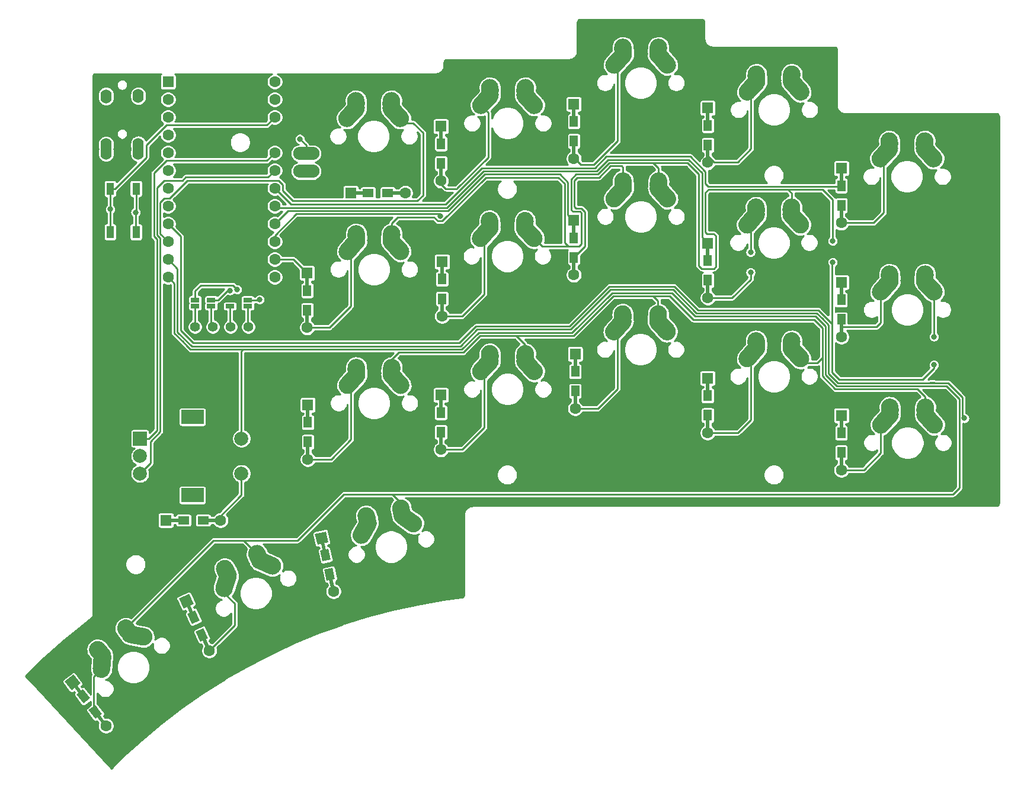
<source format=gbr>
%TF.GenerationSoftware,KiCad,Pcbnew,(5.1.7)-1*%
%TF.CreationDate,2021-07-25T23:49:13+05:30*%
%TF.ProjectId,Pteron36v0,50746572-6f6e-4333-9676-302e6b696361,rev?*%
%TF.SameCoordinates,Original*%
%TF.FileFunction,Copper,L1,Top*%
%TF.FilePolarity,Positive*%
%FSLAX46Y46*%
G04 Gerber Fmt 4.6, Leading zero omitted, Abs format (unit mm)*
G04 Created by KiCad (PCBNEW (5.1.7)-1) date 2021-07-25 23:49:13*
%MOMM*%
%LPD*%
G01*
G04 APERTURE LIST*
%TA.AperFunction,ComponentPad*%
%ADD10C,2.000000*%
%TD*%
%TA.AperFunction,ComponentPad*%
%ADD11C,1.600000*%
%TD*%
%TA.AperFunction,ComponentPad*%
%ADD12R,1.600000X1.600000*%
%TD*%
%TA.AperFunction,ComponentPad*%
%ADD13O,1.600000X2.000000*%
%TD*%
%TA.AperFunction,ComponentPad*%
%ADD14R,2.000000X2.000000*%
%TD*%
%TA.AperFunction,ComponentPad*%
%ADD15R,3.200000X2.000000*%
%TD*%
%TA.AperFunction,SMDPad,CuDef*%
%ADD16R,2.900000X0.500000*%
%TD*%
%TA.AperFunction,SMDPad,CuDef*%
%ADD17R,1.600000X1.200000*%
%TD*%
%TA.AperFunction,SMDPad,CuDef*%
%ADD18O,3.759200X1.879600*%
%TD*%
%TA.AperFunction,SMDPad,CuDef*%
%ADD19R,1.100000X1.800000*%
%TD*%
%TA.AperFunction,SMDPad,CuDef*%
%ADD20R,0.500000X2.900000*%
%TD*%
%TA.AperFunction,SMDPad,CuDef*%
%ADD21R,1.200000X1.600000*%
%TD*%
%TA.AperFunction,ComponentPad*%
%ADD22C,0.100000*%
%TD*%
%TA.AperFunction,SMDPad,CuDef*%
%ADD23C,0.100000*%
%TD*%
%TA.AperFunction,SMDPad,CuDef*%
%ADD24R,1.270000X0.635000*%
%TD*%
%TA.AperFunction,ComponentPad*%
%ADD25C,1.397000*%
%TD*%
%TA.AperFunction,ViaPad*%
%ADD26C,0.800000*%
%TD*%
%TA.AperFunction,Conductor*%
%ADD27C,0.250000*%
%TD*%
%TA.AperFunction,Conductor*%
%ADD28C,1.000000*%
%TD*%
%TA.AperFunction,Conductor*%
%ADD29C,0.254000*%
%TD*%
%TA.AperFunction,Conductor*%
%ADD30C,0.100000*%
%TD*%
G04 APERTURE END LIST*
%TO.P,SW9,1*%
%TO.N,/Row3*%
%TA.AperFunction,SMDPad,CuDef*%
G36*
G01*
X200315071Y-96905827D02*
X201625061Y-98365835D01*
G75*
G02*
X201529463Y-100131015I-930389J-834791D01*
G01*
X201529463Y-100131015D01*
G75*
G02*
X199764283Y-100035417I-834791J930389D01*
G01*
X198454293Y-98575409D01*
G75*
G02*
X198549891Y-96810229I930389J834791D01*
G01*
X198549891Y-96810229D01*
G75*
G02*
X200315071Y-96905827I834791J-930389D01*
G01*
G37*
%TD.AperFunction*%
%TO.P,SW9,2*%
%TO.N,Net-(D9-Pad2)*%
%TA.AperFunction,SMDPad,CuDef*%
G36*
G01*
X193137721Y-97327818D02*
X193097640Y-96746621D01*
G75*
G02*
X194258679Y-95413584I1247038J85999D01*
G01*
X194258679Y-95413584D01*
G75*
G02*
X195591716Y-96574623I85999J-1247038D01*
G01*
X195631714Y-97154623D01*
G75*
G02*
X194470675Y-98487660I-1247038J-85999D01*
G01*
X194470675Y-98487660D01*
G75*
G02*
X193137638Y-97326621I-85999J1247038D01*
G01*
G37*
%TD.AperFunction*%
%TA.AperFunction,SMDPad,CuDef*%
G36*
G01*
X195315061Y-98575409D02*
X194005071Y-100035417D01*
G75*
G02*
X192239891Y-100131015I-930389J834791D01*
G01*
X192239891Y-100131015D01*
G75*
G02*
X192144293Y-98365835I834791J930389D01*
G01*
X193454283Y-96905827D01*
G75*
G02*
X195219463Y-96810229I930389J-834791D01*
G01*
X195219463Y-96810229D01*
G75*
G02*
X195315061Y-98575409I-834791J-930389D01*
G01*
G37*
%TD.AperFunction*%
D10*
X194344677Y-96660622D03*
X194384677Y-97240622D03*
%TO.P,SW9,1*%
%TO.N,/Row3*%
X200694677Y-99200622D03*
X199384677Y-97740622D03*
%TO.P,SW9,2*%
%TO.N,Net-(D9-Pad2)*%
X193074677Y-99200622D03*
X194384677Y-97740622D03*
%TO.P,SW9,1*%
%TO.N,/Row3*%
X199424677Y-96660622D03*
X199384677Y-97240622D03*
%TA.AperFunction,SMDPad,CuDef*%
G36*
G01*
X198137723Y-97153426D02*
X198177638Y-96574623D01*
G75*
G02*
X199510675Y-95413584I1247038J-85999D01*
G01*
X199510675Y-95413584D01*
G75*
G02*
X200671714Y-96746621I-85999J-1247038D01*
G01*
X200631716Y-97326621D01*
G75*
G02*
X199298679Y-98487660I-1247038J85999D01*
G01*
X199298679Y-98487660D01*
G75*
G02*
X198137640Y-97154623I85999J1247038D01*
G01*
G37*
%TD.AperFunction*%
%TD*%
%TO.P,SW19,1*%
%TO.N,/Row3*%
%TA.AperFunction,SMDPad,CuDef*%
G36*
G01*
X162152640Y-83574401D02*
X163462630Y-85034409D01*
G75*
G02*
X163367032Y-86799589I-930389J-834791D01*
G01*
X163367032Y-86799589D01*
G75*
G02*
X161601852Y-86703991I-834791J930389D01*
G01*
X160291862Y-85243983D01*
G75*
G02*
X160387460Y-83478803I930389J834791D01*
G01*
X160387460Y-83478803D01*
G75*
G02*
X162152640Y-83574401I834791J-930389D01*
G01*
G37*
%TD.AperFunction*%
%TO.P,SW19,2*%
%TO.N,Net-(D19-Pad2)*%
%TA.AperFunction,SMDPad,CuDef*%
G36*
G01*
X154975290Y-83996392D02*
X154935209Y-83415195D01*
G75*
G02*
X156096248Y-82082158I1247038J85999D01*
G01*
X156096248Y-82082158D01*
G75*
G02*
X157429285Y-83243197I85999J-1247038D01*
G01*
X157469283Y-83823197D01*
G75*
G02*
X156308244Y-85156234I-1247038J-85999D01*
G01*
X156308244Y-85156234D01*
G75*
G02*
X154975207Y-83995195I-85999J1247038D01*
G01*
G37*
%TD.AperFunction*%
%TA.AperFunction,SMDPad,CuDef*%
G36*
G01*
X157152630Y-85243983D02*
X155842640Y-86703991D01*
G75*
G02*
X154077460Y-86799589I-930389J834791D01*
G01*
X154077460Y-86799589D01*
G75*
G02*
X153981862Y-85034409I834791J930389D01*
G01*
X155291852Y-83574401D01*
G75*
G02*
X157057032Y-83478803I930389J-834791D01*
G01*
X157057032Y-83478803D01*
G75*
G02*
X157152630Y-85243983I-834791J-930389D01*
G01*
G37*
%TD.AperFunction*%
X156182246Y-83329196D03*
X156222246Y-83909196D03*
%TO.P,SW19,1*%
%TO.N,/Row3*%
X162532246Y-85869196D03*
X161222246Y-84409196D03*
%TO.P,SW19,2*%
%TO.N,Net-(D19-Pad2)*%
X154912246Y-85869196D03*
X156222246Y-84409196D03*
%TO.P,SW19,1*%
%TO.N,/Row3*%
X161262246Y-83329196D03*
X161222246Y-83909196D03*
%TA.AperFunction,SMDPad,CuDef*%
G36*
G01*
X159975292Y-83822000D02*
X160015207Y-83243197D01*
G75*
G02*
X161348244Y-82082158I1247038J-85999D01*
G01*
X161348244Y-82082158D01*
G75*
G02*
X162509283Y-83415195I-85999J-1247038D01*
G01*
X162469285Y-83995195D01*
G75*
G02*
X161136248Y-85156234I-1247038J85999D01*
G01*
X161136248Y-85156234D01*
G75*
G02*
X159975209Y-83823197I85999J1247038D01*
G01*
G37*
%TD.AperFunction*%
%TD*%
%TO.P,SW28,1*%
%TO.N,/Row3*%
%TA.AperFunction,SMDPad,CuDef*%
G36*
G01*
X124091903Y-91234570D02*
X125401893Y-92694578D01*
G75*
G02*
X125306295Y-94459758I-930389J-834791D01*
G01*
X125306295Y-94459758D01*
G75*
G02*
X123541115Y-94364160I-834791J930389D01*
G01*
X122231125Y-92904152D01*
G75*
G02*
X122326723Y-91138972I930389J834791D01*
G01*
X122326723Y-91138972D01*
G75*
G02*
X124091903Y-91234570I834791J-930389D01*
G01*
G37*
%TD.AperFunction*%
%TO.P,SW28,2*%
%TO.N,Net-(D28-Pad2)*%
%TA.AperFunction,SMDPad,CuDef*%
G36*
G01*
X116914553Y-91656561D02*
X116874472Y-91075364D01*
G75*
G02*
X118035511Y-89742327I1247038J85999D01*
G01*
X118035511Y-89742327D01*
G75*
G02*
X119368548Y-90903366I85999J-1247038D01*
G01*
X119408546Y-91483366D01*
G75*
G02*
X118247507Y-92816403I-1247038J-85999D01*
G01*
X118247507Y-92816403D01*
G75*
G02*
X116914470Y-91655364I-85999J1247038D01*
G01*
G37*
%TD.AperFunction*%
%TA.AperFunction,SMDPad,CuDef*%
G36*
G01*
X119091893Y-92904152D02*
X117781903Y-94364160D01*
G75*
G02*
X116016723Y-94459758I-930389J834791D01*
G01*
X116016723Y-94459758D01*
G75*
G02*
X115921125Y-92694578I834791J930389D01*
G01*
X117231115Y-91234570D01*
G75*
G02*
X118996295Y-91138972I930389J-834791D01*
G01*
X118996295Y-91138972D01*
G75*
G02*
X119091893Y-92904152I-834791J-930389D01*
G01*
G37*
%TD.AperFunction*%
X118121509Y-90989365D03*
X118161509Y-91569365D03*
%TO.P,SW28,1*%
%TO.N,/Row3*%
X124471509Y-93529365D03*
X123161509Y-92069365D03*
%TO.P,SW28,2*%
%TO.N,Net-(D28-Pad2)*%
X116851509Y-93529365D03*
X118161509Y-92069365D03*
%TO.P,SW28,1*%
%TO.N,/Row3*%
X123201509Y-90989365D03*
X123161509Y-91569365D03*
%TA.AperFunction,SMDPad,CuDef*%
G36*
G01*
X121914555Y-91482169D02*
X121954470Y-90903366D01*
G75*
G02*
X123287507Y-89742327I1247038J-85999D01*
G01*
X123287507Y-89742327D01*
G75*
G02*
X124448546Y-91075364I-85999J-1247038D01*
G01*
X124408548Y-91655364D01*
G75*
G02*
X123075511Y-92816403I-1247038J85999D01*
G01*
X123075511Y-92816403D01*
G75*
G02*
X121914472Y-91483366I85999J1247038D01*
G01*
G37*
%TD.AperFunction*%
%TD*%
%TO.P,SW27,1*%
%TO.N,/Row2*%
%TA.AperFunction,SMDPad,CuDef*%
G36*
G01*
X124072524Y-72109120D02*
X125382514Y-73569128D01*
G75*
G02*
X125286916Y-75334308I-930389J-834791D01*
G01*
X125286916Y-75334308D01*
G75*
G02*
X123521736Y-75238710I-834791J930389D01*
G01*
X122211746Y-73778702D01*
G75*
G02*
X122307344Y-72013522I930389J834791D01*
G01*
X122307344Y-72013522D01*
G75*
G02*
X124072524Y-72109120I834791J-930389D01*
G01*
G37*
%TD.AperFunction*%
%TO.P,SW27,2*%
%TO.N,Net-(D27-Pad2)*%
%TA.AperFunction,SMDPad,CuDef*%
G36*
G01*
X116895174Y-72531111D02*
X116855093Y-71949914D01*
G75*
G02*
X118016132Y-70616877I1247038J85999D01*
G01*
X118016132Y-70616877D01*
G75*
G02*
X119349169Y-71777916I85999J-1247038D01*
G01*
X119389167Y-72357916D01*
G75*
G02*
X118228128Y-73690953I-1247038J-85999D01*
G01*
X118228128Y-73690953D01*
G75*
G02*
X116895091Y-72529914I-85999J1247038D01*
G01*
G37*
%TD.AperFunction*%
%TA.AperFunction,SMDPad,CuDef*%
G36*
G01*
X119072514Y-73778702D02*
X117762524Y-75238710D01*
G75*
G02*
X115997344Y-75334308I-930389J834791D01*
G01*
X115997344Y-75334308D01*
G75*
G02*
X115901746Y-73569128I834791J930389D01*
G01*
X117211736Y-72109120D01*
G75*
G02*
X118976916Y-72013522I930389J-834791D01*
G01*
X118976916Y-72013522D01*
G75*
G02*
X119072514Y-73778702I-834791J-930389D01*
G01*
G37*
%TD.AperFunction*%
X118102130Y-71863915D03*
X118142130Y-72443915D03*
%TO.P,SW27,1*%
%TO.N,/Row2*%
X124452130Y-74403915D03*
X123142130Y-72943915D03*
%TO.P,SW27,2*%
%TO.N,Net-(D27-Pad2)*%
X116832130Y-74403915D03*
X118142130Y-72943915D03*
%TO.P,SW27,1*%
%TO.N,/Row2*%
X123182130Y-71863915D03*
X123142130Y-72443915D03*
%TA.AperFunction,SMDPad,CuDef*%
G36*
G01*
X121895176Y-72356719D02*
X121935091Y-71777916D01*
G75*
G02*
X123268128Y-70616877I1247038J-85999D01*
G01*
X123268128Y-70616877D01*
G75*
G02*
X124429167Y-71949914I-85999J-1247038D01*
G01*
X124389169Y-72529914D01*
G75*
G02*
X123056132Y-73690953I-1247038J85999D01*
G01*
X123056132Y-73690953D01*
G75*
G02*
X121895093Y-72357916I85999J1247038D01*
G01*
G37*
%TD.AperFunction*%
%TD*%
%TO.P,SW26,1*%
%TO.N,/Row1*%
%TA.AperFunction,SMDPad,CuDef*%
G36*
G01*
X124028880Y-53074225D02*
X125338870Y-54534233D01*
G75*
G02*
X125243272Y-56299413I-930389J-834791D01*
G01*
X125243272Y-56299413D01*
G75*
G02*
X123478092Y-56203815I-834791J930389D01*
G01*
X122168102Y-54743807D01*
G75*
G02*
X122263700Y-52978627I930389J834791D01*
G01*
X122263700Y-52978627D01*
G75*
G02*
X124028880Y-53074225I834791J-930389D01*
G01*
G37*
%TD.AperFunction*%
%TO.P,SW26,2*%
%TO.N,Net-(D26-Pad2)*%
%TA.AperFunction,SMDPad,CuDef*%
G36*
G01*
X116851530Y-53496216D02*
X116811449Y-52915019D01*
G75*
G02*
X117972488Y-51581982I1247038J85999D01*
G01*
X117972488Y-51581982D01*
G75*
G02*
X119305525Y-52743021I85999J-1247038D01*
G01*
X119345523Y-53323021D01*
G75*
G02*
X118184484Y-54656058I-1247038J-85999D01*
G01*
X118184484Y-54656058D01*
G75*
G02*
X116851447Y-53495019I-85999J1247038D01*
G01*
G37*
%TD.AperFunction*%
%TA.AperFunction,SMDPad,CuDef*%
G36*
G01*
X119028870Y-54743807D02*
X117718880Y-56203815D01*
G75*
G02*
X115953700Y-56299413I-930389J834791D01*
G01*
X115953700Y-56299413D01*
G75*
G02*
X115858102Y-54534233I834791J930389D01*
G01*
X117168092Y-53074225D01*
G75*
G02*
X118933272Y-52978627I930389J-834791D01*
G01*
X118933272Y-52978627D01*
G75*
G02*
X119028870Y-54743807I-834791J-930389D01*
G01*
G37*
%TD.AperFunction*%
X118058486Y-52829020D03*
X118098486Y-53409020D03*
%TO.P,SW26,1*%
%TO.N,/Row1*%
X124408486Y-55369020D03*
X123098486Y-53909020D03*
%TO.P,SW26,2*%
%TO.N,Net-(D26-Pad2)*%
X116788486Y-55369020D03*
X118098486Y-53909020D03*
%TO.P,SW26,1*%
%TO.N,/Row1*%
X123138486Y-52829020D03*
X123098486Y-53409020D03*
%TA.AperFunction,SMDPad,CuDef*%
G36*
G01*
X121851532Y-53321824D02*
X121891447Y-52743021D01*
G75*
G02*
X123224484Y-51581982I1247038J-85999D01*
G01*
X123224484Y-51581982D01*
G75*
G02*
X124385523Y-52915019I-85999J-1247038D01*
G01*
X124345525Y-53495019D01*
G75*
G02*
X123012488Y-54656058I-1247038J85999D01*
G01*
X123012488Y-54656058D01*
G75*
G02*
X121851449Y-53323021I85999J1247038D01*
G01*
G37*
%TD.AperFunction*%
%TD*%
%TO.P,SW24,1*%
%TO.N,/Row3*%
%TA.AperFunction,SMDPad,CuDef*%
G36*
G01*
X143159307Y-89258495D02*
X144469297Y-90718503D01*
G75*
G02*
X144373699Y-92483683I-930389J-834791D01*
G01*
X144373699Y-92483683D01*
G75*
G02*
X142608519Y-92388085I-834791J930389D01*
G01*
X141298529Y-90928077D01*
G75*
G02*
X141394127Y-89162897I930389J834791D01*
G01*
X141394127Y-89162897D01*
G75*
G02*
X143159307Y-89258495I834791J-930389D01*
G01*
G37*
%TD.AperFunction*%
%TO.P,SW24,2*%
%TO.N,Net-(D24-Pad2)*%
%TA.AperFunction,SMDPad,CuDef*%
G36*
G01*
X135981957Y-89680486D02*
X135941876Y-89099289D01*
G75*
G02*
X137102915Y-87766252I1247038J85999D01*
G01*
X137102915Y-87766252D01*
G75*
G02*
X138435952Y-88927291I85999J-1247038D01*
G01*
X138475950Y-89507291D01*
G75*
G02*
X137314911Y-90840328I-1247038J-85999D01*
G01*
X137314911Y-90840328D01*
G75*
G02*
X135981874Y-89679289I-85999J1247038D01*
G01*
G37*
%TD.AperFunction*%
%TA.AperFunction,SMDPad,CuDef*%
G36*
G01*
X138159297Y-90928077D02*
X136849307Y-92388085D01*
G75*
G02*
X135084127Y-92483683I-930389J834791D01*
G01*
X135084127Y-92483683D01*
G75*
G02*
X134988529Y-90718503I834791J930389D01*
G01*
X136298519Y-89258495D01*
G75*
G02*
X138063699Y-89162897I930389J-834791D01*
G01*
X138063699Y-89162897D01*
G75*
G02*
X138159297Y-90928077I-834791J-930389D01*
G01*
G37*
%TD.AperFunction*%
X137188913Y-89013290D03*
X137228913Y-89593290D03*
%TO.P,SW24,1*%
%TO.N,/Row3*%
X143538913Y-91553290D03*
X142228913Y-90093290D03*
%TO.P,SW24,2*%
%TO.N,Net-(D24-Pad2)*%
X135918913Y-91553290D03*
X137228913Y-90093290D03*
%TO.P,SW24,1*%
%TO.N,/Row3*%
X142268913Y-89013290D03*
X142228913Y-89593290D03*
%TA.AperFunction,SMDPad,CuDef*%
G36*
G01*
X140981959Y-89506094D02*
X141021874Y-88927291D01*
G75*
G02*
X142354911Y-87766252I1247038J-85999D01*
G01*
X142354911Y-87766252D01*
G75*
G02*
X143515950Y-89099289I-85999J-1247038D01*
G01*
X143475952Y-89679289D01*
G75*
G02*
X142142915Y-90840328I-1247038J85999D01*
G01*
X142142915Y-90840328D01*
G75*
G02*
X140981876Y-89507291I85999J1247038D01*
G01*
G37*
%TD.AperFunction*%
%TD*%
%TO.P,SW23,1*%
%TO.N,/Row2*%
%TA.AperFunction,SMDPad,CuDef*%
G36*
G01*
X143115663Y-70223599D02*
X144425653Y-71683607D01*
G75*
G02*
X144330055Y-73448787I-930389J-834791D01*
G01*
X144330055Y-73448787D01*
G75*
G02*
X142564875Y-73353189I-834791J930389D01*
G01*
X141254885Y-71893181D01*
G75*
G02*
X141350483Y-70128001I930389J834791D01*
G01*
X141350483Y-70128001D01*
G75*
G02*
X143115663Y-70223599I834791J-930389D01*
G01*
G37*
%TD.AperFunction*%
%TO.P,SW23,2*%
%TO.N,Net-(D23-Pad2)*%
%TA.AperFunction,SMDPad,CuDef*%
G36*
G01*
X135938313Y-70645590D02*
X135898232Y-70064393D01*
G75*
G02*
X137059271Y-68731356I1247038J85999D01*
G01*
X137059271Y-68731356D01*
G75*
G02*
X138392308Y-69892395I85999J-1247038D01*
G01*
X138432306Y-70472395D01*
G75*
G02*
X137271267Y-71805432I-1247038J-85999D01*
G01*
X137271267Y-71805432D01*
G75*
G02*
X135938230Y-70644393I-85999J1247038D01*
G01*
G37*
%TD.AperFunction*%
%TA.AperFunction,SMDPad,CuDef*%
G36*
G01*
X138115653Y-71893181D02*
X136805663Y-73353189D01*
G75*
G02*
X135040483Y-73448787I-930389J834791D01*
G01*
X135040483Y-73448787D01*
G75*
G02*
X134944885Y-71683607I834791J930389D01*
G01*
X136254875Y-70223599D01*
G75*
G02*
X138020055Y-70128001I930389J-834791D01*
G01*
X138020055Y-70128001D01*
G75*
G02*
X138115653Y-71893181I-834791J-930389D01*
G01*
G37*
%TD.AperFunction*%
X137145269Y-69978394D03*
X137185269Y-70558394D03*
%TO.P,SW23,1*%
%TO.N,/Row2*%
X143495269Y-72518394D03*
X142185269Y-71058394D03*
%TO.P,SW23,2*%
%TO.N,Net-(D23-Pad2)*%
X135875269Y-72518394D03*
X137185269Y-71058394D03*
%TO.P,SW23,1*%
%TO.N,/Row2*%
X142225269Y-69978394D03*
X142185269Y-70558394D03*
%TA.AperFunction,SMDPad,CuDef*%
G36*
G01*
X140938315Y-70471198D02*
X140978230Y-69892395D01*
G75*
G02*
X142311267Y-68731356I1247038J-85999D01*
G01*
X142311267Y-68731356D01*
G75*
G02*
X143472306Y-70064393I-85999J-1247038D01*
G01*
X143432308Y-70644393D01*
G75*
G02*
X142099271Y-71805432I-1247038J85999D01*
G01*
X142099271Y-71805432D01*
G75*
G02*
X140938232Y-70472395I85999J1247038D01*
G01*
G37*
%TD.AperFunction*%
%TD*%
%TO.P,SW22,1*%
%TO.N,/Row1*%
%TA.AperFunction,SMDPad,CuDef*%
G36*
G01*
X143162575Y-51212974D02*
X144472565Y-52672982D01*
G75*
G02*
X144376967Y-54438162I-930389J-834791D01*
G01*
X144376967Y-54438162D01*
G75*
G02*
X142611787Y-54342564I-834791J930389D01*
G01*
X141301797Y-52882556D01*
G75*
G02*
X141397395Y-51117376I930389J834791D01*
G01*
X141397395Y-51117376D01*
G75*
G02*
X143162575Y-51212974I834791J-930389D01*
G01*
G37*
%TD.AperFunction*%
%TO.P,SW22,2*%
%TO.N,Net-(D22-Pad2)*%
%TA.AperFunction,SMDPad,CuDef*%
G36*
G01*
X135985225Y-51634965D02*
X135945144Y-51053768D01*
G75*
G02*
X137106183Y-49720731I1247038J85999D01*
G01*
X137106183Y-49720731D01*
G75*
G02*
X138439220Y-50881770I85999J-1247038D01*
G01*
X138479218Y-51461770D01*
G75*
G02*
X137318179Y-52794807I-1247038J-85999D01*
G01*
X137318179Y-52794807D01*
G75*
G02*
X135985142Y-51633768I-85999J1247038D01*
G01*
G37*
%TD.AperFunction*%
%TA.AperFunction,SMDPad,CuDef*%
G36*
G01*
X138162565Y-52882556D02*
X136852575Y-54342564D01*
G75*
G02*
X135087395Y-54438162I-930389J834791D01*
G01*
X135087395Y-54438162D01*
G75*
G02*
X134991797Y-52672982I834791J930389D01*
G01*
X136301787Y-51212974D01*
G75*
G02*
X138066967Y-51117376I930389J-834791D01*
G01*
X138066967Y-51117376D01*
G75*
G02*
X138162565Y-52882556I-834791J-930389D01*
G01*
G37*
%TD.AperFunction*%
X137192181Y-50967769D03*
X137232181Y-51547769D03*
%TO.P,SW22,1*%
%TO.N,/Row1*%
X143542181Y-53507769D03*
X142232181Y-52047769D03*
%TO.P,SW22,2*%
%TO.N,Net-(D22-Pad2)*%
X135922181Y-53507769D03*
X137232181Y-52047769D03*
%TO.P,SW22,1*%
%TO.N,/Row1*%
X142272181Y-50967769D03*
X142232181Y-51547769D03*
%TA.AperFunction,SMDPad,CuDef*%
G36*
G01*
X140985227Y-51460573D02*
X141025142Y-50881770D01*
G75*
G02*
X142358179Y-49720731I1247038J-85999D01*
G01*
X142358179Y-49720731D01*
G75*
G02*
X143519218Y-51053768I-85999J-1247038D01*
G01*
X143479220Y-51633768D01*
G75*
G02*
X142146183Y-52794807I-1247038J85999D01*
G01*
X142146183Y-52794807D01*
G75*
G02*
X140985144Y-51461770I85999J1247038D01*
G01*
G37*
%TD.AperFunction*%
%TD*%
%TO.P,SW20,1*%
%TO.N,/Row4*%
%TA.AperFunction,SMDPad,CuDef*%
G36*
G01*
X86056987Y-127908187D02*
X87985069Y-128269017D01*
G75*
G02*
X88983799Y-129727625I-229939J-1228669D01*
G01*
X88983799Y-129727625D01*
G75*
G02*
X87525191Y-130726355I-1228669J229939D01*
G01*
X85597109Y-130365525D01*
G75*
G02*
X84598379Y-128906917I229939J1228669D01*
G01*
X84598379Y-128906917D01*
G75*
G02*
X86056987Y-127908187I1228669J-229939D01*
G01*
G37*
%TD.AperFunction*%
%TO.P,SW20,2*%
%TO.N,Net-(D20-Pad2)*%
%TA.AperFunction,SMDPad,CuDef*%
G36*
G01*
X80619703Y-132612268D02*
X80234095Y-132175573D01*
G75*
G02*
X80343708Y-130411208I936989J827376D01*
G01*
X80343708Y-130411208D01*
G75*
G02*
X82108073Y-130520821I827376J-936989D01*
G01*
X82492887Y-130956617D01*
G75*
G02*
X82383274Y-132720982I-936989J-827376D01*
G01*
X82383274Y-132720982D01*
G75*
G02*
X80618909Y-132611369I-827376J936989D01*
G01*
G37*
%TD.AperFunction*%
%TA.AperFunction,SMDPad,CuDef*%
G36*
G01*
X83106589Y-132276568D02*
X82956101Y-134232342D01*
G75*
G02*
X81613886Y-135382759I-1246316J95899D01*
G01*
X81613886Y-135382759D01*
G75*
G02*
X80463469Y-134040544I95899J1246316D01*
G01*
X80613957Y-132084770D01*
G75*
G02*
X81956172Y-130934353I1246316J-95899D01*
G01*
X81956172Y-130934353D01*
G75*
G02*
X83106589Y-132276568I-95899J-1246316D01*
G01*
G37*
%TD.AperFunction*%
X81171083Y-131348198D03*
X81555899Y-131783993D03*
%TO.P,SW20,1*%
%TO.N,/Row4*%
X87755131Y-129497680D03*
X85827047Y-129136862D03*
%TO.P,SW20,2*%
%TO.N,Net-(D20-Pad2)*%
X81709779Y-134136443D03*
X81860280Y-132180669D03*
%TO.P,SW20,1*%
%TO.N,/Row4*%
X85201318Y-128255690D03*
X85522666Y-128740185D03*
%TA.AperFunction,SMDPad,CuDef*%
G36*
G01*
X84481515Y-129431924D02*
X84159622Y-128946613D01*
G75*
G02*
X84510395Y-127213996I1041695J690922D01*
G01*
X84510395Y-127213996D01*
G75*
G02*
X86243012Y-127564769I690922J-1041695D01*
G01*
X86564362Y-128049263D01*
G75*
G02*
X86213589Y-129781880I-1041695J-690922D01*
G01*
X86213589Y-129781880D01*
G75*
G02*
X84480972Y-129431107I-690922J1041695D01*
G01*
G37*
%TD.AperFunction*%
%TD*%
%TO.P,SW18,1*%
%TO.N,/Row2*%
%TA.AperFunction,SMDPad,CuDef*%
G36*
G01*
X162199556Y-64563772D02*
X163509546Y-66023780D01*
G75*
G02*
X163413948Y-67788960I-930389J-834791D01*
G01*
X163413948Y-67788960D01*
G75*
G02*
X161648768Y-67693362I-834791J930389D01*
G01*
X160338778Y-66233354D01*
G75*
G02*
X160434376Y-64468174I930389J834791D01*
G01*
X160434376Y-64468174D01*
G75*
G02*
X162199556Y-64563772I834791J-930389D01*
G01*
G37*
%TD.AperFunction*%
%TO.P,SW18,2*%
%TO.N,Net-(D18-Pad2)*%
%TA.AperFunction,SMDPad,CuDef*%
G36*
G01*
X155022206Y-64985763D02*
X154982125Y-64404566D01*
G75*
G02*
X156143164Y-63071529I1247038J85999D01*
G01*
X156143164Y-63071529D01*
G75*
G02*
X157476201Y-64232568I85999J-1247038D01*
G01*
X157516199Y-64812568D01*
G75*
G02*
X156355160Y-66145605I-1247038J-85999D01*
G01*
X156355160Y-66145605D01*
G75*
G02*
X155022123Y-64984566I-85999J1247038D01*
G01*
G37*
%TD.AperFunction*%
%TA.AperFunction,SMDPad,CuDef*%
G36*
G01*
X157199546Y-66233354D02*
X155889556Y-67693362D01*
G75*
G02*
X154124376Y-67788960I-930389J834791D01*
G01*
X154124376Y-67788960D01*
G75*
G02*
X154028778Y-66023780I834791J930389D01*
G01*
X155338768Y-64563772D01*
G75*
G02*
X157103948Y-64468174I930389J-834791D01*
G01*
X157103948Y-64468174D01*
G75*
G02*
X157199546Y-66233354I-834791J-930389D01*
G01*
G37*
%TD.AperFunction*%
X156229162Y-64318567D03*
X156269162Y-64898567D03*
%TO.P,SW18,1*%
%TO.N,/Row2*%
X162579162Y-66858567D03*
X161269162Y-65398567D03*
%TO.P,SW18,2*%
%TO.N,Net-(D18-Pad2)*%
X154959162Y-66858567D03*
X156269162Y-65398567D03*
%TO.P,SW18,1*%
%TO.N,/Row2*%
X161309162Y-64318567D03*
X161269162Y-64898567D03*
%TA.AperFunction,SMDPad,CuDef*%
G36*
G01*
X160022208Y-64811371D02*
X160062123Y-64232568D01*
G75*
G02*
X161395160Y-63071529I1247038J-85999D01*
G01*
X161395160Y-63071529D01*
G75*
G02*
X162556199Y-64404566I-85999J-1247038D01*
G01*
X162516201Y-64984566D01*
G75*
G02*
X161183164Y-66145605I-1247038J85999D01*
G01*
X161183164Y-66145605D01*
G75*
G02*
X160022125Y-64812568I85999J1247038D01*
G01*
G37*
%TD.AperFunction*%
%TD*%
%TO.P,SW17,1*%
%TO.N,/Row1*%
%TA.AperFunction,SMDPad,CuDef*%
G36*
G01*
X162180173Y-45438321D02*
X163490163Y-46898329D01*
G75*
G02*
X163394565Y-48663509I-930389J-834791D01*
G01*
X163394565Y-48663509D01*
G75*
G02*
X161629385Y-48567911I-834791J930389D01*
G01*
X160319395Y-47107903D01*
G75*
G02*
X160414993Y-45342723I930389J834791D01*
G01*
X160414993Y-45342723D01*
G75*
G02*
X162180173Y-45438321I834791J-930389D01*
G01*
G37*
%TD.AperFunction*%
%TO.P,SW17,2*%
%TO.N,Net-(D17-Pad2)*%
%TA.AperFunction,SMDPad,CuDef*%
G36*
G01*
X155002823Y-45860312D02*
X154962742Y-45279115D01*
G75*
G02*
X156123781Y-43946078I1247038J85999D01*
G01*
X156123781Y-43946078D01*
G75*
G02*
X157456818Y-45107117I85999J-1247038D01*
G01*
X157496816Y-45687117D01*
G75*
G02*
X156335777Y-47020154I-1247038J-85999D01*
G01*
X156335777Y-47020154D01*
G75*
G02*
X155002740Y-45859115I-85999J1247038D01*
G01*
G37*
%TD.AperFunction*%
%TA.AperFunction,SMDPad,CuDef*%
G36*
G01*
X157180163Y-47107903D02*
X155870173Y-48567911D01*
G75*
G02*
X154104993Y-48663509I-930389J834791D01*
G01*
X154104993Y-48663509D01*
G75*
G02*
X154009395Y-46898329I834791J930389D01*
G01*
X155319385Y-45438321D01*
G75*
G02*
X157084565Y-45342723I930389J-834791D01*
G01*
X157084565Y-45342723D01*
G75*
G02*
X157180163Y-47107903I-834791J-930389D01*
G01*
G37*
%TD.AperFunction*%
X156209779Y-45193116D03*
X156249779Y-45773116D03*
%TO.P,SW17,1*%
%TO.N,/Row1*%
X162559779Y-47733116D03*
X161249779Y-46273116D03*
%TO.P,SW17,2*%
%TO.N,Net-(D17-Pad2)*%
X154939779Y-47733116D03*
X156249779Y-46273116D03*
%TO.P,SW17,1*%
%TO.N,/Row1*%
X161289779Y-45193116D03*
X161249779Y-45773116D03*
%TA.AperFunction,SMDPad,CuDef*%
G36*
G01*
X160002825Y-45685920D02*
X160042740Y-45107117D01*
G75*
G02*
X161375777Y-43946078I1247038J-85999D01*
G01*
X161375777Y-43946078D01*
G75*
G02*
X162536816Y-45279115I-85999J-1247038D01*
G01*
X162496818Y-45859115D01*
G75*
G02*
X161163781Y-47020154I-1247038J85999D01*
G01*
X161163781Y-47020154D01*
G75*
G02*
X160002742Y-45687117I85999J1247038D01*
G01*
G37*
%TD.AperFunction*%
%TD*%
%TO.P,SW15,1*%
%TO.N,/Row4*%
%TA.AperFunction,SMDPad,CuDef*%
G36*
G01*
X104827814Y-117447300D02*
X106632096Y-118216892D01*
G75*
G02*
X107291452Y-119857090I-490421J-1149777D01*
G01*
X107291452Y-119857090D01*
G75*
G02*
X105651254Y-120516446I-1149777J490421D01*
G01*
X103846972Y-119746854D01*
G75*
G02*
X103187616Y-118106656I490421J1149777D01*
G01*
X103187616Y-118106656D01*
G75*
G02*
X104827814Y-117447300I1149777J-490421D01*
G01*
G37*
%TD.AperFunction*%
%TO.P,SW15,2*%
%TO.N,Net-(D15-Pad2)*%
%TA.AperFunction,SMDPad,CuDef*%
G36*
G01*
X98501268Y-120863033D02*
X98219317Y-120353229D01*
G75*
G02*
X98708211Y-118654411I1093856J604962D01*
G01*
X98708211Y-118654411D01*
G75*
G02*
X100407029Y-119143305I604962J-1093856D01*
G01*
X100688399Y-119652059D01*
G75*
G02*
X100199505Y-121350877I-1093856J-604962D01*
G01*
X100199505Y-121350877D01*
G75*
G02*
X98500687Y-120861983I-604962J1093856D01*
G01*
G37*
%TD.AperFunction*%
%TA.AperFunction,SMDPad,CuDef*%
G36*
G01*
X101001863Y-121073550D02*
X100431635Y-122950394D01*
G75*
G02*
X98872240Y-123783033I-1196017J363378D01*
G01*
X98872240Y-123783033D01*
G75*
G02*
X98039601Y-122223638I363378J1196017D01*
G01*
X98609829Y-120346794D01*
G75*
G02*
X100169224Y-119514155I1196017J-363378D01*
G01*
X100169224Y-119514155D01*
G75*
G02*
X101001863Y-121073550I-363378J-1196017D01*
G01*
G37*
%TD.AperFunction*%
X99313172Y-119748267D03*
X99594543Y-120257021D03*
%TO.P,SW15,1*%
%TO.N,/Row4*%
X106141677Y-119366663D03*
X104337391Y-118597083D03*
%TO.P,SW15,2*%
%TO.N,Net-(D15-Pad2)*%
X99235612Y-122587014D03*
X99805852Y-120710175D03*
%TO.P,SW15,1*%
%TO.N,/Row4*%
X103917216Y-117601366D03*
X104126082Y-118143929D03*
%TA.AperFunction,SMDPad,CuDef*%
G36*
G01*
X102959891Y-118593925D02*
X102750670Y-118050447D01*
G75*
G02*
X103468135Y-116434822I1166545J449080D01*
G01*
X103468135Y-116434822D01*
G75*
G02*
X105083760Y-117152287I449080J-1166545D01*
G01*
X105292628Y-117694849D01*
G75*
G02*
X104575163Y-119310474I-1166545J-449080D01*
G01*
X104575163Y-119310474D01*
G75*
G02*
X102959538Y-118593009I-449080J1166545D01*
G01*
G37*
%TD.AperFunction*%
%TD*%
%TO.P,SW14,1*%
%TO.N,/Row3*%
%TA.AperFunction,SMDPad,CuDef*%
G36*
G01*
X181213072Y-87419882D02*
X182523062Y-88879890D01*
G75*
G02*
X182427464Y-90645070I-930389J-834791D01*
G01*
X182427464Y-90645070D01*
G75*
G02*
X180662284Y-90549472I-834791J930389D01*
G01*
X179352294Y-89089464D01*
G75*
G02*
X179447892Y-87324284I930389J834791D01*
G01*
X179447892Y-87324284D01*
G75*
G02*
X181213072Y-87419882I834791J-930389D01*
G01*
G37*
%TD.AperFunction*%
%TO.P,SW14,2*%
%TO.N,Net-(D14-Pad2)*%
%TA.AperFunction,SMDPad,CuDef*%
G36*
G01*
X174035722Y-87841873D02*
X173995641Y-87260676D01*
G75*
G02*
X175156680Y-85927639I1247038J85999D01*
G01*
X175156680Y-85927639D01*
G75*
G02*
X176489717Y-87088678I85999J-1247038D01*
G01*
X176529715Y-87668678D01*
G75*
G02*
X175368676Y-89001715I-1247038J-85999D01*
G01*
X175368676Y-89001715D01*
G75*
G02*
X174035639Y-87840676I-85999J1247038D01*
G01*
G37*
%TD.AperFunction*%
%TA.AperFunction,SMDPad,CuDef*%
G36*
G01*
X176213062Y-89089464D02*
X174903072Y-90549472D01*
G75*
G02*
X173137892Y-90645070I-930389J834791D01*
G01*
X173137892Y-90645070D01*
G75*
G02*
X173042294Y-88879890I834791J930389D01*
G01*
X174352284Y-87419882D01*
G75*
G02*
X176117464Y-87324284I930389J-834791D01*
G01*
X176117464Y-87324284D01*
G75*
G02*
X176213062Y-89089464I-834791J-930389D01*
G01*
G37*
%TD.AperFunction*%
X175242678Y-87174677D03*
X175282678Y-87754677D03*
%TO.P,SW14,1*%
%TO.N,/Row3*%
X181592678Y-89714677D03*
X180282678Y-88254677D03*
%TO.P,SW14,2*%
%TO.N,Net-(D14-Pad2)*%
X173972678Y-89714677D03*
X175282678Y-88254677D03*
%TO.P,SW14,1*%
%TO.N,/Row3*%
X180322678Y-87174677D03*
X180282678Y-87754677D03*
%TA.AperFunction,SMDPad,CuDef*%
G36*
G01*
X179035724Y-87667481D02*
X179075639Y-87088678D01*
G75*
G02*
X180408676Y-85927639I1247038J-85999D01*
G01*
X180408676Y-85927639D01*
G75*
G02*
X181569715Y-87260676I-85999J-1247038D01*
G01*
X181529717Y-87840676D01*
G75*
G02*
X180196680Y-89001715I-1247038J85999D01*
G01*
X180196680Y-89001715D01*
G75*
G02*
X179035641Y-87668678I85999J1247038D01*
G01*
G37*
%TD.AperFunction*%
%TD*%
%TO.P,SW13,1*%
%TO.N,/Row2*%
%TA.AperFunction,SMDPad,CuDef*%
G36*
G01*
X181193699Y-68294437D02*
X182503689Y-69754445D01*
G75*
G02*
X182408091Y-71519625I-930389J-834791D01*
G01*
X182408091Y-71519625D01*
G75*
G02*
X180642911Y-71424027I-834791J930389D01*
G01*
X179332921Y-69964019D01*
G75*
G02*
X179428519Y-68198839I930389J834791D01*
G01*
X179428519Y-68198839D01*
G75*
G02*
X181193699Y-68294437I834791J-930389D01*
G01*
G37*
%TD.AperFunction*%
%TO.P,SW13,2*%
%TO.N,Net-(D13-Pad2)*%
%TA.AperFunction,SMDPad,CuDef*%
G36*
G01*
X174016349Y-68716428D02*
X173976268Y-68135231D01*
G75*
G02*
X175137307Y-66802194I1247038J85999D01*
G01*
X175137307Y-66802194D01*
G75*
G02*
X176470344Y-67963233I85999J-1247038D01*
G01*
X176510342Y-68543233D01*
G75*
G02*
X175349303Y-69876270I-1247038J-85999D01*
G01*
X175349303Y-69876270D01*
G75*
G02*
X174016266Y-68715231I-85999J1247038D01*
G01*
G37*
%TD.AperFunction*%
%TA.AperFunction,SMDPad,CuDef*%
G36*
G01*
X176193689Y-69964019D02*
X174883699Y-71424027D01*
G75*
G02*
X173118519Y-71519625I-930389J834791D01*
G01*
X173118519Y-71519625D01*
G75*
G02*
X173022921Y-69754445I834791J930389D01*
G01*
X174332911Y-68294437D01*
G75*
G02*
X176098091Y-68198839I930389J-834791D01*
G01*
X176098091Y-68198839D01*
G75*
G02*
X176193689Y-69964019I-834791J-930389D01*
G01*
G37*
%TD.AperFunction*%
X175223305Y-68049232D03*
X175263305Y-68629232D03*
%TO.P,SW13,1*%
%TO.N,/Row2*%
X181573305Y-70589232D03*
X180263305Y-69129232D03*
%TO.P,SW13,2*%
%TO.N,Net-(D13-Pad2)*%
X173953305Y-70589232D03*
X175263305Y-69129232D03*
%TO.P,SW13,1*%
%TO.N,/Row2*%
X180303305Y-68049232D03*
X180263305Y-68629232D03*
%TA.AperFunction,SMDPad,CuDef*%
G36*
G01*
X179016351Y-68542036D02*
X179056266Y-67963233D01*
G75*
G02*
X180389303Y-66802194I1247038J-85999D01*
G01*
X180389303Y-66802194D01*
G75*
G02*
X181550342Y-68135231I-85999J-1247038D01*
G01*
X181510344Y-68715231D01*
G75*
G02*
X180177307Y-69876270I-1247038J85999D01*
G01*
X180177307Y-69876270D01*
G75*
G02*
X179016268Y-68543233I85999J1247038D01*
G01*
G37*
%TD.AperFunction*%
%TD*%
%TO.P,SW12,1*%
%TO.N,/Row1*%
%TA.AperFunction,SMDPad,CuDef*%
G36*
G01*
X181240609Y-49283810D02*
X182550599Y-50743818D01*
G75*
G02*
X182455001Y-52508998I-930389J-834791D01*
G01*
X182455001Y-52508998D01*
G75*
G02*
X180689821Y-52413400I-834791J930389D01*
G01*
X179379831Y-50953392D01*
G75*
G02*
X179475429Y-49188212I930389J834791D01*
G01*
X179475429Y-49188212D01*
G75*
G02*
X181240609Y-49283810I834791J-930389D01*
G01*
G37*
%TD.AperFunction*%
%TO.P,SW12,2*%
%TO.N,Net-(D12-Pad2)*%
%TA.AperFunction,SMDPad,CuDef*%
G36*
G01*
X174063259Y-49705801D02*
X174023178Y-49124604D01*
G75*
G02*
X175184217Y-47791567I1247038J85999D01*
G01*
X175184217Y-47791567D01*
G75*
G02*
X176517254Y-48952606I85999J-1247038D01*
G01*
X176557252Y-49532606D01*
G75*
G02*
X175396213Y-50865643I-1247038J-85999D01*
G01*
X175396213Y-50865643D01*
G75*
G02*
X174063176Y-49704604I-85999J1247038D01*
G01*
G37*
%TD.AperFunction*%
%TA.AperFunction,SMDPad,CuDef*%
G36*
G01*
X176240599Y-50953392D02*
X174930609Y-52413400D01*
G75*
G02*
X173165429Y-52508998I-930389J834791D01*
G01*
X173165429Y-52508998D01*
G75*
G02*
X173069831Y-50743818I834791J930389D01*
G01*
X174379821Y-49283810D01*
G75*
G02*
X176145001Y-49188212I930389J-834791D01*
G01*
X176145001Y-49188212D01*
G75*
G02*
X176240599Y-50953392I-834791J-930389D01*
G01*
G37*
%TD.AperFunction*%
X175270215Y-49038605D03*
X175310215Y-49618605D03*
%TO.P,SW12,1*%
%TO.N,/Row1*%
X181620215Y-51578605D03*
X180310215Y-50118605D03*
%TO.P,SW12,2*%
%TO.N,Net-(D12-Pad2)*%
X174000215Y-51578605D03*
X175310215Y-50118605D03*
%TO.P,SW12,1*%
%TO.N,/Row1*%
X180350215Y-49038605D03*
X180310215Y-49618605D03*
%TA.AperFunction,SMDPad,CuDef*%
G36*
G01*
X179063261Y-49531409D02*
X179103176Y-48952606D01*
G75*
G02*
X180436213Y-47791567I1247038J-85999D01*
G01*
X180436213Y-47791567D01*
G75*
G02*
X181597252Y-49124604I-85999J-1247038D01*
G01*
X181557254Y-49704604D01*
G75*
G02*
X180224217Y-50865643I-1247038J85999D01*
G01*
X180224217Y-50865643D01*
G75*
G02*
X179063178Y-49532606I85999J1247038D01*
G01*
G37*
%TD.AperFunction*%
%TD*%
%TO.P,SW10,1*%
%TO.N,/Row4*%
%TA.AperFunction,SMDPad,CuDef*%
G36*
G01*
X125415523Y-111160257D02*
X127010465Y-112302123D01*
G75*
G02*
X127299187Y-114046153I-727654J-1016376D01*
G01*
X127299187Y-114046153D01*
G75*
G02*
X125555157Y-114334875I-1016376J727654D01*
G01*
X123960215Y-113193009D01*
G75*
G02*
X123671493Y-111448979I727654J1016376D01*
G01*
X123671493Y-111448979D01*
G75*
G02*
X125415523Y-111160257I1016376J-727654D01*
G01*
G37*
%TD.AperFunction*%
%TO.P,SW10,2*%
%TO.N,Net-(D10-Pad2)*%
%TA.AperFunction,SMDPad,CuDef*%
G36*
G01*
X118499640Y-113125707D02*
X118334714Y-112566963D01*
G75*
G02*
X119179710Y-111014229I1198865J353869D01*
G01*
X119179710Y-111014229D01*
G75*
G02*
X120732444Y-111859225I353869J-1198865D01*
G01*
X120897030Y-112416819D01*
G75*
G02*
X120052034Y-113969553I-1198865J-353869D01*
G01*
X120052034Y-113969553D01*
G75*
G02*
X118499300Y-113124557I-353869J1198865D01*
G01*
G37*
%TD.AperFunction*%
%TA.AperFunction,SMDPad,CuDef*%
G36*
G01*
X120895398Y-113872463D02*
X119932462Y-115581397D01*
G75*
G02*
X118229815Y-116056784I-1089017J613630D01*
G01*
X118229815Y-116056784D01*
G75*
G02*
X117754428Y-114354137I613630J1089017D01*
G01*
X118717364Y-112645203D01*
G75*
G02*
X120420011Y-112169816I1089017J-613630D01*
G01*
X120420011Y-112169816D01*
G75*
G02*
X120895398Y-113872463I-613630J-1089017D01*
G01*
G37*
%TD.AperFunction*%
X119533579Y-112213094D03*
X119698166Y-112770688D03*
%TO.P,SW10,1*%
%TO.N,/Row4*%
X126282815Y-113318494D03*
X124687866Y-112176638D03*
%TO.P,SW10,2*%
%TO.N,Net-(D10-Pad2)*%
X118843440Y-114967764D03*
X119806386Y-113258836D03*
%TO.P,SW10,1*%
%TO.N,/Row4*%
X124493163Y-111113581D03*
X124579646Y-111688490D03*
%TA.AperFunction,SMDPad,CuDef*%
G36*
G01*
X123343702Y-111875409D02*
X123257069Y-111299528D01*
G75*
G02*
X124307213Y-109877488I1236092J185948D01*
G01*
X124307213Y-109877488D01*
G75*
G02*
X125729253Y-110927632I185948J-1236092D01*
G01*
X125815739Y-111502542D01*
G75*
G02*
X124765595Y-112924582I-1236092J-185948D01*
G01*
X124765595Y-112924582D01*
G75*
G02*
X123343555Y-111874438I-185948J1236092D01*
G01*
G37*
%TD.AperFunction*%
%TD*%
%TO.P,SW8,1*%
%TO.N,/Row2*%
%TA.AperFunction,SMDPad,CuDef*%
G36*
G01*
X200271429Y-77870927D02*
X201581419Y-79330935D01*
G75*
G02*
X201485821Y-81096115I-930389J-834791D01*
G01*
X201485821Y-81096115D01*
G75*
G02*
X199720641Y-81000517I-834791J930389D01*
G01*
X198410651Y-79540509D01*
G75*
G02*
X198506249Y-77775329I930389J834791D01*
G01*
X198506249Y-77775329D01*
G75*
G02*
X200271429Y-77870927I834791J-930389D01*
G01*
G37*
%TD.AperFunction*%
%TO.P,SW8,2*%
%TO.N,Net-(D8-Pad2)*%
%TA.AperFunction,SMDPad,CuDef*%
G36*
G01*
X193094079Y-78292918D02*
X193053998Y-77711721D01*
G75*
G02*
X194215037Y-76378684I1247038J85999D01*
G01*
X194215037Y-76378684D01*
G75*
G02*
X195548074Y-77539723I85999J-1247038D01*
G01*
X195588072Y-78119723D01*
G75*
G02*
X194427033Y-79452760I-1247038J-85999D01*
G01*
X194427033Y-79452760D01*
G75*
G02*
X193093996Y-78291721I-85999J1247038D01*
G01*
G37*
%TD.AperFunction*%
%TA.AperFunction,SMDPad,CuDef*%
G36*
G01*
X195271419Y-79540509D02*
X193961429Y-81000517D01*
G75*
G02*
X192196249Y-81096115I-930389J834791D01*
G01*
X192196249Y-81096115D01*
G75*
G02*
X192100651Y-79330935I834791J930389D01*
G01*
X193410641Y-77870927D01*
G75*
G02*
X195175821Y-77775329I930389J-834791D01*
G01*
X195175821Y-77775329D01*
G75*
G02*
X195271419Y-79540509I-834791J-930389D01*
G01*
G37*
%TD.AperFunction*%
X194301035Y-77625722D03*
X194341035Y-78205722D03*
%TO.P,SW8,1*%
%TO.N,/Row2*%
X200651035Y-80165722D03*
X199341035Y-78705722D03*
%TO.P,SW8,2*%
%TO.N,Net-(D8-Pad2)*%
X193031035Y-80165722D03*
X194341035Y-78705722D03*
%TO.P,SW8,1*%
%TO.N,/Row2*%
X199381035Y-77625722D03*
X199341035Y-78205722D03*
%TA.AperFunction,SMDPad,CuDef*%
G36*
G01*
X198094081Y-78118526D02*
X198133996Y-77539723D01*
G75*
G02*
X199467033Y-76378684I1247038J-85999D01*
G01*
X199467033Y-76378684D01*
G75*
G02*
X200628072Y-77711721I-85999J-1247038D01*
G01*
X200588074Y-78291721D01*
G75*
G02*
X199255037Y-79452760I-1247038J85999D01*
G01*
X199255037Y-79452760D01*
G75*
G02*
X198093998Y-78119723I85999J1247038D01*
G01*
G37*
%TD.AperFunction*%
%TD*%
%TO.P,SW7,1*%
%TO.N,/Row1*%
%TA.AperFunction,SMDPad,CuDef*%
G36*
G01*
X200227781Y-58836025D02*
X201537771Y-60296033D01*
G75*
G02*
X201442173Y-62061213I-930389J-834791D01*
G01*
X201442173Y-62061213D01*
G75*
G02*
X199676993Y-61965615I-834791J930389D01*
G01*
X198367003Y-60505607D01*
G75*
G02*
X198462601Y-58740427I930389J834791D01*
G01*
X198462601Y-58740427D01*
G75*
G02*
X200227781Y-58836025I834791J-930389D01*
G01*
G37*
%TD.AperFunction*%
%TO.P,SW7,2*%
%TO.N,Net-(D7-Pad2)*%
%TA.AperFunction,SMDPad,CuDef*%
G36*
G01*
X193050431Y-59258016D02*
X193010350Y-58676819D01*
G75*
G02*
X194171389Y-57343782I1247038J85999D01*
G01*
X194171389Y-57343782D01*
G75*
G02*
X195504426Y-58504821I85999J-1247038D01*
G01*
X195544424Y-59084821D01*
G75*
G02*
X194383385Y-60417858I-1247038J-85999D01*
G01*
X194383385Y-60417858D01*
G75*
G02*
X193050348Y-59256819I-85999J1247038D01*
G01*
G37*
%TD.AperFunction*%
%TA.AperFunction,SMDPad,CuDef*%
G36*
G01*
X195227771Y-60505607D02*
X193917781Y-61965615D01*
G75*
G02*
X192152601Y-62061213I-930389J834791D01*
G01*
X192152601Y-62061213D01*
G75*
G02*
X192057003Y-60296033I834791J930389D01*
G01*
X193366993Y-58836025D01*
G75*
G02*
X195132173Y-58740427I930389J-834791D01*
G01*
X195132173Y-58740427D01*
G75*
G02*
X195227771Y-60505607I-834791J-930389D01*
G01*
G37*
%TD.AperFunction*%
X194257387Y-58590820D03*
X194297387Y-59170820D03*
%TO.P,SW7,1*%
%TO.N,/Row1*%
X200607387Y-61130820D03*
X199297387Y-59670820D03*
%TO.P,SW7,2*%
%TO.N,Net-(D7-Pad2)*%
X192987387Y-61130820D03*
X194297387Y-59670820D03*
%TO.P,SW7,1*%
%TO.N,/Row1*%
X199337387Y-58590820D03*
X199297387Y-59170820D03*
%TA.AperFunction,SMDPad,CuDef*%
G36*
G01*
X198050433Y-59083624D02*
X198090348Y-58504821D01*
G75*
G02*
X199423385Y-57343782I1247038J-85999D01*
G01*
X199423385Y-57343782D01*
G75*
G02*
X200584424Y-58676819I-85999J-1247038D01*
G01*
X200544426Y-59256819D01*
G75*
G02*
X199211389Y-60417858I-1247038J85999D01*
G01*
X199211389Y-60417858D01*
G75*
G02*
X198050350Y-59084821I85999J1247038D01*
G01*
G37*
%TD.AperFunction*%
%TD*%
D11*
%TO.P,U1,24*%
%TO.N,N/C*%
X106468454Y-50109031D03*
%TO.P,U1,23*%
%TO.N,GND*%
X106468454Y-52649031D03*
%TO.P,U1,22*%
%TO.N,Net-(RST1-Pad1)*%
X106468454Y-55189031D03*
%TO.P,U1,21*%
%TO.N,VCC*%
X106468454Y-57729031D03*
%TO.P,U1,20*%
%TO.N,/RotA*%
X106468454Y-60269031D03*
%TO.P,U1,19*%
%TO.N,/RotB*%
X106468454Y-62809031D03*
%TO.P,U1,18*%
%TO.N,/Col1*%
X106468454Y-65349031D03*
%TO.P,U1,17*%
%TO.N,/Col2*%
X106468454Y-67889031D03*
%TO.P,U1,16*%
%TO.N,/Col3*%
X106468454Y-70429031D03*
%TO.P,U1,15*%
%TO.N,/Col4*%
X106468454Y-72969031D03*
%TO.P,U1,14*%
%TO.N,/Col5*%
X106468454Y-75509031D03*
%TO.P,U1,13*%
%TO.N,/PWM*%
X106468454Y-78049031D03*
%TO.P,U1,12*%
%TO.N,/Row4*%
X91228454Y-78049031D03*
%TO.P,U1,11*%
%TO.N,/Row3*%
X91228454Y-75509031D03*
%TO.P,U1,10*%
%TO.N,/Row1*%
X91228454Y-72969031D03*
%TO.P,U1,9*%
%TO.N,/Row2*%
X91228454Y-70429031D03*
%TO.P,U1,8*%
%TO.N,N/C*%
X91228454Y-67889031D03*
%TO.P,U1,7*%
X91228454Y-65349031D03*
%TO.P,U1,6*%
%TO.N,SCL*%
X91228454Y-62809031D03*
%TO.P,U1,5*%
%TO.N,SDA*%
X91228454Y-60269031D03*
%TO.P,U1,4*%
%TO.N,GND*%
X91228454Y-57729031D03*
%TO.P,U1,3*%
X91228454Y-55189031D03*
%TO.P,U1,2*%
%TO.N,N/C*%
X91228454Y-52649031D03*
D12*
%TO.P,U1,1*%
%TO.N,/Serial*%
X91228454Y-50109031D03*
%TD*%
D13*
%TO.P,J2,3*%
%TO.N,VCC*%
X82375254Y-55189330D03*
%TO.P,J2,4*%
%TO.N,/Serial*%
X82375254Y-52189330D03*
%TO.P,J2,2*%
%TO.N,GND*%
X82375254Y-59189330D03*
%TO.P,J2,1*%
X86975254Y-60289330D03*
%TD*%
D14*
%TO.P,RE1,A*%
%TO.N,/RotA*%
X87215254Y-101150330D03*
D10*
%TO.P,RE1,C*%
%TO.N,GND*%
X87215254Y-103650330D03*
%TO.P,RE1,B*%
%TO.N,/RotB*%
X87215254Y-106150330D03*
D15*
%TO.P,RE1,MP*%
%TO.N,N/C*%
X94715254Y-98050330D03*
X94715254Y-109250330D03*
D10*
%TO.P,RE1,S2*%
%TO.N,/Row4*%
X101715254Y-101150330D03*
%TO.P,RE1,S1*%
%TO.N,Net-(D_RE1-Pad2)*%
X101715254Y-106150330D03*
%TD*%
D16*
%TO.P,D_RE1,1*%
%TO.N,/Col5*%
X92335254Y-112834330D03*
%TO.P,D_RE1,2*%
%TO.N,Net-(D_RE1-Pad2)*%
X97335254Y-112834330D03*
D12*
%TO.P,D_RE1,1*%
%TO.N,/Col5*%
X90935254Y-112834330D03*
D11*
%TO.P,D_RE1,2*%
%TO.N,Net-(D_RE1-Pad2)*%
X98735254Y-112834330D03*
D17*
X96235254Y-112834330D03*
%TO.P,D_RE1,1*%
%TO.N,/Col5*%
X93435254Y-112834330D03*
%TD*%
D18*
%TO.P,PWM_PAD2,3*%
%TO.N,VCC*%
X110964255Y-65463330D03*
%TO.P,PWM_PAD2,2*%
%TO.N,/PWM*%
X110964255Y-62923330D03*
%TO.P,PWM_PAD2,1*%
%TO.N,GND*%
X110964255Y-60383330D03*
%TD*%
D19*
%TO.P,RST1,2*%
%TO.N,GND*%
X86652255Y-65411330D03*
X86652255Y-71611330D03*
%TO.P,RST1,1*%
%TO.N,Net-(RST1-Pad1)*%
X82952255Y-65411330D03*
X82952255Y-71611330D03*
%TD*%
D13*
%TO.P,J1,3*%
%TO.N,VCC*%
X86975255Y-55153330D03*
%TO.P,J1,4*%
%TO.N,/Serial*%
X86975255Y-52153330D03*
%TO.P,J1,2*%
%TO.N,GND*%
X86975255Y-59153330D03*
%TO.P,J1,1*%
X82375255Y-60253330D03*
%TD*%
D20*
%TO.P,D8,1*%
%TO.N,/Col1*%
X187427675Y-80205722D03*
%TO.P,D8,2*%
%TO.N,Net-(D8-Pad2)*%
X187427675Y-85205722D03*
D12*
%TO.P,D8,1*%
%TO.N,/Col1*%
X187427675Y-78805722D03*
D11*
%TO.P,D8,2*%
%TO.N,Net-(D8-Pad2)*%
X187427675Y-86605722D03*
D21*
X187427675Y-84105722D03*
%TO.P,D8,1*%
%TO.N,/Col1*%
X187427675Y-81305722D03*
%TD*%
D20*
%TO.P,D28,1*%
%TO.N,/Col5*%
X111199500Y-97730970D03*
%TO.P,D28,2*%
%TO.N,Net-(D28-Pad2)*%
X111199500Y-102730970D03*
D12*
%TO.P,D28,1*%
%TO.N,/Col5*%
X111199500Y-96330970D03*
D11*
%TO.P,D28,2*%
%TO.N,Net-(D28-Pad2)*%
X111199500Y-104130970D03*
D21*
X111199500Y-101630970D03*
%TO.P,D28,1*%
%TO.N,/Col5*%
X111199500Y-98830970D03*
%TD*%
D20*
%TO.P,D27,1*%
%TO.N,/Col5*%
X111107333Y-78877191D03*
%TO.P,D27,2*%
%TO.N,Net-(D27-Pad2)*%
X111107333Y-83877191D03*
D12*
%TO.P,D27,1*%
%TO.N,/Col5*%
X111107333Y-77477191D03*
D11*
%TO.P,D27,2*%
%TO.N,Net-(D27-Pad2)*%
X111107333Y-85277191D03*
D21*
X111107333Y-82777191D03*
%TO.P,D27,1*%
%TO.N,/Col5*%
X111107333Y-79977191D03*
%TD*%
D16*
%TO.P,D26,1*%
%TO.N,/Col5*%
X118725855Y-66022130D03*
%TO.P,D26,2*%
%TO.N,Net-(D26-Pad2)*%
X123725855Y-66022130D03*
D12*
%TO.P,D26,1*%
%TO.N,/Col5*%
X117325855Y-66022130D03*
D11*
%TO.P,D26,2*%
%TO.N,Net-(D26-Pad2)*%
X125125855Y-66022130D03*
D17*
X122625855Y-66022130D03*
%TO.P,D26,1*%
%TO.N,/Col5*%
X119825855Y-66022130D03*
%TD*%
D20*
%TO.P,D24,1*%
%TO.N,/Col4*%
X130211863Y-96322492D03*
%TO.P,D24,2*%
%TO.N,Net-(D24-Pad2)*%
X130211863Y-101322492D03*
D12*
%TO.P,D24,1*%
%TO.N,/Col4*%
X130211863Y-94922492D03*
D11*
%TO.P,D24,2*%
%TO.N,Net-(D24-Pad2)*%
X130211863Y-102722492D03*
D21*
X130211863Y-100222492D03*
%TO.P,D24,1*%
%TO.N,/Col4*%
X130211863Y-97422492D03*
%TD*%
D20*
%TO.P,D23,1*%
%TO.N,/Col4*%
X130373603Y-77245570D03*
%TO.P,D23,2*%
%TO.N,Net-(D23-Pad2)*%
X130373603Y-82245570D03*
D12*
%TO.P,D23,1*%
%TO.N,/Col4*%
X130373603Y-75845570D03*
D11*
%TO.P,D23,2*%
%TO.N,Net-(D23-Pad2)*%
X130373603Y-83645570D03*
D21*
X130373603Y-81145570D03*
%TO.P,D23,1*%
%TO.N,/Col4*%
X130373603Y-78345570D03*
%TD*%
D20*
%TO.P,D22,1*%
%TO.N,/Col4*%
X130221646Y-57890485D03*
%TO.P,D22,2*%
%TO.N,Net-(D22-Pad2)*%
X130221646Y-62890485D03*
D12*
%TO.P,D22,1*%
%TO.N,/Col4*%
X130221646Y-56490485D03*
D11*
%TO.P,D22,2*%
%TO.N,Net-(D22-Pad2)*%
X130221646Y-64290485D03*
D21*
X130221646Y-61790485D03*
%TO.P,D22,1*%
%TO.N,/Col4*%
X130221646Y-58990485D03*
%TD*%
%TA.AperFunction,ComponentPad*%
D22*
%TO.P,D20,1*%
%TO.N,/Col3*%
G36*
X78723777Y-136176927D02*
G01*
X77454411Y-137150945D01*
X76480393Y-135881579D01*
X77749759Y-134907561D01*
X78723777Y-136176927D01*
G37*
%TD.AperFunction*%
D11*
%TO.P,D20,2*%
%TO.N,Net-(D20-Pad2)*%
X82350425Y-142217409D03*
%TA.AperFunction,SMDPad,CuDef*%
D23*
%TO.P,D20,1*%
%TO.N,/Col3*%
G36*
X79535393Y-138138120D02*
G01*
X79138717Y-138442501D01*
X77373309Y-136141776D01*
X77769985Y-135837395D01*
X79535393Y-138138120D01*
G37*
%TD.AperFunction*%
%TA.AperFunction,SMDPad,CuDef*%
G36*
X80087010Y-138282062D02*
G01*
X79134986Y-139012576D01*
X78160968Y-137743210D01*
X79112992Y-137012696D01*
X80087010Y-138282062D01*
G37*
%TD.AperFunction*%
%TA.AperFunction,SMDPad,CuDef*%
%TO.P,D20,2*%
%TO.N,Net-(D20-Pad2)*%
G36*
X81791542Y-140503452D02*
G01*
X80839518Y-141233966D01*
X79865500Y-139964600D01*
X80817524Y-139234086D01*
X81791542Y-140503452D01*
G37*
%TD.AperFunction*%
%TA.AperFunction,SMDPad,CuDef*%
G36*
X82579201Y-142104886D02*
G01*
X82182525Y-142409267D01*
X80417117Y-140108542D01*
X80813793Y-139804161D01*
X82579201Y-142104886D01*
G37*
%TD.AperFunction*%
%TD*%
D20*
%TO.P,D19,1*%
%TO.N,/Col3*%
X149396657Y-90450318D03*
%TO.P,D19,2*%
%TO.N,Net-(D19-Pad2)*%
X149396657Y-95450318D03*
D12*
%TO.P,D19,1*%
%TO.N,/Col3*%
X149396657Y-89050318D03*
D11*
%TO.P,D19,2*%
%TO.N,Net-(D19-Pad2)*%
X149396657Y-96850318D03*
D21*
X149396657Y-94350318D03*
%TO.P,D19,1*%
%TO.N,/Col3*%
X149396657Y-91550318D03*
%TD*%
D20*
%TO.P,D18,1*%
%TO.N,/Col3*%
X149191255Y-71345330D03*
%TO.P,D18,2*%
%TO.N,Net-(D18-Pad2)*%
X149191255Y-76345330D03*
D12*
%TO.P,D18,1*%
%TO.N,/Col3*%
X149191255Y-69945330D03*
D11*
%TO.P,D18,2*%
%TO.N,Net-(D18-Pad2)*%
X149191255Y-77745330D03*
D21*
X149191255Y-75245330D03*
%TO.P,D18,1*%
%TO.N,/Col3*%
X149191255Y-72445330D03*
%TD*%
D20*
%TO.P,D17,1*%
%TO.N,/Col3*%
X149191254Y-54708330D03*
%TO.P,D17,2*%
%TO.N,Net-(D17-Pad2)*%
X149191254Y-59708330D03*
D12*
%TO.P,D17,1*%
%TO.N,/Col3*%
X149191254Y-53308330D03*
D11*
%TO.P,D17,2*%
%TO.N,Net-(D17-Pad2)*%
X149191254Y-61108330D03*
D21*
X149191254Y-58608330D03*
%TO.P,D17,1*%
%TO.N,/Col3*%
X149191254Y-55808330D03*
%TD*%
%TA.AperFunction,ComponentPad*%
D22*
%TO.P,D15,1*%
%TO.N,/Col2*%
G36*
X94885184Y-124799682D02*
G01*
X93435091Y-125475871D01*
X92758902Y-124025778D01*
X94208995Y-123349589D01*
X94885184Y-124799682D01*
G37*
%TD.AperFunction*%
D11*
%TO.P,D15,2*%
%TO.N,Net-(D15-Pad2)*%
X97118465Y-131481930D03*
%TA.AperFunction,SMDPad,CuDef*%
D23*
%TO.P,D15,1*%
%TO.N,/Col2*%
G36*
X95253081Y-126890053D02*
G01*
X94799928Y-127101362D01*
X93574335Y-124473069D01*
X94027488Y-124261760D01*
X95253081Y-126890053D01*
G37*
%TD.AperFunction*%
%TA.AperFunction,SMDPad,CuDef*%
G36*
X95760467Y-127149974D02*
G01*
X94672898Y-127657116D01*
X93996709Y-126207024D01*
X95084278Y-125699882D01*
X95760467Y-127149974D01*
G37*
%TD.AperFunction*%
%TA.AperFunction,SMDPad,CuDef*%
%TO.P,D15,2*%
%TO.N,Net-(D15-Pad2)*%
G36*
X96943799Y-129687636D02*
G01*
X95856230Y-130194778D01*
X95180041Y-128744686D01*
X96267610Y-128237544D01*
X96943799Y-129687636D01*
G37*
%TD.AperFunction*%
%TA.AperFunction,SMDPad,CuDef*%
G36*
X97366173Y-131421591D02*
G01*
X96913020Y-131632900D01*
X95687427Y-129004607D01*
X96140580Y-128793298D01*
X97366173Y-131421591D01*
G37*
%TD.AperFunction*%
%TD*%
D20*
%TO.P,D14,1*%
%TO.N,/Col2*%
X168320664Y-93916290D03*
%TO.P,D14,2*%
%TO.N,Net-(D14-Pad2)*%
X168320664Y-98916290D03*
D12*
%TO.P,D14,1*%
%TO.N,/Col2*%
X168320664Y-92516290D03*
D11*
%TO.P,D14,2*%
%TO.N,Net-(D14-Pad2)*%
X168320664Y-100316290D03*
D21*
X168320664Y-97816290D03*
%TO.P,D14,1*%
%TO.N,/Col2*%
X168320664Y-95016290D03*
%TD*%
D20*
%TO.P,D13,1*%
%TO.N,/Col2*%
X168349819Y-74609728D03*
%TO.P,D13,2*%
%TO.N,Net-(D13-Pad2)*%
X168349819Y-79609728D03*
D12*
%TO.P,D13,1*%
%TO.N,/Col2*%
X168349819Y-73209728D03*
D11*
%TO.P,D13,2*%
%TO.N,Net-(D13-Pad2)*%
X168349819Y-81009728D03*
D21*
X168349819Y-78509728D03*
%TO.P,D13,1*%
%TO.N,/Col2*%
X168349819Y-75709728D03*
%TD*%
D20*
%TO.P,D12,1*%
%TO.N,/Col2*%
X168349818Y-55267130D03*
%TO.P,D12,2*%
%TO.N,Net-(D12-Pad2)*%
X168349818Y-60267130D03*
D12*
%TO.P,D12,1*%
%TO.N,/Col2*%
X168349818Y-53867130D03*
D11*
%TO.P,D12,2*%
%TO.N,Net-(D12-Pad2)*%
X168349818Y-61667130D03*
D21*
X168349818Y-59167130D03*
%TO.P,D12,1*%
%TO.N,/Col2*%
X168349818Y-56367130D03*
%TD*%
%TA.AperFunction,ComponentPad*%
D22*
%TO.P,D10,1*%
%TO.N,/Col1*%
G36*
X114122328Y-115984660D02*
G01*
X112560255Y-116330963D01*
X112213952Y-114768890D01*
X113776025Y-114422587D01*
X114122328Y-115984660D01*
G37*
%TD.AperFunction*%
D11*
%TO.P,D10,2*%
%TO.N,Net-(D10-Pad2)*%
X114856368Y-122991883D03*
%TA.AperFunction,SMDPad,CuDef*%
D23*
%TO.P,D10,1*%
%TO.N,/Col1*%
G36*
X114029066Y-118105108D02*
G01*
X113540918Y-118213328D01*
X112913244Y-115382070D01*
X113401392Y-115273850D01*
X114029066Y-118105108D01*
G37*
%TD.AperFunction*%
%TA.AperFunction,SMDPad,CuDef*%
G36*
X114468168Y-118468688D02*
G01*
X113296613Y-118728416D01*
X112950310Y-117166342D01*
X114121865Y-116906614D01*
X114468168Y-118468688D01*
G37*
%TD.AperFunction*%
%TA.AperFunction,SMDPad,CuDef*%
%TO.P,D10,2*%
%TO.N,Net-(D10-Pad2)*%
G36*
X115074198Y-121202316D02*
G01*
X113902643Y-121462044D01*
X113556340Y-119899970D01*
X114727895Y-119640242D01*
X115074198Y-121202316D01*
G37*
%TD.AperFunction*%
%TA.AperFunction,SMDPad,CuDef*%
G36*
X115111264Y-122986588D02*
G01*
X114623116Y-123094808D01*
X113995442Y-120263550D01*
X114483590Y-120155330D01*
X115111264Y-122986588D01*
G37*
%TD.AperFunction*%
%TD*%
D20*
%TO.P,D9,1*%
%TO.N,/Col1*%
X187427675Y-99240622D03*
%TO.P,D9,2*%
%TO.N,Net-(D9-Pad2)*%
X187427675Y-104240622D03*
D12*
%TO.P,D9,1*%
%TO.N,/Col1*%
X187427675Y-97840622D03*
D11*
%TO.P,D9,2*%
%TO.N,Net-(D9-Pad2)*%
X187427675Y-105640622D03*
D21*
X187427675Y-103140622D03*
%TO.P,D9,1*%
%TO.N,/Col1*%
X187427675Y-100340622D03*
%TD*%
D20*
%TO.P,D7,1*%
%TO.N,/Col1*%
X187427675Y-63901302D03*
%TO.P,D7,2*%
%TO.N,Net-(D7-Pad2)*%
X187427675Y-68901302D03*
D12*
%TO.P,D7,1*%
%TO.N,/Col1*%
X187427675Y-62501302D03*
D11*
%TO.P,D7,2*%
%TO.N,Net-(D7-Pad2)*%
X187427675Y-70301302D03*
D21*
X187427675Y-67801302D03*
%TO.P,D7,1*%
%TO.N,/Col1*%
X187427675Y-65001302D03*
%TD*%
D24*
%TO.P,JP4,2*%
%TO.N,Net-(J3-Pad4)*%
X95114655Y-82219711D03*
%TO.P,JP4,1*%
%TO.N,SDA*%
X95114655Y-81320551D03*
%TD*%
%TO.P,JP3,2*%
%TO.N,Net-(J3-Pad3)*%
X97400655Y-82219711D03*
%TO.P,JP3,1*%
%TO.N,SCL*%
X97400655Y-81320551D03*
%TD*%
%TO.P,JP2,2*%
%TO.N,Net-(J3-Pad2)*%
X100067654Y-82219711D03*
%TO.P,JP2,1*%
%TO.N,VCC*%
X100067654Y-81320551D03*
%TD*%
%TO.P,JP1,2*%
%TO.N,Net-(J3-Pad1)*%
X102607654Y-82219710D03*
%TO.P,JP1,1*%
%TO.N,GND*%
X102607654Y-81320550D03*
%TD*%
D25*
%TO.P,J3,4*%
%TO.N,Net-(J3-Pad4)*%
X95089254Y-85148330D03*
%TO.P,J3,3*%
%TO.N,Net-(J3-Pad3)*%
X97629254Y-85148330D03*
%TO.P,J3,2*%
%TO.N,Net-(J3-Pad2)*%
X100169254Y-85148330D03*
%TO.P,J3,1*%
%TO.N,Net-(J3-Pad1)*%
X102709254Y-85148330D03*
%TD*%
D26*
%TO.N,Net-(D13-Pad2)*%
X174461304Y-74508679D03*
X174461304Y-77404281D03*
%TO.N,/Col4*%
X130115854Y-69293884D03*
%TO.N,/Row2*%
X200651035Y-90609949D03*
X200651035Y-86571349D03*
X186199055Y-75928130D03*
X186199054Y-72880130D03*
%TO.N,/Row3*%
X205008854Y-98242029D03*
%TO.N,VCC*%
X97409117Y-80051393D03*
X113682055Y-64726731D03*
%TO.N,GND*%
X86580254Y-68790729D03*
X104309454Y-81287530D03*
X110049854Y-58300530D03*
%TO.N,SCL*%
X100067654Y-79966729D03*
%TO.N,SDA*%
X101105245Y-79818141D03*
%TO.N,/PWM*%
X110964254Y-62923331D03*
%TO.N,Net-(RST1-Pad1)*%
X82952254Y-68354729D03*
%TD*%
D27*
%TO.N,/Col1*%
X152240664Y-62440730D02*
X136086265Y-62440731D01*
X108788289Y-67668864D02*
X106468455Y-65349031D01*
X130858129Y-67668864D02*
X108788289Y-67668864D01*
X153877284Y-60804110D02*
X152240664Y-62440730D01*
X136086265Y-62440731D02*
X130858129Y-67668864D01*
X187427675Y-62501302D02*
X186929449Y-62999531D01*
X168400845Y-65064120D02*
X184912256Y-65064122D01*
X167972874Y-64636150D02*
X168400845Y-65064120D01*
X187364855Y-65064122D02*
X187427675Y-65001302D01*
X184912256Y-65064122D02*
X187364855Y-65064122D01*
X167972874Y-64636150D02*
X167972874Y-62955189D01*
X165821795Y-60804110D02*
X165763890Y-60804110D01*
X167972874Y-62955189D02*
X165821795Y-60804110D01*
X165763890Y-60804110D02*
X153877284Y-60804110D01*
X165821796Y-60804110D02*
X165763890Y-60804110D01*
%TO.N,Net-(D7-Pad2)*%
X192987388Y-61130820D02*
X192479388Y-60622820D01*
X193495388Y-59352821D02*
X193495388Y-68834997D01*
X192029081Y-70301303D02*
X187427675Y-70301304D01*
X193495388Y-68834997D02*
X192029081Y-70301303D01*
D28*
X194257387Y-59860820D02*
X192987387Y-61130820D01*
X194257387Y-58590820D02*
X194257387Y-59860820D01*
D27*
%TO.N,Net-(D8-Pad2)*%
X193031035Y-80165721D02*
X193031035Y-84590149D01*
X192415463Y-85205721D02*
X187427675Y-85205721D01*
X193031035Y-84590149D02*
X192415463Y-85205721D01*
X193121035Y-78805722D02*
X194301035Y-77625722D01*
X194301035Y-78895722D02*
X193031035Y-80165722D01*
X194301035Y-77625722D02*
X194301035Y-78895722D01*
%TO.N,Net-(D9-Pad2)*%
X193074678Y-99200622D02*
X193074678Y-103190107D01*
X190624163Y-105640621D02*
X187427675Y-105640622D01*
X193074678Y-103190107D02*
X190624163Y-105640621D01*
X193074677Y-97930622D02*
X194344677Y-96660622D01*
X193074677Y-99200622D02*
X193074677Y-97930622D01*
%TO.N,Net-(D10-Pad2)*%
X118954567Y-113121958D02*
X118954567Y-115338244D01*
D28*
X119533579Y-114277625D02*
X118843440Y-114967764D01*
X119533579Y-112213094D02*
X119533579Y-114277625D01*
D27*
%TO.N,/Col2*%
X167522864Y-72382774D02*
X168349818Y-73209728D01*
X167522864Y-63141589D02*
X167522864Y-72382774D01*
X165635397Y-61254121D02*
X167522864Y-63141589D01*
X154086264Y-61254120D02*
X165635397Y-61254121D01*
X152449644Y-62890740D02*
X154086264Y-61254120D01*
X131044530Y-68118875D02*
X136272665Y-62890740D01*
X106698300Y-68118875D02*
X131044530Y-68118875D01*
X136272665Y-62890740D02*
X152449644Y-62890740D01*
X106468455Y-67889030D02*
X106698300Y-68118875D01*
%TO.N,Net-(D12-Pad2)*%
X174508214Y-49800605D02*
X174508214Y-59704370D01*
X172596254Y-61616330D02*
X169257255Y-61616331D01*
X174508214Y-59704370D02*
X172596254Y-61616330D01*
X168317455Y-60676529D02*
X169257255Y-61616331D01*
X168317455Y-60267130D02*
X168317455Y-60676529D01*
D28*
X175270215Y-50308605D02*
X174000215Y-51578605D01*
X175270215Y-49038605D02*
X175270215Y-50308605D01*
D27*
%TO.N,Net-(D13-Pad2)*%
X174461304Y-68811232D02*
X174461304Y-74508679D01*
X171821056Y-81009728D02*
X168349819Y-81009727D01*
X174461304Y-78369479D02*
X171821056Y-81009728D01*
X174461304Y-68811232D02*
X175223305Y-68049232D01*
X174461304Y-77404281D02*
X174461304Y-78369479D01*
X175223305Y-69319232D02*
X173953305Y-70589232D01*
X175223305Y-68049232D02*
X175223305Y-69319232D01*
%TO.N,Net-(D14-Pad2)*%
X174480679Y-87936679D02*
X174480679Y-98466907D01*
X172631295Y-100316289D02*
X168320664Y-100316290D01*
X174480679Y-98466907D02*
X172631295Y-100316289D01*
X173972678Y-88444677D02*
X175242678Y-87174677D01*
D28*
%TO.N,Net-(D15-Pad2)*%
X99313172Y-119748267D02*
X99313172Y-122509454D01*
D27*
X99520732Y-121648594D02*
X99520732Y-123523732D01*
X99520732Y-123523732D02*
X100736400Y-124739400D01*
X100736400Y-127863995D02*
X97118465Y-131481930D01*
X100736400Y-124739400D02*
X100736400Y-127863995D01*
%TO.N,/Col3*%
X148371265Y-69125340D02*
X149191255Y-69945330D01*
X148371265Y-64514931D02*
X148371265Y-69125340D01*
X147197085Y-63340752D02*
X148371265Y-64514931D01*
X108328599Y-68568886D02*
X131230929Y-68568885D01*
X136459065Y-63340750D02*
X147197085Y-63340752D01*
X131230929Y-68568885D02*
X136459065Y-63340750D01*
X106468455Y-70429031D02*
X108328599Y-68568886D01*
D28*
%TO.N,Net-(D17-Pad2)*%
X156209779Y-46463116D02*
X154939779Y-47733116D01*
X156209779Y-45193116D02*
X156209779Y-46463116D01*
D27*
X149322530Y-61108330D02*
X149191254Y-61108330D01*
X150204922Y-61990722D02*
X149322530Y-61108330D01*
X152054262Y-61990722D02*
X150204922Y-61990722D01*
X155447779Y-58597207D02*
X152054262Y-61990722D01*
X155447779Y-45955117D02*
X155447779Y-58597207D01*
%TO.N,Net-(D18-Pad2)*%
X155467163Y-65080567D02*
X156229163Y-64318568D01*
X156229162Y-62366638D02*
X156016664Y-62154140D01*
X156229163Y-64318568D02*
X156229162Y-62366638D01*
X154459064Y-62154140D02*
X152822445Y-63790759D01*
X156016664Y-62154140D02*
X154459064Y-62154140D01*
X152822445Y-63790759D02*
X149722236Y-63790758D01*
X149722236Y-63790758D02*
X149271284Y-64241710D01*
X149271284Y-67981760D02*
X149528644Y-68239120D01*
X149271284Y-64241710D02*
X149271284Y-67981760D01*
X149528644Y-68239120D02*
X150306458Y-68239122D01*
X150306458Y-68239122D02*
X150766265Y-68698929D01*
X150766265Y-73670319D02*
X149191254Y-75245331D01*
X150766265Y-68698929D02*
X150766265Y-73670319D01*
X155049162Y-65498567D02*
X156229162Y-64318567D01*
X156229162Y-65588567D02*
X154959162Y-66858567D01*
X156229162Y-64318567D02*
X156229162Y-65588567D01*
%TO.N,Net-(D19-Pad2)*%
X155420246Y-84091195D02*
X155420245Y-94057739D01*
X152627667Y-96850318D02*
X149396658Y-96850318D01*
X155420245Y-94057739D02*
X152627667Y-96850318D01*
D28*
X155002246Y-85779196D02*
X154912246Y-85869196D01*
D27*
%TO.N,Net-(D20-Pad2)*%
X80640265Y-140045770D02*
X80828520Y-140234025D01*
X80640265Y-135205958D02*
X80640265Y-140045770D01*
X81709780Y-134136443D02*
X80640265Y-135205958D01*
X81030425Y-132416609D02*
X80398968Y-131322893D01*
D28*
X81416120Y-133842784D02*
X81709779Y-134136443D01*
X81171083Y-133597747D02*
X81709779Y-134136443D01*
X81171083Y-131348198D02*
X81171083Y-133597747D01*
D27*
%TO.N,/Col4*%
X106468455Y-72094033D02*
X106468455Y-72969030D01*
X109543591Y-69018895D02*
X106468455Y-72094033D01*
X129840865Y-69018895D02*
X130115854Y-69293884D01*
X126330819Y-69018895D02*
X129840865Y-69018895D01*
X126457819Y-69018895D02*
X126330819Y-69018895D01*
X126330819Y-69018895D02*
X109543591Y-69018895D01*
D28*
%TO.N,Net-(D22-Pad2)*%
X137192181Y-52237769D02*
X135922181Y-53507769D01*
X137192181Y-50967769D02*
X137192181Y-52237769D01*
D27*
X136948455Y-54534042D02*
X135922180Y-53507769D01*
X136948455Y-60942130D02*
X136948455Y-54534042D01*
X132510985Y-65379600D02*
X136948455Y-60942130D01*
X132486400Y-65379600D02*
X132510985Y-65379600D01*
X132461000Y-65405000D02*
X132486400Y-65379600D01*
X130886200Y-65405000D02*
X132461000Y-65405000D01*
X130221646Y-64740446D02*
X130886200Y-65405000D01*
X130221646Y-64290485D02*
X130221646Y-64740446D01*
%TO.N,Net-(D23-Pad2)*%
X136383270Y-70740394D02*
X136383270Y-80481115D01*
X133218814Y-83645569D02*
X130373603Y-83645570D01*
X136383270Y-80481115D02*
X133218814Y-83645569D01*
X137145269Y-71248394D02*
X135875269Y-72518394D01*
X137145269Y-69978394D02*
X137145269Y-71248394D01*
%TO.N,Net-(D24-Pad2)*%
X136426913Y-89775290D02*
X136426913Y-99563671D01*
X133268093Y-102722492D02*
X130211863Y-102722492D01*
X136426913Y-99563671D02*
X133268093Y-102722492D01*
X136426913Y-89775290D02*
X137188914Y-89013291D01*
%TO.N,/Col5*%
X90935254Y-112834330D02*
X90935254Y-113330730D01*
X109139172Y-75509030D02*
X111107333Y-77477191D01*
X106468455Y-75509031D02*
X109139172Y-75509030D01*
D28*
%TO.N,Net-(D26-Pad2)*%
X116878486Y-55279020D02*
X116788486Y-55369020D01*
D27*
%TO.N,Net-(D27-Pad2)*%
X117340129Y-72625915D02*
X117340130Y-82201455D01*
X114264394Y-85277192D02*
X111107333Y-85277191D01*
X117340130Y-82201455D02*
X114264394Y-85277192D01*
%TO.N,Net-(D28-Pad2)*%
X117359508Y-91751365D02*
X117359508Y-101282875D01*
X114511414Y-104130970D02*
X111199499Y-104130970D01*
X117359508Y-101282875D02*
X114511414Y-104130970D01*
%TO.N,/Row1*%
X90103454Y-71844029D02*
X91228455Y-72969030D01*
X90103454Y-67349029D02*
X90103454Y-71844029D01*
X123900486Y-54861020D02*
X124327047Y-55287581D01*
X107593456Y-64809030D02*
X107008455Y-64224029D01*
X127652055Y-57436931D02*
X127652055Y-66352331D01*
X127652055Y-66352331D02*
X126857254Y-67147131D01*
X107593456Y-65673932D02*
X107593456Y-64809030D01*
X90688454Y-66764029D02*
X90103454Y-67349029D01*
X126857254Y-67147131D02*
X109066655Y-67147130D01*
X107008455Y-64224029D02*
X93991755Y-64224029D01*
X109066655Y-67147130D02*
X107593456Y-65673932D01*
X93991755Y-64224029D02*
X91451755Y-66764028D01*
X91451755Y-66764028D02*
X90688454Y-66764029D01*
D28*
X123138486Y-54099020D02*
X124408486Y-55369020D01*
X142272181Y-52237769D02*
X143542181Y-53507769D01*
X161289779Y-46463116D02*
X162559779Y-47733116D01*
X180350215Y-50308605D02*
X181620215Y-51578605D01*
X199337387Y-59860820D02*
X200607387Y-61130820D01*
D27*
X123753486Y-54639020D02*
X125164466Y-56050000D01*
X126265124Y-56050000D02*
X127652055Y-57436931D01*
X125164466Y-56050000D02*
X126265124Y-56050000D01*
%TO.N,/Row2*%
X123791255Y-74048791D02*
X123944130Y-73895916D01*
X143576708Y-72436955D02*
X143495269Y-72518394D01*
X147921255Y-71457731D02*
X147921255Y-71612780D01*
X169485854Y-72930930D02*
X169485855Y-72194330D01*
X200651035Y-86571349D02*
X200651036Y-80165720D01*
X93031854Y-72232431D02*
X91228455Y-70429031D01*
X93031854Y-84310131D02*
X93031854Y-72232431D01*
X93024664Y-84317320D02*
X93031854Y-84310131D01*
X93024664Y-85699940D02*
X93024664Y-84317320D01*
X169209819Y-76834728D02*
X169485854Y-76558694D01*
X167489818Y-76834729D02*
X169209819Y-76834728D01*
X167072854Y-63327989D02*
X167072855Y-76417766D01*
X165448996Y-61704130D02*
X167072854Y-63327989D01*
X152636045Y-63340749D02*
X154272664Y-61704130D01*
X169485854Y-76558694D02*
X169485854Y-72930930D01*
X148821275Y-68446150D02*
X148821275Y-64055310D01*
X147921255Y-73160333D02*
X148428453Y-73667529D01*
X150283454Y-73338133D02*
X150283454Y-71038132D01*
X149954056Y-73667531D02*
X150283454Y-73338133D01*
X167072855Y-76417766D02*
X167489818Y-76834729D01*
X150283454Y-71038132D02*
X150316255Y-71005331D01*
X150316255Y-71005331D02*
X150316255Y-68885330D01*
X147921255Y-71457731D02*
X147921255Y-73160333D01*
X150316255Y-68885330D02*
X150120057Y-68689130D01*
X150120057Y-68689130D02*
X149064255Y-68689130D01*
X149064255Y-68689130D02*
X148821275Y-68446150D01*
X148428453Y-73667529D02*
X149954056Y-73667531D01*
X148821275Y-64055310D02*
X149535835Y-63340750D01*
X149535835Y-63340750D02*
X152636045Y-63340749D01*
X154272664Y-61704130D02*
X158259054Y-61704130D01*
X93463655Y-86138930D02*
X93024664Y-85699940D01*
X186199055Y-66987330D02*
X186199054Y-71737130D01*
X167972874Y-65985710D02*
X168444456Y-65514130D01*
X167972875Y-71621150D02*
X167972874Y-65985710D01*
X168190455Y-71838731D02*
X167972875Y-71621150D01*
X169163822Y-71838730D02*
X168190455Y-71838731D01*
X186199054Y-71737130D02*
X186199054Y-72880130D01*
X184725854Y-65514131D02*
X186199055Y-66987330D01*
X169485854Y-72160762D02*
X169163822Y-71838730D01*
X169485854Y-72930930D02*
X169485854Y-72160762D01*
X154275085Y-79404100D02*
X163563825Y-79404100D01*
X148585483Y-85093701D02*
X154275085Y-79404100D01*
X132833254Y-87481300D02*
X135220852Y-85093704D01*
X94806024Y-87481300D02*
X132833254Y-87481300D01*
X163563825Y-79404100D02*
X166920454Y-82760730D01*
X135220852Y-85093704D02*
X148585483Y-85093701D01*
X94124055Y-86773930D02*
X94124054Y-86799330D01*
X93050064Y-85699940D02*
X94124055Y-86773930D01*
X94124054Y-86799330D02*
X94806024Y-87481300D01*
X93024664Y-85699940D02*
X93050064Y-85699940D01*
X122362130Y-71043915D02*
X123182130Y-71863915D01*
X123182130Y-73133915D02*
X124452130Y-74403915D01*
X123182130Y-71863915D02*
X123182130Y-73133915D01*
X141405269Y-69158394D02*
X142225269Y-69978394D01*
X142225269Y-71248394D02*
X143495269Y-72518394D01*
X142225269Y-69978394D02*
X142225269Y-71248394D01*
X161309162Y-65588567D02*
X162579162Y-66858567D01*
X179483305Y-67229232D02*
X180303305Y-68049232D01*
X180303305Y-69319232D02*
X181573305Y-70589232D01*
X180303305Y-68049232D02*
X180303305Y-69319232D01*
X198561035Y-76805722D02*
X199381035Y-77625722D01*
X199381035Y-78895722D02*
X200651035Y-80165722D01*
X199381035Y-77625722D02*
X199381035Y-78895722D01*
X144719404Y-73667529D02*
X148428453Y-73667529D01*
X142840269Y-71788394D02*
X144719404Y-73667529D01*
X130417339Y-70018887D02*
X136645465Y-63790760D01*
X147010685Y-63790760D02*
X147921255Y-64701331D01*
X129767853Y-70018885D02*
X130417339Y-70018887D01*
X136645465Y-63790760D02*
X147010685Y-63790760D01*
X147921255Y-64701331D02*
X147921255Y-71457731D01*
X129217872Y-69468904D02*
X129767853Y-70018885D01*
X161309162Y-62467422D02*
X160545870Y-61704130D01*
X161309162Y-64318567D02*
X161309162Y-62467422D01*
X160545870Y-61704130D02*
X165448996Y-61704130D01*
X158259054Y-61704130D02*
X160545870Y-61704130D01*
X123182130Y-70340278D02*
X124053504Y-69468904D01*
X123182130Y-71863915D02*
X123182130Y-70340278D01*
X124053504Y-69468904D02*
X129217872Y-69468904D01*
X180303305Y-66043767D02*
X179773669Y-65514131D01*
X180303305Y-68049232D02*
X180303305Y-66043767D01*
X179773669Y-65514131D02*
X184725854Y-65514131D01*
X168444456Y-65514130D02*
X179773669Y-65514131D01*
X187113454Y-92717530D02*
X186072055Y-91676131D01*
X199026055Y-92717531D02*
X187113454Y-92717530D01*
X200651035Y-91092549D02*
X199026055Y-92717531D01*
X186072055Y-76055130D02*
X186199055Y-75928130D01*
X200651035Y-90609949D02*
X200651035Y-91092549D01*
X180815071Y-82760729D02*
X182439856Y-82760731D01*
X166920454Y-82760730D02*
X180815071Y-82760729D01*
X180815071Y-82760729D02*
X182439854Y-82760729D01*
X186072055Y-86392930D02*
X186072055Y-86800145D01*
X186072055Y-91676131D02*
X186072055Y-86800145D01*
X186072055Y-83167945D02*
X186072055Y-76055130D01*
X186072055Y-83886445D02*
X186072055Y-84218055D01*
X186072055Y-84218055D02*
X186072055Y-83167945D01*
X183370131Y-82760731D02*
X184108142Y-82760732D01*
X182439856Y-82760731D02*
X183370131Y-82760731D01*
X183370131Y-82760731D02*
X183954331Y-82760731D01*
X186072055Y-84746173D02*
X186072055Y-85225345D01*
X185166000Y-83840118D02*
X186072055Y-84746173D01*
X185166000Y-83818590D02*
X185166000Y-83840118D01*
X184108142Y-82760732D02*
X185166000Y-83818590D01*
X186072055Y-85225345D02*
X186072055Y-84218055D01*
X186072055Y-86800145D02*
X186072055Y-85225345D01*
%TO.N,/Row3*%
X200092855Y-93149331D02*
X200729264Y-93149330D01*
X200613238Y-99119181D02*
X200186677Y-98692621D01*
X200074644Y-93167540D02*
X200092855Y-93149331D01*
X198906244Y-93167540D02*
X200074644Y-93167540D01*
X186554255Y-94067560D02*
X195111617Y-94067560D01*
X184722027Y-92235334D02*
X186554255Y-94067560D01*
X181084678Y-89206678D02*
X182182530Y-90304530D01*
X184014654Y-90304530D02*
X184722026Y-89597158D01*
X182182530Y-90304530D02*
X184014654Y-90304530D01*
X184722026Y-89597158D02*
X184722027Y-92235334D01*
X155697884Y-80754130D02*
X157751054Y-80754130D01*
X201700243Y-93167541D02*
X202651065Y-93167541D01*
X198906244Y-93167540D02*
X201700243Y-93167541D01*
X201700243Y-93167541D02*
X201992075Y-93167541D01*
X204563255Y-95103721D02*
X204733864Y-95274330D01*
X204563255Y-95079730D02*
X204563255Y-95103721D01*
X202651065Y-93167541D02*
X204563255Y-95079730D01*
X204733864Y-97967040D02*
X205008854Y-98242029D01*
X204733864Y-95274330D02*
X204733864Y-97967040D01*
X136719855Y-86443731D02*
X139412254Y-86443730D01*
X135780054Y-86443730D02*
X136719855Y-86443731D01*
X133392454Y-88831331D02*
X135780054Y-86443730D01*
X148175254Y-86443730D02*
X149144685Y-86443730D01*
X147692655Y-86443730D02*
X149144685Y-86443730D01*
X147692655Y-86443730D02*
X148175254Y-86443730D01*
X154834284Y-80754130D02*
X155697884Y-80754130D01*
X149144685Y-86443730D02*
X154834284Y-80754130D01*
X199424677Y-97930622D02*
X200694677Y-99200622D01*
X199424677Y-96660622D02*
X199424677Y-97930622D01*
X198604677Y-95840622D02*
X199424677Y-96660622D01*
D28*
X180322678Y-88444677D02*
X181592678Y-89714677D01*
X161262246Y-84599196D02*
X162532246Y-85869196D01*
X142268913Y-90283290D02*
X143538913Y-91553290D01*
X123201509Y-92259365D02*
X124471509Y-93529365D01*
D27*
X123181509Y-91279365D02*
X123181509Y-89822891D01*
X124173069Y-88831331D02*
X133392454Y-88831331D01*
X123181509Y-89822891D02*
X124173069Y-88831331D01*
X142248913Y-87715113D02*
X140977530Y-86443730D01*
X142248913Y-89303290D02*
X142248913Y-87715113D01*
X140977530Y-86443730D02*
X147692655Y-86443730D01*
X139412254Y-86443730D02*
X140977530Y-86443730D01*
X161242246Y-81475906D02*
X160520470Y-80754130D01*
X161242246Y-83619196D02*
X161242246Y-81475906D01*
X157751054Y-80754130D02*
X160520470Y-80754130D01*
X199404677Y-95160622D02*
X198311614Y-94067559D01*
X199404677Y-96950622D02*
X199404677Y-95160622D01*
X195111618Y-94067559D02*
X195111617Y-94067560D01*
X198311614Y-94067559D02*
X195111618Y-94067559D01*
X184722026Y-87211426D02*
X184722026Y-89597158D01*
X184722026Y-85305374D02*
X184722026Y-87211426D01*
X183541452Y-84124800D02*
X184722026Y-85305374D01*
X181580560Y-84124800D02*
X183541452Y-84124800D01*
X175995444Y-84114119D02*
X181569880Y-84114120D01*
X175992085Y-84110761D02*
X175995444Y-84114119D01*
X181569880Y-84114120D02*
X181580560Y-84124800D01*
X166239894Y-84110761D02*
X175992085Y-84110761D01*
X162883264Y-80754130D02*
X166239894Y-84110761D01*
X160520470Y-80754130D02*
X162883264Y-80754130D01*
X186927054Y-93167540D02*
X198906244Y-93167540D01*
X185622045Y-84932573D02*
X185622045Y-91862531D01*
X184708800Y-84019328D02*
X185622045Y-84932573D01*
X184708800Y-83997800D02*
X184708800Y-84019328D01*
X185622045Y-91862531D02*
X186927054Y-93167540D01*
X183921741Y-83210741D02*
X184708800Y-83997800D01*
X182253456Y-83210741D02*
X183921741Y-83210741D01*
X91228455Y-75509031D02*
X92574655Y-76855230D01*
X92574655Y-85886340D02*
X94619624Y-87931310D01*
X92574655Y-76855230D02*
X92574655Y-85886340D01*
X135407253Y-85543712D02*
X136705473Y-85543712D01*
X136705473Y-85543712D02*
X136705474Y-85543710D01*
X133019654Y-87931310D02*
X135407253Y-85543712D01*
X136705474Y-85543710D02*
X148771884Y-85543710D01*
X148771884Y-85543710D02*
X154461484Y-79854110D01*
X154461484Y-79854110D02*
X163377425Y-79854111D01*
X163377425Y-79854111D02*
X166734054Y-83210739D01*
X166734054Y-83210739D02*
X182253454Y-83210739D01*
X94619624Y-87931310D02*
X133019654Y-87931310D01*
X182253454Y-83210739D02*
X182253456Y-83210741D01*
%TO.N,/Row4*%
X91228455Y-78049030D02*
X92124644Y-78945220D01*
X92124644Y-84902930D02*
X92124647Y-84902933D01*
X92124647Y-86072743D02*
X93354114Y-87302209D01*
X92124644Y-78945220D02*
X92124644Y-84902930D01*
X92124647Y-84902933D02*
X92124647Y-86072743D01*
X101715254Y-101150331D02*
X101715255Y-88624730D01*
X93976025Y-87924120D02*
X93354114Y-87302209D01*
X101958665Y-88381320D02*
X101715255Y-88624730D01*
X94433224Y-88381321D02*
X93976025Y-87924120D01*
X101958665Y-88381320D02*
X94433224Y-88381321D01*
X97734608Y-115722400D02*
X85201318Y-128255690D01*
X116332000Y-109118400D02*
X109728000Y-115722400D01*
X122656600Y-109118400D02*
X116332000Y-109118400D01*
X102038250Y-115722400D02*
X103917216Y-117601366D01*
X101981000Y-115722400D02*
X102038250Y-115722400D01*
X109728000Y-115722400D02*
X101981000Y-115722400D01*
X101981000Y-115722400D02*
X97734608Y-115722400D01*
D28*
X86443308Y-129497680D02*
X87755131Y-129497680D01*
X85201318Y-128255690D02*
X86443308Y-129497680D01*
X104376380Y-117601366D02*
X106141677Y-119366663D01*
X103917216Y-117601366D02*
X104376380Y-117601366D01*
X124242357Y-110862775D02*
X124493163Y-111113581D01*
X124493163Y-111528842D02*
X126282815Y-113318494D01*
X124493163Y-111113581D02*
X124493163Y-111528842D01*
D27*
X124536404Y-110363204D02*
X123291600Y-109118400D01*
X124536404Y-111401035D02*
X124536404Y-110363204D01*
X122656600Y-109118400D02*
X123291600Y-109118400D01*
X203377800Y-109118400D02*
X123291600Y-109118400D01*
X204283854Y-108212346D02*
X203377800Y-109118400D01*
X101958665Y-88381320D02*
X133206055Y-88381321D01*
X163191024Y-80304121D02*
X166547654Y-83660749D01*
X133206055Y-88381321D02*
X135593654Y-85993722D01*
X185172036Y-92048931D02*
X186740654Y-93617549D01*
X204283854Y-95460730D02*
X204283854Y-108212346D01*
X154647884Y-80304120D02*
X163191024Y-80304121D01*
X166547654Y-83660749D02*
X183713812Y-83660750D01*
X186740654Y-93617549D02*
X202440674Y-93617550D01*
X135593654Y-85993722D02*
X148958284Y-85993720D01*
X183713812Y-83660750D02*
X185172036Y-85118974D01*
X185172036Y-85118974D02*
X185172036Y-92048931D01*
X148958284Y-85993720D02*
X154647884Y-80304120D01*
X202440674Y-93617550D02*
X204283854Y-95460730D01*
%TO.N,GND*%
X86652254Y-68718730D02*
X86580254Y-68790729D01*
X86652254Y-65411329D02*
X86652254Y-68718730D01*
X86580254Y-71539330D02*
X86652254Y-71611330D01*
X86580254Y-68790729D02*
X86580254Y-71539330D01*
X104276435Y-81320551D02*
X104309454Y-81287530D01*
X102607654Y-81320550D02*
X104276435Y-81320551D01*
X110964255Y-59214930D02*
X110049854Y-58300530D01*
X110964255Y-60383330D02*
X110964255Y-59214930D01*
%TO.N,Net-(J3-Pad4)*%
X95114655Y-85122931D02*
X95089255Y-85148331D01*
X95114655Y-82219710D02*
X95114655Y-85122931D01*
%TO.N,Net-(J3-Pad3)*%
X97400655Y-84919731D02*
X97629254Y-85148330D01*
X97400655Y-82219710D02*
X97400655Y-84919731D01*
%TO.N,Net-(J3-Pad2)*%
X100067654Y-85046729D02*
X100169255Y-85148331D01*
X100067654Y-82219710D02*
X100067654Y-85046729D01*
%TO.N,Net-(J3-Pad1)*%
X102607655Y-85046730D02*
X102709254Y-85148330D01*
X102607655Y-82219710D02*
X102607655Y-85046730D01*
%TO.N,SCL*%
X97400655Y-81320551D02*
X98358234Y-81320550D01*
X99712055Y-79966730D02*
X100067654Y-79966729D01*
X98358234Y-81320550D02*
X99712055Y-79966730D01*
%TO.N,SDA*%
X95114655Y-80017530D02*
X95114655Y-81320551D01*
X95890455Y-79241730D02*
X95114655Y-80017530D01*
X100528834Y-79241730D02*
X95890455Y-79241730D01*
X101105245Y-79818141D02*
X100528834Y-79241730D01*
%TO.N,Net-(RST1-Pad1)*%
X82952254Y-65411329D02*
X82952254Y-68354729D01*
X82952254Y-68354729D02*
X82952254Y-71611330D01*
X83644258Y-65411330D02*
X82952254Y-65411329D01*
X88100265Y-60955325D02*
X83644258Y-65411330D01*
X88100265Y-59192219D02*
X88100265Y-60955325D01*
X90978451Y-56314031D02*
X88100265Y-59192219D01*
X105343453Y-56314031D02*
X90978451Y-56314031D01*
X106468454Y-55189030D02*
X105343453Y-56314031D01*
%TO.N,Net-(D_RE1-Pad2)*%
X97335255Y-112834331D02*
X98735254Y-112834330D01*
X97335255Y-112834331D02*
X98086454Y-112834331D01*
X101715254Y-109205531D02*
X101715254Y-106150331D01*
X98086454Y-112834331D02*
X101715254Y-109205531D01*
%TO.N,/RotA*%
X88465254Y-101150330D02*
X87215254Y-101150330D01*
X89653444Y-99962142D02*
X88465254Y-101150330D01*
X89653444Y-72676720D02*
X89653444Y-99962142D01*
X89203435Y-63169047D02*
X89203435Y-72226711D01*
X89203435Y-72226711D02*
X89653444Y-72676720D01*
X90973153Y-61399330D02*
X89203435Y-63169047D01*
X105338154Y-61399329D02*
X90973153Y-61399330D01*
X106468454Y-60269030D02*
X105338154Y-61399329D01*
%TO.N,/RotB*%
X88648455Y-104717130D02*
X87215254Y-106150330D01*
X90103454Y-72480440D02*
X90103452Y-100148542D01*
X88688455Y-104677130D02*
X88648455Y-104717130D01*
X89653444Y-72030430D02*
X90103454Y-72480440D01*
X89653444Y-65259040D02*
X89653444Y-72030430D01*
X90688454Y-64224030D02*
X89653444Y-65259040D01*
X88688455Y-101563540D02*
X88688455Y-104677130D01*
X93305956Y-64224030D02*
X90688454Y-64224030D01*
X93755965Y-63774019D02*
X93305956Y-64224030D01*
X90103452Y-100148542D02*
X88688455Y-101563540D01*
X105503465Y-63774019D02*
X93755965Y-63774019D01*
X106468455Y-62809030D02*
X105503465Y-63774019D01*
%TD*%
D29*
%TO.N,VCC*%
X167548021Y-41240019D02*
X167614174Y-41259991D01*
X167675181Y-41292430D01*
X167728733Y-41336106D01*
X167772778Y-41389347D01*
X167805642Y-41450127D01*
X167826076Y-41516140D01*
X167835254Y-41603467D01*
X167835256Y-44020271D01*
X167836978Y-44037752D01*
X167836945Y-44042446D01*
X167837498Y-44048088D01*
X167853043Y-44195990D01*
X167860445Y-44232049D01*
X167867338Y-44268183D01*
X167868976Y-44273610D01*
X167912953Y-44415675D01*
X167927239Y-44449659D01*
X167940998Y-44483714D01*
X167943655Y-44488711D01*
X167943659Y-44488721D01*
X167943664Y-44488729D01*
X168014392Y-44619537D01*
X168034962Y-44650034D01*
X168055117Y-44680834D01*
X168058696Y-44685222D01*
X168058700Y-44685228D01*
X168058705Y-44685233D01*
X168153495Y-44799815D01*
X168179593Y-44825732D01*
X168205352Y-44852036D01*
X168209720Y-44855650D01*
X168324967Y-44949642D01*
X168355624Y-44970011D01*
X168385979Y-44990795D01*
X168390961Y-44993489D01*
X168390965Y-44993492D01*
X168390969Y-44993494D01*
X168522275Y-45063310D01*
X168556308Y-45077337D01*
X168590119Y-45091828D01*
X168595531Y-45093504D01*
X168595537Y-45093506D01*
X168737904Y-45136488D01*
X168774021Y-45143639D01*
X168809993Y-45151285D01*
X168815622Y-45151877D01*
X168815632Y-45151879D01*
X168815641Y-45151879D01*
X168958996Y-45165935D01*
X168983313Y-45168330D01*
X186382404Y-45168330D01*
X186471022Y-45177019D01*
X186537175Y-45196991D01*
X186598182Y-45229430D01*
X186651734Y-45273106D01*
X186695779Y-45326347D01*
X186728643Y-45387127D01*
X186749077Y-45453140D01*
X186758256Y-45540476D01*
X186758255Y-53545271D01*
X186759978Y-53562762D01*
X186759945Y-53567447D01*
X186760498Y-53573089D01*
X186776043Y-53720991D01*
X186783446Y-53757057D01*
X186790338Y-53793183D01*
X186791976Y-53798610D01*
X186835953Y-53940676D01*
X186850228Y-53974636D01*
X186863998Y-54008716D01*
X186866657Y-54013717D01*
X186866659Y-54013722D01*
X186866662Y-54013726D01*
X186937392Y-54144539D01*
X186957962Y-54175036D01*
X186978117Y-54205836D01*
X186981696Y-54210224D01*
X186981700Y-54210230D01*
X186981705Y-54210235D01*
X187076495Y-54324817D01*
X187102593Y-54350734D01*
X187128352Y-54377038D01*
X187132720Y-54380652D01*
X187247967Y-54474644D01*
X187278661Y-54495037D01*
X187308982Y-54515798D01*
X187313960Y-54518491D01*
X187313965Y-54518494D01*
X187313970Y-54518496D01*
X187445277Y-54588312D01*
X187479323Y-54602345D01*
X187513117Y-54616829D01*
X187518532Y-54618506D01*
X187660901Y-54661489D01*
X187696999Y-54668637D01*
X187732993Y-54676287D01*
X187738627Y-54676880D01*
X187738631Y-54676880D01*
X187886293Y-54691358D01*
X187906313Y-54693330D01*
X204837195Y-54693330D01*
X204837204Y-54693329D01*
X205559313Y-54693331D01*
X205599194Y-54693331D01*
X209559392Y-54693329D01*
X209648020Y-54702019D01*
X209714173Y-54721991D01*
X209775183Y-54754432D01*
X209828731Y-54798104D01*
X209872780Y-54851350D01*
X209905640Y-54912123D01*
X209926075Y-54978139D01*
X209935254Y-55065470D01*
X209935255Y-110401467D01*
X209926565Y-110490096D01*
X209906591Y-110556253D01*
X209874154Y-110617258D01*
X209830479Y-110670808D01*
X209777236Y-110714855D01*
X209716459Y-110747717D01*
X209650445Y-110768151D01*
X209563115Y-110777330D01*
X144726313Y-110777330D01*
X134676314Y-110777332D01*
X134658833Y-110779054D01*
X134654139Y-110779021D01*
X134648497Y-110779574D01*
X134500596Y-110795119D01*
X134464548Y-110802519D01*
X134428405Y-110809413D01*
X134422980Y-110811051D01*
X134422974Y-110811053D01*
X134280913Y-110855028D01*
X134246974Y-110869294D01*
X134212871Y-110883073D01*
X134207865Y-110885734D01*
X134077048Y-110956467D01*
X134046551Y-110977037D01*
X134015751Y-110997192D01*
X134011357Y-111000775D01*
X133896770Y-111095570D01*
X133870834Y-111121687D01*
X133844549Y-111147428D01*
X133840940Y-111151790D01*
X133840936Y-111151794D01*
X133840935Y-111151796D01*
X133746942Y-111267042D01*
X133726561Y-111297718D01*
X133705790Y-111328054D01*
X133703093Y-111333041D01*
X133633275Y-111464350D01*
X133619241Y-111498399D01*
X133604757Y-111532192D01*
X133603080Y-111537608D01*
X133560096Y-111679976D01*
X133552944Y-111716097D01*
X133545299Y-111752067D01*
X133544706Y-111757705D01*
X133530627Y-111901301D01*
X133528254Y-111925389D01*
X133528255Y-122847389D01*
X133528254Y-123482476D01*
X133519565Y-123571095D01*
X133499591Y-123637252D01*
X133467152Y-123698261D01*
X133423480Y-123751808D01*
X133370239Y-123795853D01*
X133309458Y-123828717D01*
X133243446Y-123849151D01*
X133149522Y-123859023D01*
X133134843Y-123860059D01*
X133117245Y-123862076D01*
X130558640Y-124211979D01*
X130551250Y-124213154D01*
X130543763Y-124214295D01*
X126909437Y-124849380D01*
X126909429Y-124849381D01*
X126908330Y-124849598D01*
X126892052Y-124852810D01*
X126892018Y-124852818D01*
X123288934Y-125645807D01*
X123288880Y-125645818D01*
X123271668Y-125650002D01*
X119706526Y-126599420D01*
X119706515Y-126599423D01*
X119689502Y-126604354D01*
X116169157Y-127708381D01*
X116152375Y-127714049D01*
X112683538Y-128970581D01*
X112667019Y-128976976D01*
X109256307Y-130383615D01*
X109256291Y-130383621D01*
X109240067Y-130390730D01*
X105893961Y-131944802D01*
X105893943Y-131944810D01*
X105878045Y-131952620D01*
X102602894Y-133651176D01*
X102587351Y-133659672D01*
X102587337Y-133659681D01*
X99389442Y-135499453D01*
X99389407Y-135499472D01*
X99381829Y-135504055D01*
X99374250Y-135508638D01*
X99374218Y-135508659D01*
X96259621Y-137486167D01*
X96259600Y-137486180D01*
X96253707Y-137490105D01*
X96244857Y-137495998D01*
X96244827Y-137496020D01*
X93219431Y-139607516D01*
X93205130Y-139617968D01*
X93205102Y-139617991D01*
X90274688Y-141859444D01*
X90260857Y-141870509D01*
X90260831Y-141870532D01*
X87430997Y-144237658D01*
X87430974Y-144237676D01*
X87424754Y-144243114D01*
X87417639Y-144249334D01*
X87417615Y-144249357D01*
X84693705Y-146737686D01*
X84688095Y-146743039D01*
X84682641Y-146748182D01*
X83096082Y-148310806D01*
X71590080Y-135906618D01*
X76098370Y-135906618D01*
X76110595Y-135980666D01*
X76137031Y-136050906D01*
X76176663Y-136114639D01*
X77150681Y-137384005D01*
X77201985Y-137438782D01*
X77262989Y-137482497D01*
X77331350Y-137513471D01*
X77404440Y-137530513D01*
X77479450Y-137532968D01*
X77553498Y-137520743D01*
X77623738Y-137494307D01*
X77687471Y-137454675D01*
X77820086Y-137352916D01*
X77903820Y-137462041D01*
X77873131Y-137490784D01*
X77829416Y-137551788D01*
X77798442Y-137620149D01*
X77781400Y-137693239D01*
X77778945Y-137768249D01*
X77791170Y-137842297D01*
X77817606Y-137912537D01*
X77857238Y-137976270D01*
X78831256Y-139245636D01*
X78882560Y-139300413D01*
X78943565Y-139344128D01*
X79011925Y-139375102D01*
X79085015Y-139392144D01*
X79160025Y-139394599D01*
X79234073Y-139382374D01*
X79304313Y-139355937D01*
X79368046Y-139316306D01*
X80134266Y-138728365D01*
X80134266Y-139275805D01*
X79632440Y-139660870D01*
X79577663Y-139712174D01*
X79533948Y-139773178D01*
X79502974Y-139841539D01*
X79485932Y-139914629D01*
X79483477Y-139989639D01*
X79495702Y-140063687D01*
X79522138Y-140133927D01*
X79561770Y-140197660D01*
X80535788Y-141467026D01*
X80587092Y-141521803D01*
X80648097Y-141565518D01*
X80716457Y-141596492D01*
X80789547Y-141613534D01*
X80864557Y-141615989D01*
X80938605Y-141603764D01*
X81008845Y-141577327D01*
X81044554Y-141555122D01*
X81240613Y-141810632D01*
X81214811Y-141872924D01*
X81169425Y-142101091D01*
X81169425Y-142333727D01*
X81214811Y-142561894D01*
X81303837Y-142776822D01*
X81433083Y-142970252D01*
X81597582Y-143134751D01*
X81791012Y-143263997D01*
X82005940Y-143353023D01*
X82234107Y-143398409D01*
X82466743Y-143398409D01*
X82694910Y-143353023D01*
X82909838Y-143263997D01*
X83103268Y-143134751D01*
X83267767Y-142970252D01*
X83397013Y-142776822D01*
X83486039Y-142561894D01*
X83531425Y-142333727D01*
X83531425Y-142101091D01*
X83486039Y-141872924D01*
X83397013Y-141657996D01*
X83267767Y-141464566D01*
X83103268Y-141300067D01*
X82909838Y-141170821D01*
X82694910Y-141081795D01*
X82466743Y-141036409D01*
X82241893Y-141036409D01*
X82048690Y-140784621D01*
X82079379Y-140755878D01*
X82123094Y-140694874D01*
X82154068Y-140626513D01*
X82171110Y-140553423D01*
X82173565Y-140478413D01*
X82161340Y-140404365D01*
X82134904Y-140334125D01*
X82095272Y-140270392D01*
X81146265Y-139033621D01*
X81146265Y-137580853D01*
X81253456Y-137741277D01*
X81431884Y-137919705D01*
X81641693Y-138059894D01*
X81874820Y-138156459D01*
X82122307Y-138205687D01*
X82374641Y-138205687D01*
X82622128Y-138156459D01*
X82855255Y-138059894D01*
X83065064Y-137919705D01*
X83243492Y-137741277D01*
X83383681Y-137531468D01*
X83480246Y-137298341D01*
X83529474Y-137050854D01*
X83529474Y-136798520D01*
X83480246Y-136551033D01*
X83383681Y-136317906D01*
X83243492Y-136108097D01*
X83065064Y-135929669D01*
X82855255Y-135789480D01*
X82622128Y-135692915D01*
X82374641Y-135643687D01*
X82333962Y-135643687D01*
X82513076Y-135564968D01*
X82776333Y-135380805D01*
X82998603Y-135148822D01*
X83171344Y-134877933D01*
X83287918Y-134578550D01*
X83329831Y-134341453D01*
X83387015Y-133598272D01*
X83903809Y-133598272D01*
X83903809Y-134066086D01*
X83995075Y-134524912D01*
X84174100Y-134957116D01*
X84434004Y-135346089D01*
X84764799Y-135676884D01*
X85153772Y-135936788D01*
X85585976Y-136115813D01*
X86044802Y-136207079D01*
X86512616Y-136207079D01*
X86971442Y-136115813D01*
X87403646Y-135936788D01*
X87792619Y-135676884D01*
X88123414Y-135346089D01*
X88383318Y-134957116D01*
X88562343Y-134524912D01*
X88653609Y-134066086D01*
X88653609Y-133598272D01*
X88562343Y-133139446D01*
X88383318Y-132707242D01*
X88123414Y-132318269D01*
X87792619Y-131987474D01*
X87403646Y-131727570D01*
X86971442Y-131548545D01*
X86512616Y-131457279D01*
X86044802Y-131457279D01*
X85585976Y-131548545D01*
X85153772Y-131727570D01*
X84764799Y-131987474D01*
X84434004Y-132318269D01*
X84174100Y-132707242D01*
X83995075Y-133139446D01*
X83903809Y-133598272D01*
X83387015Y-133598272D01*
X83492612Y-132225916D01*
X83487465Y-131985198D01*
X83418064Y-131671505D01*
X83288798Y-131377378D01*
X83104635Y-131114121D01*
X82994977Y-131009055D01*
X82972423Y-130959724D01*
X82831512Y-130764490D01*
X82340638Y-130208582D01*
X82164347Y-130044591D01*
X81890941Y-129875863D01*
X81589871Y-129763716D01*
X81272707Y-129712460D01*
X80951639Y-129724065D01*
X80639002Y-129798084D01*
X80346815Y-129931673D01*
X80086302Y-130119698D01*
X79867478Y-130354934D01*
X79698750Y-130628340D01*
X79586603Y-130929410D01*
X79535347Y-131246574D01*
X79546952Y-131567642D01*
X79620971Y-131880279D01*
X79754560Y-132172466D01*
X79895470Y-132367700D01*
X80184845Y-132695413D01*
X80077446Y-134091197D01*
X80082593Y-134331915D01*
X80151994Y-134645607D01*
X80254373Y-134878557D01*
X80217506Y-134923479D01*
X80170520Y-135011384D01*
X80141587Y-135106766D01*
X80134265Y-135181105D01*
X80134265Y-135181112D01*
X80131818Y-135205958D01*
X80134265Y-135230804D01*
X80134266Y-137714758D01*
X79416722Y-136779636D01*
X79365418Y-136724859D01*
X79304413Y-136681144D01*
X79236053Y-136650170D01*
X79162963Y-136633128D01*
X79087953Y-136630673D01*
X79013905Y-136642898D01*
X78943665Y-136669335D01*
X78907956Y-136691540D01*
X78824222Y-136582416D01*
X78956837Y-136480657D01*
X79011614Y-136429353D01*
X79055329Y-136368349D01*
X79086303Y-136299988D01*
X79103345Y-136226898D01*
X79105800Y-136151888D01*
X79093575Y-136077840D01*
X79067139Y-136007600D01*
X79027507Y-135943867D01*
X78053489Y-134674501D01*
X78002185Y-134619724D01*
X77941181Y-134576009D01*
X77872820Y-134545035D01*
X77799730Y-134527993D01*
X77724720Y-134525538D01*
X77650672Y-134537763D01*
X77580432Y-134564199D01*
X77516699Y-134603831D01*
X76247333Y-135577849D01*
X76192556Y-135629153D01*
X76148841Y-135690157D01*
X76117867Y-135758518D01*
X76100825Y-135831608D01*
X76098370Y-135906618D01*
X71590080Y-135906618D01*
X70832595Y-135090003D01*
X73400334Y-132620728D01*
X76353652Y-129991258D01*
X78467320Y-128250116D01*
X83562436Y-128250116D01*
X83592839Y-128569953D01*
X83685055Y-128877712D01*
X83797832Y-129090440D01*
X84207750Y-129708468D01*
X84359861Y-129895107D01*
X84401672Y-129929659D01*
X84474778Y-130062775D01*
X84681399Y-130308799D01*
X84932048Y-130509786D01*
X85217090Y-130658011D01*
X85448274Y-130725285D01*
X87533856Y-131115591D01*
X87773722Y-131136471D01*
X88093076Y-131101355D01*
X88399443Y-131004611D01*
X88681049Y-130849956D01*
X88927073Y-130643335D01*
X89053330Y-130485882D01*
X89027944Y-130613504D01*
X89027944Y-130865838D01*
X89077172Y-131113325D01*
X89173737Y-131346452D01*
X89313926Y-131556261D01*
X89492354Y-131734689D01*
X89702163Y-131874878D01*
X89935290Y-131971443D01*
X90182777Y-132020671D01*
X90435111Y-132020671D01*
X90682598Y-131971443D01*
X90915725Y-131874878D01*
X91125534Y-131734689D01*
X91303962Y-131556261D01*
X91444151Y-131346452D01*
X91540716Y-131113325D01*
X91589944Y-130865838D01*
X91589944Y-130613504D01*
X91540716Y-130366017D01*
X91444151Y-130132890D01*
X91303962Y-129923081D01*
X91125534Y-129744653D01*
X90915725Y-129604464D01*
X90682598Y-129507899D01*
X90435111Y-129458671D01*
X90182777Y-129458671D01*
X89935290Y-129507899D01*
X89702163Y-129604464D01*
X89492354Y-129744653D01*
X89336587Y-129900420D01*
X89366053Y-129799161D01*
X89393915Y-129479092D01*
X89358799Y-129159739D01*
X89262055Y-128853373D01*
X89211537Y-128761385D01*
X94797562Y-128761385D01*
X94808169Y-128835682D01*
X94833067Y-128906482D01*
X95509256Y-130356574D01*
X95547488Y-130421157D01*
X95597585Y-130477040D01*
X95657621Y-130522075D01*
X95725290Y-130554533D01*
X95797991Y-130573165D01*
X95872929Y-130577257D01*
X95947226Y-130566649D01*
X95986894Y-130552700D01*
X96123391Y-130845420D01*
X96071877Y-130922517D01*
X95982851Y-131137445D01*
X95937465Y-131365612D01*
X95937465Y-131598248D01*
X95982851Y-131826415D01*
X96071877Y-132041343D01*
X96201123Y-132234773D01*
X96365622Y-132399272D01*
X96559052Y-132528518D01*
X96773980Y-132617544D01*
X97002147Y-132662930D01*
X97234783Y-132662930D01*
X97462950Y-132617544D01*
X97677878Y-132528518D01*
X97871308Y-132399272D01*
X98035807Y-132234773D01*
X98165053Y-132041343D01*
X98254079Y-131826415D01*
X98299465Y-131598248D01*
X98299465Y-131365612D01*
X98254079Y-131137445D01*
X98231955Y-131084032D01*
X101076620Y-128239367D01*
X101095927Y-128223522D01*
X101159159Y-128146474D01*
X101206145Y-128058570D01*
X101235078Y-127963188D01*
X101242400Y-127888849D01*
X101244848Y-127863995D01*
X101242400Y-127839141D01*
X101242400Y-124764245D01*
X101244847Y-124739399D01*
X101242400Y-124714553D01*
X101242400Y-124714546D01*
X101236052Y-124650094D01*
X101235078Y-124640206D01*
X101206145Y-124544825D01*
X101159159Y-124456921D01*
X101095927Y-124379873D01*
X101076620Y-124364028D01*
X100420917Y-123708325D01*
X100502044Y-123627269D01*
X100680653Y-123360214D01*
X100772890Y-123137808D01*
X100801101Y-123044953D01*
X101387195Y-123044953D01*
X101387195Y-123512767D01*
X101478461Y-123971593D01*
X101657486Y-124403797D01*
X101917390Y-124792770D01*
X102248185Y-125123565D01*
X102637158Y-125383469D01*
X103069362Y-125562494D01*
X103528188Y-125653760D01*
X103996002Y-125653760D01*
X104454828Y-125562494D01*
X104887032Y-125383469D01*
X105276005Y-125123565D01*
X105606800Y-124792770D01*
X105866704Y-124403797D01*
X106045729Y-123971593D01*
X106136995Y-123512767D01*
X106136995Y-123044953D01*
X106045729Y-122586127D01*
X105866704Y-122153923D01*
X105606800Y-121764950D01*
X105276005Y-121434155D01*
X104887032Y-121174251D01*
X104454828Y-120995226D01*
X103996002Y-120903960D01*
X103528188Y-120903960D01*
X103069362Y-120995226D01*
X102637158Y-121174251D01*
X102248185Y-121434155D01*
X101917390Y-121764950D01*
X101657486Y-122153923D01*
X101478461Y-122586127D01*
X101387195Y-123044953D01*
X100801101Y-123044953D01*
X101389699Y-121107650D01*
X101436774Y-120871523D01*
X101436915Y-120550245D01*
X101374373Y-120235112D01*
X101251555Y-119938235D01*
X101167237Y-119811925D01*
X101155893Y-119758877D01*
X101060579Y-119537774D01*
X100701659Y-118888800D01*
X100565041Y-118690540D01*
X100334635Y-118466637D01*
X100064974Y-118291985D01*
X99766421Y-118173298D01*
X99450451Y-118115136D01*
X99129206Y-118119735D01*
X98815030Y-118186917D01*
X98519997Y-118314100D01*
X98255446Y-118496399D01*
X98031543Y-118726805D01*
X97856891Y-118996466D01*
X97738204Y-119295019D01*
X97680042Y-119610989D01*
X97684641Y-119932234D01*
X97751823Y-120246410D01*
X97847137Y-120467514D01*
X98058722Y-120850087D01*
X97651765Y-122189540D01*
X97604689Y-122425666D01*
X97604549Y-122746943D01*
X97667090Y-123062077D01*
X97789909Y-123358953D01*
X97968286Y-123626165D01*
X98195365Y-123853442D01*
X98462420Y-124032051D01*
X98759190Y-124155129D01*
X98869349Y-124177091D01*
X98784397Y-124193989D01*
X98551270Y-124290554D01*
X98341461Y-124430743D01*
X98163033Y-124609171D01*
X98022844Y-124818980D01*
X97926279Y-125052107D01*
X97877051Y-125299594D01*
X97877051Y-125551928D01*
X97926279Y-125799415D01*
X98022844Y-126032542D01*
X98163033Y-126242351D01*
X98341461Y-126420779D01*
X98551270Y-126560968D01*
X98784397Y-126657533D01*
X99031884Y-126706761D01*
X99284218Y-126706761D01*
X99531705Y-126657533D01*
X99764832Y-126560968D01*
X99974641Y-126420779D01*
X100153069Y-126242351D01*
X100230400Y-126126616D01*
X100230401Y-127654402D01*
X97516363Y-130368440D01*
X97462950Y-130346316D01*
X97269215Y-130307779D01*
X97133995Y-130017798D01*
X97170178Y-129996378D01*
X97226060Y-129946281D01*
X97271096Y-129886245D01*
X97303554Y-129818576D01*
X97322186Y-129745875D01*
X97326278Y-129670937D01*
X97315671Y-129596640D01*
X97290773Y-129525840D01*
X96614584Y-128075748D01*
X96576352Y-128011165D01*
X96526255Y-127955282D01*
X96466219Y-127910247D01*
X96398550Y-127877789D01*
X96325849Y-127859157D01*
X96250911Y-127855065D01*
X96176614Y-127865673D01*
X96105813Y-127890570D01*
X95018244Y-128397712D01*
X94953662Y-128435944D01*
X94897780Y-128486041D01*
X94852744Y-128546077D01*
X94820286Y-128613746D01*
X94801654Y-128686447D01*
X94797562Y-128761385D01*
X89211537Y-128761385D01*
X89107400Y-128571767D01*
X88900779Y-128325743D01*
X88650130Y-128124756D01*
X88365088Y-127976531D01*
X88133904Y-127909257D01*
X86757885Y-127651742D01*
X86663364Y-127509235D01*
X90130122Y-124042477D01*
X92376423Y-124042477D01*
X92387030Y-124116774D01*
X92411928Y-124187574D01*
X93088117Y-125637667D01*
X93126349Y-125702250D01*
X93176446Y-125758132D01*
X93236482Y-125803168D01*
X93304151Y-125835626D01*
X93376852Y-125854258D01*
X93451790Y-125858350D01*
X93526087Y-125847743D01*
X93596887Y-125822845D01*
X93748383Y-125752201D01*
X93806513Y-125876862D01*
X93770330Y-125898282D01*
X93714448Y-125948379D01*
X93669412Y-126008415D01*
X93636954Y-126076084D01*
X93618322Y-126148785D01*
X93614230Y-126223723D01*
X93624837Y-126298020D01*
X93649735Y-126368820D01*
X94325924Y-127818912D01*
X94364156Y-127883495D01*
X94414253Y-127939378D01*
X94474289Y-127984413D01*
X94541958Y-128016871D01*
X94614659Y-128035503D01*
X94689597Y-128039595D01*
X94763894Y-128028987D01*
X94834695Y-128004090D01*
X95922264Y-127496948D01*
X95986846Y-127458716D01*
X96042728Y-127408619D01*
X96087764Y-127348583D01*
X96120222Y-127280914D01*
X96138854Y-127208213D01*
X96142946Y-127133275D01*
X96132339Y-127058978D01*
X96107441Y-126988178D01*
X95431252Y-125538086D01*
X95393020Y-125473503D01*
X95342923Y-125417620D01*
X95282887Y-125372585D01*
X95215218Y-125340127D01*
X95142517Y-125321495D01*
X95067579Y-125317403D01*
X94993282Y-125328011D01*
X94953614Y-125341960D01*
X94895484Y-125217300D01*
X95046980Y-125146656D01*
X95111563Y-125108424D01*
X95167445Y-125058327D01*
X95212481Y-124998291D01*
X95244939Y-124930622D01*
X95263571Y-124857921D01*
X95267663Y-124782983D01*
X95257056Y-124708686D01*
X95232158Y-124637886D01*
X94555969Y-123187793D01*
X94517737Y-123123210D01*
X94467640Y-123067328D01*
X94407604Y-123022292D01*
X94339935Y-122989834D01*
X94267234Y-122971202D01*
X94192296Y-122967110D01*
X94117999Y-122977717D01*
X94047199Y-123002615D01*
X92597106Y-123678804D01*
X92532523Y-123717036D01*
X92476641Y-123767133D01*
X92431605Y-123827169D01*
X92399147Y-123894838D01*
X92380515Y-123967539D01*
X92376423Y-124042477D01*
X90130122Y-124042477D01*
X97944200Y-116228400D01*
X101828659Y-116228400D01*
X102461762Y-116861503D01*
X102419375Y-116936208D01*
X102318389Y-117241204D01*
X102278846Y-117560040D01*
X102302264Y-117880462D01*
X102366324Y-118112557D01*
X102632759Y-118804657D01*
X102740868Y-119019795D01*
X102774210Y-119062578D01*
X102816771Y-119208362D01*
X102965245Y-119493275D01*
X103166451Y-119743748D01*
X103412654Y-119950155D01*
X103623797Y-120065872D01*
X105575467Y-120898331D01*
X105805128Y-120970632D01*
X106124512Y-121005470D01*
X106444556Y-120977329D01*
X106752961Y-120887291D01*
X107037874Y-120738817D01*
X107194583Y-120612932D01*
X107134367Y-120758305D01*
X107085139Y-121005792D01*
X107085139Y-121258126D01*
X107134367Y-121505613D01*
X107230932Y-121738740D01*
X107371121Y-121948549D01*
X107549549Y-122126977D01*
X107759358Y-122267166D01*
X107992485Y-122363731D01*
X108239972Y-122412959D01*
X108492306Y-122412959D01*
X108739793Y-122363731D01*
X108972920Y-122267166D01*
X109182729Y-122126977D01*
X109361157Y-121948549D01*
X109501346Y-121738740D01*
X109597911Y-121505613D01*
X109647139Y-121258126D01*
X109647139Y-121005792D01*
X109597911Y-120758305D01*
X109501346Y-120525178D01*
X109361157Y-120315369D01*
X109182729Y-120136941D01*
X108972920Y-119996752D01*
X108759433Y-119908322D01*
X113173588Y-119908322D01*
X113182572Y-119982832D01*
X113528875Y-121544906D01*
X113552222Y-121616233D01*
X113589036Y-121681634D01*
X113637902Y-121738596D01*
X113696942Y-121784931D01*
X113763886Y-121818857D01*
X113836163Y-121839071D01*
X113910995Y-121844796D01*
X113952741Y-121839763D01*
X114022707Y-122155359D01*
X113939026Y-122239040D01*
X113809780Y-122432470D01*
X113720754Y-122647398D01*
X113675368Y-122875565D01*
X113675368Y-123108201D01*
X113720754Y-123336368D01*
X113809780Y-123551296D01*
X113939026Y-123744726D01*
X114103525Y-123909225D01*
X114296955Y-124038471D01*
X114511883Y-124127497D01*
X114740050Y-124172883D01*
X114972686Y-124172883D01*
X115200853Y-124127497D01*
X115415781Y-124038471D01*
X115609211Y-123909225D01*
X115773710Y-123744726D01*
X115902956Y-123551296D01*
X115991982Y-123336368D01*
X116037368Y-123108201D01*
X116037368Y-122875565D01*
X115991982Y-122647398D01*
X115902956Y-122432470D01*
X115773710Y-122239040D01*
X115609211Y-122074541D01*
X115415781Y-121945295D01*
X115258071Y-121879969D01*
X115188425Y-121565818D01*
X115228387Y-121552737D01*
X115293788Y-121515923D01*
X115350750Y-121467057D01*
X115397084Y-121408017D01*
X115431011Y-121341073D01*
X115451225Y-121268796D01*
X115456950Y-121193964D01*
X115447966Y-121119454D01*
X115101663Y-119557380D01*
X115078316Y-119486053D01*
X115041502Y-119420652D01*
X114992636Y-119363690D01*
X114933596Y-119317355D01*
X114866652Y-119283429D01*
X114794375Y-119263215D01*
X114719543Y-119257490D01*
X114645032Y-119266474D01*
X113473477Y-119526202D01*
X113402151Y-119549549D01*
X113336750Y-119586363D01*
X113279788Y-119635229D01*
X113233454Y-119694269D01*
X113199527Y-119761213D01*
X113179313Y-119833490D01*
X113173588Y-119908322D01*
X108759433Y-119908322D01*
X108739793Y-119900187D01*
X108492306Y-119850959D01*
X108239972Y-119850959D01*
X107992485Y-119900187D01*
X107759358Y-119996752D01*
X107596661Y-120105462D01*
X107649162Y-120009667D01*
X107745638Y-119703215D01*
X107780476Y-119383832D01*
X107752335Y-119063787D01*
X107662297Y-118755383D01*
X107513823Y-118470471D01*
X107312617Y-118219998D01*
X107066414Y-118013591D01*
X106855271Y-117897874D01*
X105567605Y-117348638D01*
X105410539Y-116940639D01*
X105302430Y-116725501D01*
X105104941Y-116472089D01*
X104861807Y-116262073D01*
X104802459Y-116228400D01*
X109703154Y-116228400D01*
X109728000Y-116230847D01*
X109752846Y-116228400D01*
X109752854Y-116228400D01*
X109827193Y-116221078D01*
X109922575Y-116192145D01*
X110010479Y-116145159D01*
X110087527Y-116081927D01*
X110103376Y-116062615D01*
X111388749Y-114777242D01*
X111831200Y-114777242D01*
X111840184Y-114851752D01*
X112186487Y-116413825D01*
X112209834Y-116485152D01*
X112246648Y-116550553D01*
X112295514Y-116607515D01*
X112354554Y-116653849D01*
X112421498Y-116687776D01*
X112493775Y-116707990D01*
X112568607Y-116713715D01*
X112643117Y-116704731D01*
X112806312Y-116668552D01*
X112836083Y-116802840D01*
X112796121Y-116815921D01*
X112730720Y-116852735D01*
X112673758Y-116901601D01*
X112627424Y-116960641D01*
X112593497Y-117027585D01*
X112573283Y-117099862D01*
X112567558Y-117174694D01*
X112576542Y-117249204D01*
X112922845Y-118811278D01*
X112946192Y-118882605D01*
X112983006Y-118948006D01*
X113031872Y-119004968D01*
X113090912Y-119051303D01*
X113157856Y-119085229D01*
X113230133Y-119105443D01*
X113304965Y-119111168D01*
X113379476Y-119102184D01*
X114551031Y-118842456D01*
X114622357Y-118819109D01*
X114687758Y-118782295D01*
X114744720Y-118733429D01*
X114791054Y-118674389D01*
X114824981Y-118607445D01*
X114845195Y-118535168D01*
X114850920Y-118460336D01*
X114841936Y-118385826D01*
X114666896Y-117596267D01*
X116872300Y-117596267D01*
X116872300Y-117848601D01*
X116921528Y-118096088D01*
X117018093Y-118329215D01*
X117158282Y-118539024D01*
X117336710Y-118717452D01*
X117546519Y-118857641D01*
X117779646Y-118954206D01*
X118027133Y-119003434D01*
X118279467Y-119003434D01*
X118526954Y-118954206D01*
X118760081Y-118857641D01*
X118969890Y-118717452D01*
X119148318Y-118539024D01*
X119288507Y-118329215D01*
X119385072Y-118096088D01*
X119434300Y-117848601D01*
X119434300Y-117596267D01*
X119385072Y-117348780D01*
X119288507Y-117115653D01*
X119148318Y-116905844D01*
X118969890Y-116727416D01*
X118775697Y-116597661D01*
X118967752Y-116601936D01*
X119284174Y-116546285D01*
X119583659Y-116429972D01*
X119648012Y-116389014D01*
X120737984Y-116389014D01*
X120737984Y-116856828D01*
X120829250Y-117315654D01*
X121008275Y-117747858D01*
X121268179Y-118136831D01*
X121598974Y-118467626D01*
X121987947Y-118727530D01*
X122420151Y-118906555D01*
X122878977Y-118997821D01*
X123346791Y-118997821D01*
X123805617Y-118906555D01*
X124237821Y-118727530D01*
X124626794Y-118467626D01*
X124957589Y-118136831D01*
X125217493Y-117747858D01*
X125396518Y-117315654D01*
X125487784Y-116856828D01*
X125487784Y-116389014D01*
X125396518Y-115930188D01*
X125217493Y-115497984D01*
X124957589Y-115109011D01*
X124626794Y-114778216D01*
X124237821Y-114518312D01*
X123805617Y-114339287D01*
X123346791Y-114248021D01*
X122878977Y-114248021D01*
X122420151Y-114339287D01*
X121987947Y-114518312D01*
X121598974Y-114778216D01*
X121268179Y-115109011D01*
X121008275Y-115497984D01*
X120829250Y-115930188D01*
X120737984Y-116389014D01*
X119648012Y-116389014D01*
X119854699Y-116257467D01*
X120086875Y-116035401D01*
X120225064Y-115838231D01*
X121266660Y-113989698D01*
X121363727Y-113769358D01*
X121433401Y-113455726D01*
X121440550Y-113134526D01*
X121384899Y-112818104D01*
X121329916Y-112676533D01*
X121330323Y-112622290D01*
X121285124Y-112385797D01*
X121075175Y-111674523D01*
X120984707Y-111451393D01*
X120808224Y-111182928D01*
X120582756Y-110954051D01*
X120316969Y-110773559D01*
X120021077Y-110648387D01*
X119706450Y-110583346D01*
X119385182Y-110580936D01*
X119069615Y-110641248D01*
X118771878Y-110761966D01*
X118503413Y-110938449D01*
X118274536Y-111163917D01*
X118094044Y-111429704D01*
X117968872Y-111725596D01*
X117903831Y-112040223D01*
X117901421Y-112361491D01*
X117946620Y-112597984D01*
X118070386Y-113017285D01*
X117383166Y-114236903D01*
X117286099Y-114457243D01*
X117216425Y-114770875D01*
X117209276Y-115092074D01*
X117264927Y-115408496D01*
X117381240Y-115707981D01*
X117553745Y-115979021D01*
X117775811Y-116211197D01*
X118038907Y-116395591D01*
X118142970Y-116441434D01*
X118027133Y-116441434D01*
X117779646Y-116490662D01*
X117546519Y-116587227D01*
X117336710Y-116727416D01*
X117158282Y-116905844D01*
X117018093Y-117115653D01*
X116921528Y-117348780D01*
X116872300Y-117596267D01*
X114666896Y-117596267D01*
X114495633Y-116823752D01*
X114472286Y-116752425D01*
X114435472Y-116687024D01*
X114386606Y-116630062D01*
X114327566Y-116583727D01*
X114260622Y-116549801D01*
X114188345Y-116529587D01*
X114113513Y-116523862D01*
X114071767Y-116528895D01*
X114041996Y-116394607D01*
X114205190Y-116358428D01*
X114276517Y-116335081D01*
X114341918Y-116298267D01*
X114398880Y-116249401D01*
X114445214Y-116190361D01*
X114479141Y-116123417D01*
X114499355Y-116051140D01*
X114505080Y-115976308D01*
X114496096Y-115901798D01*
X114149793Y-114339725D01*
X114126446Y-114268398D01*
X114089632Y-114202997D01*
X114040766Y-114146035D01*
X113981726Y-114099701D01*
X113914782Y-114065774D01*
X113842505Y-114045560D01*
X113767673Y-114039835D01*
X113693163Y-114048819D01*
X112131090Y-114395122D01*
X112059763Y-114418469D01*
X111994362Y-114455283D01*
X111937400Y-114504149D01*
X111891066Y-114563189D01*
X111857139Y-114630133D01*
X111836925Y-114702410D01*
X111831200Y-114777242D01*
X111388749Y-114777242D01*
X116541592Y-109624400D01*
X123082009Y-109624400D01*
X123375378Y-109917770D01*
X123174791Y-110139998D01*
X123010187Y-110415906D01*
X122902572Y-110718626D01*
X122856083Y-111036523D01*
X122868391Y-111276981D01*
X122978714Y-112010344D01*
X123037696Y-112243781D01*
X123060986Y-112292764D01*
X123070985Y-112444306D01*
X123154274Y-112754601D01*
X123296498Y-113042686D01*
X123492191Y-113297487D01*
X123673283Y-113456161D01*
X125398512Y-114691304D01*
X125607081Y-114811600D01*
X125911354Y-114914739D01*
X126229902Y-114956535D01*
X126550484Y-114935383D01*
X126860779Y-114852094D01*
X127039254Y-114763983D01*
X126937261Y-114916627D01*
X126840696Y-115149754D01*
X126791468Y-115397241D01*
X126791468Y-115649575D01*
X126840696Y-115897062D01*
X126937261Y-116130189D01*
X127077450Y-116339998D01*
X127255878Y-116518426D01*
X127465687Y-116658615D01*
X127698814Y-116755180D01*
X127946301Y-116804408D01*
X128198635Y-116804408D01*
X128446122Y-116755180D01*
X128679249Y-116658615D01*
X128889058Y-116518426D01*
X129067486Y-116339998D01*
X129207675Y-116130189D01*
X129304240Y-115897062D01*
X129353468Y-115649575D01*
X129353468Y-115397241D01*
X129304240Y-115149754D01*
X129207675Y-114916627D01*
X129067486Y-114706818D01*
X128889058Y-114528390D01*
X128679249Y-114388201D01*
X128446122Y-114291636D01*
X128198635Y-114242408D01*
X127946301Y-114242408D01*
X127698814Y-114291636D01*
X127541596Y-114356758D01*
X127615394Y-114272534D01*
X127775912Y-113994228D01*
X127879051Y-113689956D01*
X127920847Y-113371407D01*
X127899695Y-113050825D01*
X127816406Y-112740530D01*
X127674182Y-112452445D01*
X127478489Y-112197644D01*
X127297397Y-112038971D01*
X126159131Y-111224053D01*
X126094094Y-110791726D01*
X126035112Y-110558289D01*
X125897152Y-110268140D01*
X125705237Y-110010479D01*
X125466743Y-109795210D01*
X125190835Y-109630606D01*
X125173378Y-109624400D01*
X203352954Y-109624400D01*
X203377800Y-109626847D01*
X203402646Y-109624400D01*
X203402654Y-109624400D01*
X203476993Y-109617078D01*
X203572375Y-109588145D01*
X203660279Y-109541159D01*
X203737327Y-109477927D01*
X203753176Y-109458615D01*
X204624074Y-108587718D01*
X204643381Y-108571873D01*
X204706613Y-108494825D01*
X204753599Y-108406921D01*
X204782532Y-108311539D01*
X204789854Y-108237200D01*
X204792302Y-108212346D01*
X204789854Y-108187492D01*
X204789854Y-98994768D01*
X204931932Y-99023029D01*
X205085776Y-99023029D01*
X205236663Y-98993016D01*
X205378796Y-98934142D01*
X205506713Y-98848671D01*
X205615496Y-98739888D01*
X205700967Y-98611971D01*
X205759841Y-98469838D01*
X205789854Y-98318951D01*
X205789854Y-98165107D01*
X205759841Y-98014220D01*
X205700967Y-97872087D01*
X205615496Y-97744170D01*
X205506713Y-97635387D01*
X205378796Y-97549916D01*
X205239864Y-97492368D01*
X205239864Y-95299184D01*
X205242312Y-95274330D01*
X205232542Y-95175137D01*
X205203609Y-95079756D01*
X205203609Y-95079755D01*
X205156623Y-94991851D01*
X205093391Y-94914803D01*
X205074079Y-94898954D01*
X205001674Y-94826549D01*
X204986014Y-94797251D01*
X204922782Y-94720203D01*
X204903475Y-94704358D01*
X203026441Y-92827326D01*
X203010592Y-92808014D01*
X202933544Y-92744782D01*
X202845640Y-92697796D01*
X202750258Y-92668863D01*
X202675919Y-92661541D01*
X202675911Y-92661541D01*
X202651065Y-92659094D01*
X202626219Y-92661541D01*
X201675389Y-92661541D01*
X201675379Y-92661542D01*
X200864355Y-92661541D01*
X200828456Y-92650652D01*
X200754117Y-92643330D01*
X200117733Y-92643332D01*
X200092883Y-92640883D01*
X200068003Y-92643332D01*
X200068001Y-92643332D01*
X200063961Y-92643730D01*
X199993690Y-92650647D01*
X199993669Y-92650653D01*
X199993662Y-92650654D01*
X199960587Y-92660687D01*
X199957774Y-92661540D01*
X199797637Y-92661540D01*
X200991256Y-91467921D01*
X201010562Y-91452076D01*
X201073794Y-91375028D01*
X201120780Y-91287124D01*
X201140467Y-91222221D01*
X201148894Y-91216591D01*
X201257677Y-91107808D01*
X201343148Y-90979891D01*
X201402022Y-90837758D01*
X201432035Y-90686871D01*
X201432035Y-90533027D01*
X201402022Y-90382140D01*
X201343148Y-90240007D01*
X201257677Y-90112090D01*
X201148894Y-90003307D01*
X201020977Y-89917836D01*
X200878844Y-89858962D01*
X200727957Y-89828949D01*
X200574113Y-89828949D01*
X200423226Y-89858962D01*
X200281093Y-89917836D01*
X200153176Y-90003307D01*
X200044393Y-90112090D01*
X199958922Y-90240007D01*
X199900048Y-90382140D01*
X199870035Y-90533027D01*
X199870035Y-90686871D01*
X199900048Y-90837758D01*
X199958922Y-90979891D01*
X199994642Y-91033350D01*
X198816463Y-92211532D01*
X187323046Y-92211530D01*
X186578055Y-91466540D01*
X186578055Y-87426287D01*
X186674832Y-87523064D01*
X186868262Y-87652310D01*
X187083190Y-87741336D01*
X187311357Y-87786722D01*
X187543993Y-87786722D01*
X187772160Y-87741336D01*
X187987088Y-87652310D01*
X188180518Y-87523064D01*
X188345017Y-87358565D01*
X188474263Y-87165135D01*
X188563289Y-86950207D01*
X188608675Y-86722040D01*
X188608675Y-86489404D01*
X188563289Y-86261237D01*
X188474263Y-86046309D01*
X188345017Y-85852879D01*
X188203859Y-85711721D01*
X192390617Y-85711721D01*
X192415463Y-85714168D01*
X192440309Y-85711721D01*
X192440317Y-85711721D01*
X192514656Y-85704399D01*
X192610038Y-85675466D01*
X192697942Y-85628480D01*
X192774990Y-85565248D01*
X192790839Y-85545936D01*
X193371255Y-84965521D01*
X193390562Y-84949676D01*
X193453794Y-84872628D01*
X193500780Y-84784724D01*
X193529713Y-84689342D01*
X193537035Y-84615003D01*
X193537035Y-84614996D01*
X193539482Y-84590150D01*
X193537035Y-84565304D01*
X193537035Y-82471815D01*
X194466135Y-82471815D01*
X194466135Y-82939629D01*
X194557401Y-83398455D01*
X194736426Y-83830659D01*
X194996330Y-84219632D01*
X195327125Y-84550427D01*
X195716098Y-84810331D01*
X196148302Y-84989356D01*
X196607128Y-85080622D01*
X197074942Y-85080622D01*
X197533768Y-84989356D01*
X197965972Y-84810331D01*
X198354945Y-84550427D01*
X198685740Y-84219632D01*
X198945644Y-83830659D01*
X199124669Y-83398455D01*
X199215935Y-82939629D01*
X199215935Y-82471815D01*
X199124669Y-82012989D01*
X198945644Y-81580785D01*
X198685740Y-81191812D01*
X198354945Y-80861017D01*
X197965972Y-80601113D01*
X197533768Y-80422088D01*
X197074942Y-80330822D01*
X196607128Y-80330822D01*
X196148302Y-80422088D01*
X195716098Y-80601113D01*
X195327125Y-80861017D01*
X194996330Y-81191812D01*
X194736426Y-81580785D01*
X194557401Y-82012989D01*
X194466135Y-82471815D01*
X193537035Y-82471815D01*
X193537035Y-81717206D01*
X193739181Y-81643730D01*
X194013919Y-81477180D01*
X194191506Y-81314593D01*
X195608507Y-79735320D01*
X195750964Y-79541212D01*
X195886869Y-79250094D01*
X195963368Y-78938056D01*
X195977522Y-78617089D01*
X197704548Y-78617089D01*
X197718702Y-78938055D01*
X197795202Y-79250094D01*
X197931107Y-79541211D01*
X198073563Y-79735320D01*
X199490563Y-81314593D01*
X199668151Y-81477180D01*
X199942888Y-81643731D01*
X200145037Y-81717207D01*
X200145035Y-85972848D01*
X200044393Y-86073490D01*
X199958922Y-86201407D01*
X199900048Y-86343540D01*
X199870035Y-86494427D01*
X199870035Y-86648271D01*
X199900048Y-86799158D01*
X199958922Y-86941291D01*
X200044393Y-87069208D01*
X200153176Y-87177991D01*
X200281093Y-87263462D01*
X200423226Y-87322336D01*
X200574113Y-87352349D01*
X200727957Y-87352349D01*
X200878844Y-87322336D01*
X201020977Y-87263462D01*
X201148894Y-87177991D01*
X201257677Y-87069208D01*
X201343148Y-86941291D01*
X201402022Y-86799158D01*
X201432035Y-86648271D01*
X201432035Y-86494427D01*
X201402022Y-86343540D01*
X201343148Y-86201407D01*
X201257677Y-86073490D01*
X201157034Y-85972847D01*
X201157035Y-83735879D01*
X201314254Y-83840929D01*
X201547381Y-83937494D01*
X201794868Y-83986722D01*
X202047202Y-83986722D01*
X202294689Y-83937494D01*
X202527816Y-83840929D01*
X202737625Y-83700740D01*
X202916053Y-83522312D01*
X203056242Y-83312503D01*
X203152807Y-83079376D01*
X203202035Y-82831889D01*
X203202035Y-82579555D01*
X203152807Y-82332068D01*
X203056242Y-82098941D01*
X202916053Y-81889132D01*
X202737625Y-81710704D01*
X202527816Y-81570515D01*
X202294689Y-81473950D01*
X202047202Y-81424722D01*
X201794868Y-81424722D01*
X201654011Y-81452740D01*
X201745534Y-81385571D01*
X201962484Y-81148605D01*
X202129035Y-80873868D01*
X202238787Y-80571916D01*
X202287522Y-80254355D01*
X202273368Y-79933388D01*
X202196869Y-79621350D01*
X202060964Y-79330232D01*
X201918507Y-79136124D01*
X200983603Y-78094157D01*
X201013681Y-77658004D01*
X201006622Y-77417335D01*
X200934733Y-77104203D01*
X200803135Y-76811112D01*
X200616887Y-76549326D01*
X200383146Y-76328905D01*
X200110894Y-76158321D01*
X199810595Y-76044128D01*
X199493787Y-75990714D01*
X199172647Y-76000134D01*
X198859515Y-76072023D01*
X198566424Y-76203620D01*
X198390736Y-76328613D01*
X198366461Y-76335977D01*
X198278557Y-76382964D01*
X198201508Y-76446195D01*
X198138277Y-76523244D01*
X198091290Y-76611148D01*
X198089071Y-76618462D01*
X198084218Y-76623609D01*
X197913633Y-76895861D01*
X197799440Y-77196161D01*
X197759411Y-77433583D01*
X197708389Y-78173440D01*
X197715448Y-78414109D01*
X197727585Y-78466976D01*
X197704548Y-78617089D01*
X195977522Y-78617089D01*
X195954485Y-78466976D01*
X195966622Y-78414109D01*
X195973681Y-78173440D01*
X195922659Y-77433584D01*
X195882630Y-77196161D01*
X195768437Y-76895862D01*
X195597852Y-76623610D01*
X195377432Y-76389869D01*
X195115646Y-76203621D01*
X194822555Y-76072023D01*
X194509423Y-76000134D01*
X194188283Y-75990715D01*
X193871475Y-76044128D01*
X193571176Y-76158321D01*
X193298924Y-76328906D01*
X193065183Y-76549326D01*
X192878935Y-76811112D01*
X192747337Y-77104203D01*
X192675448Y-77417335D01*
X192668389Y-77658004D01*
X192698467Y-78094156D01*
X191763563Y-79136124D01*
X191621107Y-79330233D01*
X191485202Y-79621350D01*
X191408702Y-79933389D01*
X191394548Y-80254355D01*
X191443283Y-80571916D01*
X191553036Y-80873867D01*
X191719586Y-81148605D01*
X191936536Y-81385571D01*
X192028060Y-81452740D01*
X191887202Y-81424722D01*
X191634868Y-81424722D01*
X191387381Y-81473950D01*
X191154254Y-81570515D01*
X190944445Y-81710704D01*
X190766017Y-81889132D01*
X190625828Y-82098941D01*
X190529263Y-82332068D01*
X190480035Y-82579555D01*
X190480035Y-82831889D01*
X190529263Y-83079376D01*
X190625828Y-83312503D01*
X190766017Y-83522312D01*
X190944445Y-83700740D01*
X191154254Y-83840929D01*
X191387381Y-83937494D01*
X191634868Y-83986722D01*
X191887202Y-83986722D01*
X192134689Y-83937494D01*
X192367816Y-83840929D01*
X192525036Y-83735879D01*
X192525036Y-84380556D01*
X192205872Y-84699721D01*
X188410518Y-84699721D01*
X188410518Y-83305722D01*
X188403162Y-83231033D01*
X188381376Y-83159214D01*
X188345997Y-83093026D01*
X188298386Y-83035011D01*
X188240371Y-82987400D01*
X188174183Y-82952021D01*
X188102364Y-82930235D01*
X188027675Y-82922879D01*
X186827675Y-82922879D01*
X186752986Y-82930235D01*
X186681167Y-82952021D01*
X186614979Y-82987400D01*
X186578055Y-83017702D01*
X186578055Y-82393742D01*
X186614979Y-82424044D01*
X186681167Y-82459423D01*
X186752986Y-82481209D01*
X186827675Y-82488565D01*
X188027675Y-82488565D01*
X188102364Y-82481209D01*
X188174183Y-82459423D01*
X188240371Y-82424044D01*
X188298386Y-82376433D01*
X188345997Y-82318418D01*
X188381376Y-82252230D01*
X188403162Y-82180411D01*
X188410518Y-82105722D01*
X188410518Y-80505722D01*
X188403162Y-80431033D01*
X188381376Y-80359214D01*
X188345997Y-80293026D01*
X188298386Y-80235011D01*
X188240371Y-80187400D01*
X188174183Y-80152021D01*
X188102364Y-80130235D01*
X188060518Y-80126114D01*
X188060518Y-79988565D01*
X188227675Y-79988565D01*
X188302364Y-79981209D01*
X188374183Y-79959423D01*
X188440371Y-79924044D01*
X188498386Y-79876433D01*
X188545997Y-79818418D01*
X188581376Y-79752230D01*
X188603162Y-79680411D01*
X188610518Y-79605722D01*
X188610518Y-78005722D01*
X188603162Y-77931033D01*
X188581376Y-77859214D01*
X188545997Y-77793026D01*
X188498386Y-77735011D01*
X188440371Y-77687400D01*
X188374183Y-77652021D01*
X188302364Y-77630235D01*
X188227675Y-77622879D01*
X186627675Y-77622879D01*
X186578055Y-77627766D01*
X186578055Y-76614191D01*
X186696914Y-76534772D01*
X186805697Y-76425989D01*
X186891168Y-76298072D01*
X186950042Y-76155939D01*
X186980055Y-76005052D01*
X186980055Y-75851208D01*
X186950042Y-75700321D01*
X186891168Y-75558188D01*
X186805697Y-75430271D01*
X186696914Y-75321488D01*
X186568997Y-75236017D01*
X186426864Y-75177143D01*
X186275977Y-75147130D01*
X186122133Y-75147130D01*
X185971246Y-75177143D01*
X185829113Y-75236017D01*
X185701196Y-75321488D01*
X185592413Y-75430271D01*
X185506942Y-75558188D01*
X185448068Y-75700321D01*
X185418055Y-75851208D01*
X185418055Y-76005052D01*
X185448068Y-76155939D01*
X185506942Y-76298072D01*
X185566056Y-76386543D01*
X185566055Y-83192798D01*
X185566056Y-83192808D01*
X185566056Y-83508447D01*
X185525527Y-83459063D01*
X185506220Y-83443218D01*
X184483513Y-82420512D01*
X184467669Y-82401206D01*
X184390621Y-82337974D01*
X184343634Y-82312859D01*
X184302716Y-82290987D01*
X184207334Y-82262054D01*
X184108142Y-82252285D01*
X184083287Y-82254733D01*
X183979201Y-82254733D01*
X183979185Y-82254731D01*
X182464728Y-82254731D01*
X182464708Y-82254729D01*
X180790217Y-82254729D01*
X167130047Y-82254731D01*
X163939201Y-79063885D01*
X163923352Y-79044573D01*
X163846304Y-78981341D01*
X163758400Y-78934355D01*
X163663018Y-78905422D01*
X163588679Y-78898100D01*
X163588671Y-78898100D01*
X163563825Y-78895653D01*
X163538979Y-78898100D01*
X154299939Y-78898100D01*
X154275085Y-78895652D01*
X154250231Y-78898100D01*
X154175892Y-78905422D01*
X154080510Y-78934355D01*
X153992606Y-78981341D01*
X153915558Y-79044573D01*
X153899713Y-79063880D01*
X148375892Y-84587701D01*
X135245708Y-84587705D01*
X135220852Y-84585257D01*
X135121659Y-84595026D01*
X135026277Y-84623959D01*
X134938373Y-84670946D01*
X134880630Y-84718334D01*
X134880626Y-84718338D01*
X134861325Y-84734178D01*
X134845485Y-84753479D01*
X132623663Y-86975300D01*
X95015616Y-86975300D01*
X94564094Y-86523778D01*
X94546825Y-86491468D01*
X94546817Y-86491458D01*
X94546813Y-86491451D01*
X94505096Y-86440618D01*
X94483596Y-86414418D01*
X94464288Y-86398571D01*
X93530664Y-85464949D01*
X93530664Y-85042009D01*
X94009754Y-85042009D01*
X94009754Y-85254651D01*
X94051239Y-85463208D01*
X94132614Y-85659665D01*
X94250752Y-85836471D01*
X94401113Y-85986832D01*
X94577919Y-86104970D01*
X94774376Y-86186345D01*
X94982933Y-86227830D01*
X95195575Y-86227830D01*
X95404132Y-86186345D01*
X95600589Y-86104970D01*
X95777395Y-85986832D01*
X95927756Y-85836471D01*
X96045894Y-85659665D01*
X96127269Y-85463208D01*
X96168754Y-85254651D01*
X96168754Y-85042009D01*
X96127269Y-84833452D01*
X96045894Y-84636995D01*
X95927756Y-84460189D01*
X95777395Y-84309828D01*
X95620655Y-84205098D01*
X95620655Y-82920054D01*
X95749655Y-82920054D01*
X95824344Y-82912698D01*
X95896163Y-82890912D01*
X95962351Y-82855533D01*
X96020366Y-82807922D01*
X96067977Y-82749907D01*
X96103356Y-82683719D01*
X96125142Y-82611900D01*
X96132498Y-82537211D01*
X96132498Y-81902211D01*
X96125142Y-81827522D01*
X96107733Y-81770131D01*
X96125142Y-81712740D01*
X96132498Y-81638051D01*
X96132498Y-81003051D01*
X96125142Y-80928362D01*
X96103356Y-80856543D01*
X96067977Y-80790355D01*
X96020366Y-80732340D01*
X95962351Y-80684729D01*
X95896163Y-80649350D01*
X95824344Y-80627564D01*
X95749655Y-80620208D01*
X95620655Y-80620208D01*
X95620655Y-80227121D01*
X96100047Y-79747730D01*
X99215463Y-79747730D01*
X98264891Y-80698302D01*
X98248351Y-80684729D01*
X98182163Y-80649350D01*
X98110344Y-80627564D01*
X98035655Y-80620208D01*
X96765655Y-80620208D01*
X96690966Y-80627564D01*
X96619147Y-80649350D01*
X96552959Y-80684729D01*
X96494944Y-80732340D01*
X96447333Y-80790355D01*
X96411954Y-80856543D01*
X96390168Y-80928362D01*
X96382812Y-81003051D01*
X96382812Y-81638051D01*
X96390168Y-81712740D01*
X96407577Y-81770131D01*
X96390168Y-81827522D01*
X96382812Y-81902211D01*
X96382812Y-82537211D01*
X96390168Y-82611900D01*
X96411954Y-82683719D01*
X96447333Y-82749907D01*
X96494944Y-82807922D01*
X96552959Y-82855533D01*
X96619147Y-82890912D01*
X96690966Y-82912698D01*
X96765655Y-82920054D01*
X96894655Y-82920054D01*
X96894656Y-84356285D01*
X96790752Y-84460189D01*
X96672614Y-84636995D01*
X96591239Y-84833452D01*
X96549754Y-85042009D01*
X96549754Y-85254651D01*
X96591239Y-85463208D01*
X96672614Y-85659665D01*
X96790752Y-85836471D01*
X96941113Y-85986832D01*
X97117919Y-86104970D01*
X97314376Y-86186345D01*
X97522933Y-86227830D01*
X97735575Y-86227830D01*
X97944132Y-86186345D01*
X98140589Y-86104970D01*
X98317395Y-85986832D01*
X98467756Y-85836471D01*
X98585894Y-85659665D01*
X98667269Y-85463208D01*
X98708754Y-85254651D01*
X98708754Y-85042009D01*
X98667269Y-84833452D01*
X98585894Y-84636995D01*
X98467756Y-84460189D01*
X98317395Y-84309828D01*
X98140589Y-84191690D01*
X97944132Y-84110315D01*
X97906655Y-84102860D01*
X97906655Y-82920054D01*
X98035655Y-82920054D01*
X98110344Y-82912698D01*
X98182163Y-82890912D01*
X98248351Y-82855533D01*
X98306366Y-82807922D01*
X98353977Y-82749907D01*
X98389356Y-82683719D01*
X98411142Y-82611900D01*
X98418498Y-82537211D01*
X98418498Y-81902211D01*
X99049811Y-81902211D01*
X99049811Y-82537211D01*
X99057167Y-82611900D01*
X99078953Y-82683719D01*
X99114332Y-82749907D01*
X99161943Y-82807922D01*
X99219958Y-82855533D01*
X99286146Y-82890912D01*
X99357965Y-82912698D01*
X99432654Y-82920054D01*
X99561654Y-82920054D01*
X99561655Y-84256012D01*
X99481113Y-84309828D01*
X99330752Y-84460189D01*
X99212614Y-84636995D01*
X99131239Y-84833452D01*
X99089754Y-85042009D01*
X99089754Y-85254651D01*
X99131239Y-85463208D01*
X99212614Y-85659665D01*
X99330752Y-85836471D01*
X99481113Y-85986832D01*
X99657919Y-86104970D01*
X99854376Y-86186345D01*
X100062933Y-86227830D01*
X100275575Y-86227830D01*
X100484132Y-86186345D01*
X100680589Y-86104970D01*
X100857395Y-85986832D01*
X101007756Y-85836471D01*
X101125894Y-85659665D01*
X101207269Y-85463208D01*
X101248754Y-85254651D01*
X101248754Y-85042009D01*
X101207269Y-84833452D01*
X101125894Y-84636995D01*
X101007756Y-84460189D01*
X100857395Y-84309828D01*
X100680589Y-84191690D01*
X100573654Y-84147396D01*
X100573654Y-82920054D01*
X100702654Y-82920054D01*
X100777343Y-82912698D01*
X100849162Y-82890912D01*
X100915350Y-82855533D01*
X100973365Y-82807922D01*
X101020976Y-82749907D01*
X101056355Y-82683719D01*
X101078141Y-82611900D01*
X101085497Y-82537211D01*
X101085497Y-81902211D01*
X101078141Y-81827522D01*
X101056355Y-81755703D01*
X101020976Y-81689515D01*
X100973365Y-81631500D01*
X100915350Y-81583889D01*
X100849162Y-81548510D01*
X100777343Y-81526724D01*
X100702654Y-81519368D01*
X99432654Y-81519368D01*
X99357965Y-81526724D01*
X99286146Y-81548510D01*
X99219958Y-81583889D01*
X99161943Y-81631500D01*
X99114332Y-81689515D01*
X99078953Y-81755703D01*
X99057167Y-81827522D01*
X99049811Y-81902211D01*
X98418498Y-81902211D01*
X98411142Y-81827522D01*
X98410042Y-81823895D01*
X98457426Y-81819228D01*
X98552808Y-81790295D01*
X98601075Y-81764495D01*
X98640713Y-81743308D01*
X98717761Y-81680076D01*
X98733605Y-81660770D01*
X99391325Y-81003050D01*
X101589811Y-81003050D01*
X101589811Y-81638050D01*
X101597167Y-81712739D01*
X101614576Y-81770130D01*
X101597167Y-81827521D01*
X101589811Y-81902210D01*
X101589811Y-82537210D01*
X101597167Y-82611899D01*
X101618953Y-82683718D01*
X101654332Y-82749906D01*
X101701943Y-82807921D01*
X101759958Y-82855532D01*
X101826146Y-82890911D01*
X101897965Y-82912697D01*
X101972654Y-82920053D01*
X102101655Y-82920053D01*
X102101656Y-84256011D01*
X102021113Y-84309828D01*
X101870752Y-84460189D01*
X101752614Y-84636995D01*
X101671239Y-84833452D01*
X101629754Y-85042009D01*
X101629754Y-85254651D01*
X101671239Y-85463208D01*
X101752614Y-85659665D01*
X101870752Y-85836471D01*
X102021113Y-85986832D01*
X102197919Y-86104970D01*
X102394376Y-86186345D01*
X102602933Y-86227830D01*
X102815575Y-86227830D01*
X103024132Y-86186345D01*
X103220589Y-86104970D01*
X103397395Y-85986832D01*
X103547756Y-85836471D01*
X103665894Y-85659665D01*
X103747269Y-85463208D01*
X103788754Y-85254651D01*
X103788754Y-85160873D01*
X109926333Y-85160873D01*
X109926333Y-85393509D01*
X109971719Y-85621676D01*
X110060745Y-85836604D01*
X110189991Y-86030034D01*
X110354490Y-86194533D01*
X110547920Y-86323779D01*
X110762848Y-86412805D01*
X110991015Y-86458191D01*
X111223651Y-86458191D01*
X111451818Y-86412805D01*
X111666746Y-86323779D01*
X111860176Y-86194533D01*
X112024675Y-86030034D01*
X112153921Y-85836604D01*
X112176045Y-85783191D01*
X114239547Y-85783192D01*
X114264394Y-85785639D01*
X114289240Y-85783192D01*
X114289247Y-85783192D01*
X114353699Y-85776844D01*
X114363587Y-85775870D01*
X114458968Y-85746937D01*
X114475151Y-85738287D01*
X114546872Y-85699951D01*
X114623920Y-85636719D01*
X114639765Y-85617412D01*
X116727925Y-83529252D01*
X129192603Y-83529252D01*
X129192603Y-83761888D01*
X129237989Y-83990055D01*
X129327015Y-84204983D01*
X129456261Y-84398413D01*
X129620760Y-84562912D01*
X129814190Y-84692158D01*
X130029118Y-84781184D01*
X130257285Y-84826570D01*
X130489921Y-84826570D01*
X130718088Y-84781184D01*
X130933016Y-84692158D01*
X131126446Y-84562912D01*
X131290945Y-84398413D01*
X131420191Y-84204983D01*
X131442316Y-84151569D01*
X133193958Y-84151568D01*
X133218814Y-84154016D01*
X133318006Y-84144247D01*
X133413388Y-84115314D01*
X133462727Y-84088941D01*
X133501293Y-84068327D01*
X133578341Y-84005095D01*
X133594185Y-83985789D01*
X136723490Y-80856487D01*
X136742797Y-80840642D01*
X136806029Y-80763594D01*
X136853015Y-80675690D01*
X136879928Y-80586968D01*
X136881948Y-80580309D01*
X136883992Y-80559555D01*
X136889270Y-80505969D01*
X136889270Y-80505962D01*
X136891717Y-80481116D01*
X136889270Y-80456270D01*
X136889270Y-74824487D01*
X137310369Y-74824487D01*
X137310369Y-75292301D01*
X137401635Y-75751127D01*
X137580660Y-76183331D01*
X137840564Y-76572304D01*
X138171359Y-76903099D01*
X138560332Y-77163003D01*
X138992536Y-77342028D01*
X139451362Y-77433294D01*
X139919176Y-77433294D01*
X140378002Y-77342028D01*
X140810206Y-77163003D01*
X141199179Y-76903099D01*
X141529974Y-76572304D01*
X141789878Y-76183331D01*
X141968903Y-75751127D01*
X142060169Y-75292301D01*
X142060169Y-74824487D01*
X141968903Y-74365661D01*
X141789878Y-73933457D01*
X141529974Y-73544484D01*
X141199179Y-73213689D01*
X140810206Y-72953785D01*
X140378002Y-72774760D01*
X139919176Y-72683494D01*
X139451362Y-72683494D01*
X138992536Y-72774760D01*
X138560332Y-72953785D01*
X138171359Y-73213689D01*
X137840564Y-73544484D01*
X137580660Y-73933457D01*
X137401635Y-74365661D01*
X137310369Y-74824487D01*
X136889270Y-74824487D01*
X136889270Y-73801363D01*
X137035740Y-73667265D01*
X138452741Y-72087992D01*
X138595198Y-71893884D01*
X138731103Y-71602766D01*
X138807602Y-71290728D01*
X138821756Y-70969761D01*
X138798719Y-70819648D01*
X138810856Y-70766781D01*
X138817915Y-70526112D01*
X138766893Y-69786256D01*
X138726864Y-69548833D01*
X138612671Y-69248534D01*
X138442086Y-68976282D01*
X138221666Y-68742541D01*
X137959880Y-68556293D01*
X137666789Y-68424695D01*
X137353657Y-68352806D01*
X137032517Y-68343387D01*
X136715709Y-68396800D01*
X136415410Y-68510993D01*
X136143158Y-68681578D01*
X135909417Y-68901998D01*
X135723169Y-69163784D01*
X135591571Y-69456875D01*
X135519682Y-69770007D01*
X135512623Y-70010676D01*
X135542701Y-70446828D01*
X134607797Y-71488796D01*
X134465341Y-71682905D01*
X134329436Y-71974022D01*
X134252936Y-72286061D01*
X134238782Y-72607027D01*
X134287517Y-72924588D01*
X134397270Y-73226539D01*
X134563820Y-73501277D01*
X134780770Y-73738243D01*
X134872294Y-73805412D01*
X134731436Y-73777394D01*
X134479102Y-73777394D01*
X134231615Y-73826622D01*
X133998488Y-73923187D01*
X133788679Y-74063376D01*
X133610251Y-74241804D01*
X133470062Y-74451613D01*
X133373497Y-74684740D01*
X133324269Y-74932227D01*
X133324269Y-75184561D01*
X133373497Y-75432048D01*
X133470062Y-75665175D01*
X133610251Y-75874984D01*
X133788679Y-76053412D01*
X133998488Y-76193601D01*
X134231615Y-76290166D01*
X134479102Y-76339394D01*
X134731436Y-76339394D01*
X134978923Y-76290166D01*
X135212050Y-76193601D01*
X135421859Y-76053412D01*
X135600287Y-75874984D01*
X135740476Y-75665175D01*
X135837041Y-75432048D01*
X135877270Y-75229800D01*
X135877271Y-80271522D01*
X133009223Y-83139569D01*
X131442315Y-83139570D01*
X131420191Y-83086157D01*
X131290945Y-82892727D01*
X131126446Y-82728228D01*
X131006446Y-82648046D01*
X131006446Y-82325178D01*
X131048292Y-82321057D01*
X131120111Y-82299271D01*
X131186299Y-82263892D01*
X131244314Y-82216281D01*
X131291925Y-82158266D01*
X131327304Y-82092078D01*
X131349090Y-82020259D01*
X131356446Y-81945570D01*
X131356446Y-80345570D01*
X131349090Y-80270881D01*
X131327304Y-80199062D01*
X131291925Y-80132874D01*
X131244314Y-80074859D01*
X131186299Y-80027248D01*
X131120111Y-79991869D01*
X131048292Y-79970083D01*
X130973603Y-79962727D01*
X129773603Y-79962727D01*
X129698914Y-79970083D01*
X129627095Y-79991869D01*
X129560907Y-80027248D01*
X129502892Y-80074859D01*
X129455281Y-80132874D01*
X129419902Y-80199062D01*
X129398116Y-80270881D01*
X129390760Y-80345570D01*
X129390760Y-81945570D01*
X129398116Y-82020259D01*
X129419902Y-82092078D01*
X129455281Y-82158266D01*
X129502892Y-82216281D01*
X129560907Y-82263892D01*
X129627095Y-82299271D01*
X129698914Y-82321057D01*
X129740760Y-82325178D01*
X129740760Y-82648046D01*
X129620760Y-82728228D01*
X129456261Y-82892727D01*
X129327015Y-83086157D01*
X129237989Y-83301085D01*
X129192603Y-83529252D01*
X116727925Y-83529252D01*
X117680356Y-82576821D01*
X117699657Y-82560981D01*
X117715497Y-82541680D01*
X117715500Y-82541677D01*
X117750930Y-82498505D01*
X117762889Y-82483933D01*
X117784760Y-82443016D01*
X117809875Y-82396030D01*
X117838808Y-82300649D01*
X117842609Y-82262053D01*
X117846130Y-82226308D01*
X117846130Y-82226302D01*
X117848577Y-82201456D01*
X117846130Y-82176609D01*
X117846130Y-76710008D01*
X118267230Y-76710008D01*
X118267230Y-77177822D01*
X118358496Y-77636648D01*
X118537521Y-78068852D01*
X118797425Y-78457825D01*
X119128220Y-78788620D01*
X119517193Y-79048524D01*
X119949397Y-79227549D01*
X120408223Y-79318815D01*
X120876037Y-79318815D01*
X121334863Y-79227549D01*
X121767067Y-79048524D01*
X122156040Y-78788620D01*
X122486835Y-78457825D01*
X122746739Y-78068852D01*
X122925764Y-77636648D01*
X123017030Y-77177822D01*
X123017030Y-76710008D01*
X122925764Y-76251182D01*
X122746739Y-75818978D01*
X122486835Y-75430005D01*
X122156040Y-75099210D01*
X121767067Y-74839306D01*
X121334863Y-74660281D01*
X120876037Y-74569015D01*
X120408223Y-74569015D01*
X119949397Y-74660281D01*
X119517193Y-74839306D01*
X119128220Y-75099210D01*
X118797425Y-75430005D01*
X118537521Y-75818978D01*
X118358496Y-76251182D01*
X118267230Y-76710008D01*
X117846130Y-76710008D01*
X117846129Y-75686886D01*
X117992601Y-75552786D01*
X119409602Y-73973513D01*
X119552059Y-73779405D01*
X119687964Y-73488287D01*
X119764463Y-73176249D01*
X119778617Y-72855282D01*
X119755580Y-72705169D01*
X119767717Y-72652302D01*
X119774776Y-72411633D01*
X119723754Y-71671777D01*
X119683725Y-71434354D01*
X119569532Y-71134055D01*
X119398947Y-70861803D01*
X119178527Y-70628062D01*
X118916741Y-70441814D01*
X118623650Y-70310216D01*
X118310518Y-70238327D01*
X117989378Y-70228908D01*
X117672570Y-70282321D01*
X117372271Y-70396514D01*
X117100019Y-70567099D01*
X116866278Y-70787519D01*
X116680030Y-71049305D01*
X116548432Y-71342396D01*
X116476543Y-71655528D01*
X116469484Y-71896197D01*
X116499562Y-72332349D01*
X115564658Y-73374317D01*
X115422202Y-73568426D01*
X115286297Y-73859543D01*
X115209797Y-74171582D01*
X115195643Y-74492548D01*
X115244378Y-74810109D01*
X115354131Y-75112060D01*
X115520681Y-75386798D01*
X115737631Y-75623764D01*
X115829155Y-75690933D01*
X115688297Y-75662915D01*
X115435963Y-75662915D01*
X115188476Y-75712143D01*
X114955349Y-75808708D01*
X114745540Y-75948897D01*
X114567112Y-76127325D01*
X114426923Y-76337134D01*
X114330358Y-76570261D01*
X114281130Y-76817748D01*
X114281130Y-77070082D01*
X114330358Y-77317569D01*
X114426923Y-77550696D01*
X114567112Y-77760505D01*
X114745540Y-77938933D01*
X114955349Y-78079122D01*
X115188476Y-78175687D01*
X115435963Y-78224915D01*
X115688297Y-78224915D01*
X115935784Y-78175687D01*
X116168911Y-78079122D01*
X116378720Y-77938933D01*
X116557148Y-77760505D01*
X116697337Y-77550696D01*
X116793902Y-77317569D01*
X116834130Y-77115329D01*
X116834131Y-81991862D01*
X114054802Y-84771193D01*
X112176046Y-84771192D01*
X112153921Y-84717778D01*
X112024675Y-84524348D01*
X111860176Y-84359849D01*
X111740176Y-84279667D01*
X111740176Y-83956799D01*
X111782022Y-83952678D01*
X111853841Y-83930892D01*
X111920029Y-83895513D01*
X111978044Y-83847902D01*
X112025655Y-83789887D01*
X112061034Y-83723699D01*
X112082820Y-83651880D01*
X112090176Y-83577191D01*
X112090176Y-81977191D01*
X112082820Y-81902502D01*
X112061034Y-81830683D01*
X112025655Y-81764495D01*
X111978044Y-81706480D01*
X111920029Y-81658869D01*
X111853841Y-81623490D01*
X111782022Y-81601704D01*
X111707333Y-81594348D01*
X110507333Y-81594348D01*
X110432644Y-81601704D01*
X110360825Y-81623490D01*
X110294637Y-81658869D01*
X110236622Y-81706480D01*
X110189011Y-81764495D01*
X110153632Y-81830683D01*
X110131846Y-81902502D01*
X110124490Y-81977191D01*
X110124490Y-83577191D01*
X110131846Y-83651880D01*
X110153632Y-83723699D01*
X110189011Y-83789887D01*
X110236622Y-83847902D01*
X110294637Y-83895513D01*
X110360825Y-83930892D01*
X110432644Y-83952678D01*
X110474490Y-83956799D01*
X110474490Y-84279667D01*
X110354490Y-84359849D01*
X110189991Y-84524348D01*
X110060745Y-84717778D01*
X109971719Y-84932706D01*
X109926333Y-85160873D01*
X103788754Y-85160873D01*
X103788754Y-85042009D01*
X103747269Y-84833452D01*
X103665894Y-84636995D01*
X103547756Y-84460189D01*
X103397395Y-84309828D01*
X103220589Y-84191690D01*
X103113655Y-84147397D01*
X103113655Y-82920053D01*
X103242654Y-82920053D01*
X103317343Y-82912697D01*
X103389162Y-82890911D01*
X103455350Y-82855532D01*
X103513365Y-82807921D01*
X103560976Y-82749906D01*
X103596355Y-82683718D01*
X103618141Y-82611899D01*
X103625497Y-82537210D01*
X103625497Y-81902210D01*
X103618141Y-81827521D01*
X103617847Y-81826550D01*
X103743973Y-81826550D01*
X103811595Y-81894172D01*
X103939512Y-81979643D01*
X104081645Y-82038517D01*
X104232532Y-82068530D01*
X104386376Y-82068530D01*
X104537263Y-82038517D01*
X104679396Y-81979643D01*
X104807313Y-81894172D01*
X104916096Y-81785389D01*
X105001567Y-81657472D01*
X105060441Y-81515339D01*
X105090454Y-81364452D01*
X105090454Y-81210608D01*
X105060441Y-81059721D01*
X105001567Y-80917588D01*
X104916096Y-80789671D01*
X104807313Y-80680888D01*
X104679396Y-80595417D01*
X104537263Y-80536543D01*
X104386376Y-80506530D01*
X104232532Y-80506530D01*
X104081645Y-80536543D01*
X103939512Y-80595417D01*
X103811595Y-80680888D01*
X103702812Y-80789671D01*
X103686188Y-80814551D01*
X103573910Y-80814551D01*
X103560976Y-80790354D01*
X103513365Y-80732339D01*
X103455350Y-80684728D01*
X103389162Y-80649349D01*
X103317343Y-80627563D01*
X103242654Y-80620207D01*
X101972654Y-80620207D01*
X101897965Y-80627563D01*
X101826146Y-80649349D01*
X101759958Y-80684728D01*
X101701943Y-80732339D01*
X101654332Y-80790354D01*
X101618953Y-80856542D01*
X101597167Y-80928361D01*
X101589811Y-81003050D01*
X99391325Y-81003050D01*
X99724456Y-80669920D01*
X99839845Y-80717716D01*
X99990732Y-80747729D01*
X100144576Y-80747729D01*
X100295463Y-80717716D01*
X100437596Y-80658842D01*
X100565513Y-80573371D01*
X100671357Y-80467527D01*
X100735303Y-80510254D01*
X100877436Y-80569128D01*
X101028323Y-80599141D01*
X101182167Y-80599141D01*
X101333054Y-80569128D01*
X101475187Y-80510254D01*
X101603104Y-80424783D01*
X101711887Y-80316000D01*
X101797358Y-80188083D01*
X101856232Y-80045950D01*
X101886245Y-79895063D01*
X101886245Y-79741219D01*
X101856232Y-79590332D01*
X101797358Y-79448199D01*
X101711887Y-79320282D01*
X101603104Y-79211499D01*
X101475187Y-79126028D01*
X101333054Y-79067154D01*
X101182167Y-79037141D01*
X101039836Y-79037141D01*
X100904210Y-78901515D01*
X100888361Y-78882203D01*
X100811313Y-78818971D01*
X100723409Y-78771985D01*
X100628027Y-78743052D01*
X100553688Y-78735730D01*
X100553680Y-78735730D01*
X100528834Y-78733283D01*
X100503988Y-78735730D01*
X95915309Y-78735730D01*
X95890455Y-78733282D01*
X95865601Y-78735730D01*
X95791262Y-78743052D01*
X95695880Y-78771985D01*
X95607976Y-78818971D01*
X95530928Y-78882203D01*
X95515083Y-78901510D01*
X94774440Y-79642154D01*
X94755128Y-79658003D01*
X94691896Y-79735051D01*
X94644910Y-79822956D01*
X94615977Y-79918338D01*
X94608655Y-79992677D01*
X94608655Y-79992684D01*
X94606208Y-80017530D01*
X94608655Y-80042377D01*
X94608655Y-80620208D01*
X94479655Y-80620208D01*
X94404966Y-80627564D01*
X94333147Y-80649350D01*
X94266959Y-80684729D01*
X94208944Y-80732340D01*
X94161333Y-80790355D01*
X94125954Y-80856543D01*
X94104168Y-80928362D01*
X94096812Y-81003051D01*
X94096812Y-81638051D01*
X94104168Y-81712740D01*
X94121577Y-81770131D01*
X94104168Y-81827522D01*
X94096812Y-81902211D01*
X94096812Y-82537211D01*
X94104168Y-82611900D01*
X94125954Y-82683719D01*
X94161333Y-82749907D01*
X94208944Y-82807922D01*
X94266959Y-82855533D01*
X94333147Y-82890912D01*
X94404966Y-82912698D01*
X94479655Y-82920054D01*
X94608655Y-82920054D01*
X94608656Y-84178958D01*
X94577919Y-84191690D01*
X94401113Y-84309828D01*
X94250752Y-84460189D01*
X94132614Y-84636995D01*
X94051239Y-84833452D01*
X94009754Y-85042009D01*
X93530664Y-85042009D01*
X93530664Y-84407984D01*
X93537479Y-84338796D01*
X93540301Y-84310167D01*
X93537854Y-84285303D01*
X93537854Y-77932713D01*
X105287454Y-77932713D01*
X105287454Y-78165349D01*
X105332840Y-78393516D01*
X105421866Y-78608444D01*
X105551112Y-78801874D01*
X105715611Y-78966373D01*
X105909041Y-79095619D01*
X106123969Y-79184645D01*
X106352136Y-79230031D01*
X106584772Y-79230031D01*
X106812939Y-79184645D01*
X107027867Y-79095619D01*
X107221297Y-78966373D01*
X107385796Y-78801874D01*
X107515042Y-78608444D01*
X107604068Y-78393516D01*
X107649454Y-78165349D01*
X107649454Y-77932713D01*
X107604068Y-77704546D01*
X107515042Y-77489618D01*
X107385796Y-77296188D01*
X107221297Y-77131689D01*
X107027867Y-77002443D01*
X106812939Y-76913417D01*
X106584772Y-76868031D01*
X106352136Y-76868031D01*
X106123969Y-76913417D01*
X105909041Y-77002443D01*
X105715611Y-77131689D01*
X105551112Y-77296188D01*
X105421866Y-77489618D01*
X105332840Y-77704546D01*
X105287454Y-77932713D01*
X93537854Y-77932713D01*
X93537854Y-75392713D01*
X105287454Y-75392713D01*
X105287454Y-75625349D01*
X105332840Y-75853516D01*
X105421866Y-76068444D01*
X105551112Y-76261874D01*
X105715611Y-76426373D01*
X105909041Y-76555619D01*
X106123969Y-76644645D01*
X106352136Y-76690031D01*
X106584772Y-76690031D01*
X106812939Y-76644645D01*
X107027867Y-76555619D01*
X107221297Y-76426373D01*
X107385796Y-76261874D01*
X107515042Y-76068444D01*
X107537167Y-76015030D01*
X108929580Y-76015029D01*
X109924490Y-77009940D01*
X109924490Y-78277191D01*
X109931846Y-78351880D01*
X109953632Y-78423699D01*
X109989011Y-78489887D01*
X110036622Y-78547902D01*
X110094637Y-78595513D01*
X110160825Y-78630892D01*
X110232644Y-78652678D01*
X110307333Y-78660034D01*
X110474490Y-78660034D01*
X110474490Y-78797583D01*
X110432644Y-78801704D01*
X110360825Y-78823490D01*
X110294637Y-78858869D01*
X110236622Y-78906480D01*
X110189011Y-78964495D01*
X110153632Y-79030683D01*
X110131846Y-79102502D01*
X110124490Y-79177191D01*
X110124490Y-80777191D01*
X110131846Y-80851880D01*
X110153632Y-80923699D01*
X110189011Y-80989887D01*
X110236622Y-81047902D01*
X110294637Y-81095513D01*
X110360825Y-81130892D01*
X110432644Y-81152678D01*
X110507333Y-81160034D01*
X111707333Y-81160034D01*
X111782022Y-81152678D01*
X111853841Y-81130892D01*
X111920029Y-81095513D01*
X111978044Y-81047902D01*
X112025655Y-80989887D01*
X112061034Y-80923699D01*
X112082820Y-80851880D01*
X112090176Y-80777191D01*
X112090176Y-79177191D01*
X112082820Y-79102502D01*
X112061034Y-79030683D01*
X112025655Y-78964495D01*
X111978044Y-78906480D01*
X111920029Y-78858869D01*
X111853841Y-78823490D01*
X111782022Y-78801704D01*
X111740176Y-78797583D01*
X111740176Y-78660034D01*
X111907333Y-78660034D01*
X111982022Y-78652678D01*
X112053841Y-78630892D01*
X112120029Y-78595513D01*
X112178044Y-78547902D01*
X112225655Y-78489887D01*
X112261034Y-78423699D01*
X112282820Y-78351880D01*
X112290176Y-78277191D01*
X112290176Y-76677191D01*
X112282820Y-76602502D01*
X112261034Y-76530683D01*
X112225655Y-76464495D01*
X112178044Y-76406480D01*
X112120029Y-76358869D01*
X112053841Y-76323490D01*
X111982022Y-76301704D01*
X111907333Y-76294348D01*
X110640082Y-76294348D01*
X109514543Y-75168810D01*
X109498698Y-75149503D01*
X109421650Y-75086271D01*
X109333746Y-75039285D01*
X109238364Y-75010352D01*
X109164025Y-75003030D01*
X109164018Y-75003030D01*
X109139172Y-75000583D01*
X109114325Y-75003030D01*
X107537166Y-75003031D01*
X107515042Y-74949618D01*
X107385796Y-74756188D01*
X107221297Y-74591689D01*
X107027867Y-74462443D01*
X106812939Y-74373417D01*
X106584772Y-74328031D01*
X106352136Y-74328031D01*
X106123969Y-74373417D01*
X105909041Y-74462443D01*
X105715611Y-74591689D01*
X105551112Y-74756188D01*
X105421866Y-74949618D01*
X105332840Y-75164546D01*
X105287454Y-75392713D01*
X93537854Y-75392713D01*
X93537854Y-72257277D01*
X93540301Y-72232431D01*
X93537854Y-72207585D01*
X93537854Y-72207577D01*
X93530532Y-72133238D01*
X93501599Y-72037856D01*
X93454613Y-71949952D01*
X93391381Y-71872904D01*
X93372074Y-71857059D01*
X92341944Y-70826929D01*
X92364068Y-70773516D01*
X92409454Y-70545349D01*
X92409454Y-70312713D01*
X92364068Y-70084546D01*
X92275042Y-69869618D01*
X92145796Y-69676188D01*
X91981297Y-69511689D01*
X91787867Y-69382443D01*
X91572939Y-69293417D01*
X91344772Y-69248031D01*
X91112136Y-69248031D01*
X90883969Y-69293417D01*
X90669041Y-69382443D01*
X90609454Y-69422258D01*
X90609454Y-68895804D01*
X90669041Y-68935619D01*
X90883969Y-69024645D01*
X91112136Y-69070031D01*
X91344772Y-69070031D01*
X91572939Y-69024645D01*
X91787867Y-68935619D01*
X91981297Y-68806373D01*
X92145796Y-68641874D01*
X92275042Y-68448444D01*
X92364068Y-68233516D01*
X92409454Y-68005349D01*
X92409454Y-67772713D01*
X92364068Y-67544546D01*
X92275042Y-67329618D01*
X92145796Y-67136188D01*
X91981297Y-66971689D01*
X91968342Y-66963032D01*
X94201347Y-64730029D01*
X105461682Y-64730029D01*
X105421866Y-64789618D01*
X105332840Y-65004546D01*
X105287454Y-65232713D01*
X105287454Y-65465349D01*
X105332840Y-65693516D01*
X105421866Y-65908444D01*
X105551112Y-66101874D01*
X105715611Y-66266373D01*
X105909041Y-66395619D01*
X106123969Y-66484645D01*
X106352136Y-66530031D01*
X106584772Y-66530031D01*
X106812939Y-66484645D01*
X106866353Y-66462520D01*
X108016708Y-67612875D01*
X107617660Y-67612875D01*
X107604068Y-67544546D01*
X107515042Y-67329618D01*
X107385796Y-67136188D01*
X107221297Y-66971689D01*
X107027867Y-66842443D01*
X106812939Y-66753417D01*
X106584772Y-66708031D01*
X106352136Y-66708031D01*
X106123969Y-66753417D01*
X105909041Y-66842443D01*
X105715611Y-66971689D01*
X105551112Y-67136188D01*
X105421866Y-67329618D01*
X105332840Y-67544546D01*
X105287454Y-67772713D01*
X105287454Y-68005349D01*
X105332840Y-68233516D01*
X105421866Y-68448444D01*
X105551112Y-68641874D01*
X105715611Y-68806373D01*
X105909041Y-68935619D01*
X106123969Y-69024645D01*
X106352136Y-69070031D01*
X106584772Y-69070031D01*
X106812939Y-69024645D01*
X107027867Y-68935619D01*
X107221297Y-68806373D01*
X107385796Y-68641874D01*
X107397154Y-68624875D01*
X107557018Y-68624875D01*
X106866353Y-69315542D01*
X106812939Y-69293417D01*
X106584772Y-69248031D01*
X106352136Y-69248031D01*
X106123969Y-69293417D01*
X105909041Y-69382443D01*
X105715611Y-69511689D01*
X105551112Y-69676188D01*
X105421866Y-69869618D01*
X105332840Y-70084546D01*
X105287454Y-70312713D01*
X105287454Y-70545349D01*
X105332840Y-70773516D01*
X105421866Y-70988444D01*
X105551112Y-71181874D01*
X105715611Y-71346373D01*
X105909041Y-71475619D01*
X106123969Y-71564645D01*
X106255991Y-71590906D01*
X106128240Y-71718657D01*
X106108928Y-71734506D01*
X106045696Y-71811554D01*
X106008430Y-71881275D01*
X105909041Y-71922443D01*
X105715611Y-72051689D01*
X105551112Y-72216188D01*
X105421866Y-72409618D01*
X105332840Y-72624546D01*
X105287454Y-72852713D01*
X105287454Y-73085349D01*
X105332840Y-73313516D01*
X105421866Y-73528444D01*
X105551112Y-73721874D01*
X105715611Y-73886373D01*
X105909041Y-74015619D01*
X106123969Y-74104645D01*
X106352136Y-74150031D01*
X106584772Y-74150031D01*
X106812939Y-74104645D01*
X107027867Y-74015619D01*
X107221297Y-73886373D01*
X107385796Y-73721874D01*
X107515042Y-73528444D01*
X107604068Y-73313516D01*
X107649454Y-73085349D01*
X107649454Y-72852713D01*
X107604068Y-72624546D01*
X107515042Y-72409618D01*
X107385796Y-72216188D01*
X107223843Y-72054235D01*
X109753183Y-69524895D01*
X123281921Y-69524895D01*
X122841910Y-69964907D01*
X122822604Y-69980751D01*
X122759372Y-70057799D01*
X122742796Y-70088810D01*
X122712385Y-70145704D01*
X122683452Y-70241086D01*
X122677015Y-70306450D01*
X122660610Y-70310216D01*
X122367519Y-70441813D01*
X122191831Y-70566806D01*
X122167556Y-70574170D01*
X122079652Y-70621157D01*
X122002603Y-70684388D01*
X121939372Y-70761437D01*
X121892385Y-70849341D01*
X121890166Y-70856655D01*
X121885313Y-70861802D01*
X121714728Y-71134054D01*
X121600535Y-71434354D01*
X121560506Y-71671776D01*
X121509484Y-72411633D01*
X121516543Y-72652302D01*
X121528680Y-72705169D01*
X121505643Y-72855282D01*
X121519797Y-73176248D01*
X121596297Y-73488287D01*
X121732202Y-73779404D01*
X121874658Y-73973513D01*
X123291658Y-75552786D01*
X123469246Y-75715373D01*
X123743983Y-75881924D01*
X124045934Y-75991676D01*
X124363495Y-76040412D01*
X124684462Y-76026257D01*
X124874857Y-75979580D01*
X124727112Y-76127325D01*
X124586923Y-76337134D01*
X124490358Y-76570261D01*
X124441130Y-76817748D01*
X124441130Y-77070082D01*
X124490358Y-77317569D01*
X124586923Y-77550696D01*
X124727112Y-77760505D01*
X124905540Y-77938933D01*
X125115349Y-78079122D01*
X125348476Y-78175687D01*
X125595963Y-78224915D01*
X125848297Y-78224915D01*
X126095784Y-78175687D01*
X126328911Y-78079122D01*
X126538720Y-77938933D01*
X126717148Y-77760505D01*
X126857337Y-77550696D01*
X126953902Y-77317569D01*
X127003130Y-77070082D01*
X127003130Y-76817748D01*
X126953902Y-76570261D01*
X126857337Y-76337134D01*
X126717148Y-76127325D01*
X126538720Y-75948897D01*
X126328911Y-75808708D01*
X126095784Y-75712143D01*
X125848297Y-75662915D01*
X125595963Y-75662915D01*
X125455106Y-75690933D01*
X125546629Y-75623764D01*
X125763579Y-75386798D01*
X125930130Y-75112061D01*
X125954297Y-75045570D01*
X129190760Y-75045570D01*
X129190760Y-76645570D01*
X129198116Y-76720259D01*
X129219902Y-76792078D01*
X129255281Y-76858266D01*
X129302892Y-76916281D01*
X129360907Y-76963892D01*
X129427095Y-76999271D01*
X129498914Y-77021057D01*
X129573603Y-77028413D01*
X129740760Y-77028413D01*
X129740760Y-77165962D01*
X129698914Y-77170083D01*
X129627095Y-77191869D01*
X129560907Y-77227248D01*
X129502892Y-77274859D01*
X129455281Y-77332874D01*
X129419902Y-77399062D01*
X129398116Y-77470881D01*
X129390760Y-77545570D01*
X129390760Y-79145570D01*
X129398116Y-79220259D01*
X129419902Y-79292078D01*
X129455281Y-79358266D01*
X129502892Y-79416281D01*
X129560907Y-79463892D01*
X129627095Y-79499271D01*
X129698914Y-79521057D01*
X129773603Y-79528413D01*
X130973603Y-79528413D01*
X131048292Y-79521057D01*
X131120111Y-79499271D01*
X131186299Y-79463892D01*
X131244314Y-79416281D01*
X131291925Y-79358266D01*
X131327304Y-79292078D01*
X131349090Y-79220259D01*
X131356446Y-79145570D01*
X131356446Y-77545570D01*
X131349090Y-77470881D01*
X131327304Y-77399062D01*
X131291925Y-77332874D01*
X131244314Y-77274859D01*
X131186299Y-77227248D01*
X131120111Y-77191869D01*
X131048292Y-77170083D01*
X131006446Y-77165962D01*
X131006446Y-77028413D01*
X131173603Y-77028413D01*
X131248292Y-77021057D01*
X131320111Y-76999271D01*
X131386299Y-76963892D01*
X131444314Y-76916281D01*
X131491925Y-76858266D01*
X131527304Y-76792078D01*
X131549090Y-76720259D01*
X131556446Y-76645570D01*
X131556446Y-75045570D01*
X131549090Y-74970881D01*
X131527304Y-74899062D01*
X131491925Y-74832874D01*
X131444314Y-74774859D01*
X131386299Y-74727248D01*
X131320111Y-74691869D01*
X131248292Y-74670083D01*
X131173603Y-74662727D01*
X129573603Y-74662727D01*
X129498914Y-74670083D01*
X129427095Y-74691869D01*
X129360907Y-74727248D01*
X129302892Y-74774859D01*
X129255281Y-74832874D01*
X129219902Y-74899062D01*
X129198116Y-74970881D01*
X129190760Y-75045570D01*
X125954297Y-75045570D01*
X126039882Y-74810109D01*
X126088617Y-74492548D01*
X126074463Y-74171581D01*
X125997964Y-73859543D01*
X125862059Y-73568425D01*
X125719602Y-73374317D01*
X124784698Y-72332350D01*
X124814776Y-71896197D01*
X124807717Y-71655528D01*
X124735828Y-71342396D01*
X124604230Y-71049305D01*
X124417982Y-70787519D01*
X124184241Y-70567098D01*
X123911989Y-70396514D01*
X123860909Y-70377090D01*
X124263096Y-69974904D01*
X129008281Y-69974904D01*
X129392486Y-70359110D01*
X129408325Y-70378410D01*
X129427627Y-70394251D01*
X129427631Y-70394255D01*
X129439804Y-70404245D01*
X129485373Y-70441643D01*
X129507023Y-70453215D01*
X129573278Y-70488630D01*
X129668660Y-70517563D01*
X129767853Y-70527333D01*
X129792715Y-70524884D01*
X130392491Y-70524887D01*
X130417339Y-70527334D01*
X130442185Y-70524887D01*
X130442191Y-70524887D01*
X130505549Y-70518647D01*
X130516531Y-70517565D01*
X130611913Y-70488632D01*
X130669379Y-70457915D01*
X130699816Y-70441646D01*
X130776864Y-70378415D01*
X130792710Y-70359107D01*
X136855057Y-64296760D01*
X138765434Y-64296760D01*
X138741186Y-64312962D01*
X138534901Y-64519247D01*
X138372824Y-64761813D01*
X138261183Y-65031338D01*
X138204269Y-65317464D01*
X138204269Y-65609196D01*
X138261183Y-65895322D01*
X138372824Y-66164847D01*
X138534901Y-66407413D01*
X138741186Y-66613698D01*
X138983752Y-66775775D01*
X139253277Y-66887416D01*
X139539403Y-66944330D01*
X139831135Y-66944330D01*
X140117261Y-66887416D01*
X140386786Y-66775775D01*
X140629352Y-66613698D01*
X140835637Y-66407413D01*
X140997714Y-66164847D01*
X141109355Y-65895322D01*
X141166269Y-65609196D01*
X141166269Y-65317464D01*
X141109355Y-65031338D01*
X140997714Y-64761813D01*
X140835637Y-64519247D01*
X140629352Y-64312962D01*
X140605104Y-64296760D01*
X146801094Y-64296760D01*
X147415255Y-64910923D01*
X147415256Y-71432868D01*
X147415255Y-71432878D01*
X147415256Y-73135478D01*
X147412808Y-73160334D01*
X147412926Y-73161529D01*
X144996899Y-73161529D01*
X145083021Y-72924588D01*
X145131756Y-72607027D01*
X145117602Y-72286060D01*
X145041103Y-71974022D01*
X144905198Y-71682904D01*
X144762741Y-71488796D01*
X143827837Y-70446829D01*
X143857915Y-70010676D01*
X143850856Y-69770007D01*
X143778967Y-69456875D01*
X143647369Y-69163784D01*
X143461121Y-68901998D01*
X143227380Y-68681577D01*
X142955128Y-68510993D01*
X142654829Y-68396800D01*
X142338021Y-68343386D01*
X142016881Y-68352806D01*
X141703749Y-68424695D01*
X141410658Y-68556292D01*
X141234970Y-68681285D01*
X141210695Y-68688649D01*
X141122791Y-68735636D01*
X141045742Y-68798867D01*
X140982511Y-68875916D01*
X140935524Y-68963820D01*
X140933305Y-68971134D01*
X140928452Y-68976281D01*
X140757867Y-69248533D01*
X140643674Y-69548833D01*
X140603645Y-69786255D01*
X140552623Y-70526112D01*
X140559682Y-70766781D01*
X140571819Y-70819648D01*
X140548782Y-70969761D01*
X140562936Y-71290727D01*
X140639436Y-71602766D01*
X140775341Y-71893883D01*
X140917797Y-72087992D01*
X142334797Y-73667265D01*
X142512385Y-73829852D01*
X142787122Y-73996403D01*
X143089073Y-74106155D01*
X143406634Y-74154891D01*
X143727601Y-74140736D01*
X143917996Y-74094059D01*
X143770251Y-74241804D01*
X143630062Y-74451613D01*
X143533497Y-74684740D01*
X143484269Y-74932227D01*
X143484269Y-75184561D01*
X143533497Y-75432048D01*
X143630062Y-75665175D01*
X143770251Y-75874984D01*
X143948679Y-76053412D01*
X144158488Y-76193601D01*
X144391615Y-76290166D01*
X144639102Y-76339394D01*
X144891436Y-76339394D01*
X145138923Y-76290166D01*
X145372050Y-76193601D01*
X145581859Y-76053412D01*
X145760287Y-75874984D01*
X145900476Y-75665175D01*
X145997041Y-75432048D01*
X146046269Y-75184561D01*
X146046269Y-74932227D01*
X145997041Y-74684740D01*
X145900476Y-74451613D01*
X145760287Y-74241804D01*
X145692012Y-74173529D01*
X148321872Y-74173529D01*
X148320544Y-74174619D01*
X148272933Y-74232634D01*
X148237554Y-74298822D01*
X148215768Y-74370641D01*
X148208412Y-74445330D01*
X148208412Y-76045330D01*
X148215768Y-76120019D01*
X148237554Y-76191838D01*
X148272933Y-76258026D01*
X148320544Y-76316041D01*
X148378559Y-76363652D01*
X148444747Y-76399031D01*
X148516566Y-76420817D01*
X148558412Y-76424938D01*
X148558412Y-76747806D01*
X148438412Y-76827988D01*
X148273913Y-76992487D01*
X148144667Y-77185917D01*
X148055641Y-77400845D01*
X148010255Y-77629012D01*
X148010255Y-77861648D01*
X148055641Y-78089815D01*
X148144667Y-78304743D01*
X148273913Y-78498173D01*
X148438412Y-78662672D01*
X148631842Y-78791918D01*
X148846770Y-78880944D01*
X149074937Y-78926330D01*
X149307573Y-78926330D01*
X149535740Y-78880944D01*
X149750668Y-78791918D01*
X149944098Y-78662672D01*
X150108597Y-78498173D01*
X150237843Y-78304743D01*
X150326869Y-78089815D01*
X150372255Y-77861648D01*
X150372255Y-77629012D01*
X150326869Y-77400845D01*
X150237843Y-77185917D01*
X150108597Y-76992487D01*
X149944098Y-76827988D01*
X149824098Y-76747806D01*
X149824098Y-76424938D01*
X149865944Y-76420817D01*
X149937763Y-76399031D01*
X150003951Y-76363652D01*
X150061966Y-76316041D01*
X150109577Y-76258026D01*
X150144956Y-76191838D01*
X150166742Y-76120019D01*
X150174098Y-76045330D01*
X150174098Y-74978078D01*
X151106485Y-74045691D01*
X151125792Y-74029846D01*
X151189024Y-73952798D01*
X151236010Y-73864894D01*
X151264943Y-73769512D01*
X151272265Y-73695173D01*
X151274713Y-73670319D01*
X151272265Y-73645465D01*
X151272265Y-68723774D01*
X151274712Y-68698928D01*
X151272265Y-68674082D01*
X151272265Y-68674075D01*
X151265250Y-68602851D01*
X151264943Y-68599735D01*
X151252186Y-68557680D01*
X151236010Y-68504354D01*
X151189024Y-68416450D01*
X151125792Y-68339402D01*
X151106485Y-68323557D01*
X150681826Y-67898899D01*
X150665985Y-67879596D01*
X150588938Y-67816364D01*
X150501034Y-67769378D01*
X150501032Y-67769377D01*
X150405650Y-67740444D01*
X150306458Y-67730675D01*
X150281603Y-67733123D01*
X149777284Y-67733121D01*
X149777284Y-64451301D01*
X149931829Y-64296757D01*
X152797598Y-64296759D01*
X152822445Y-64299206D01*
X152847291Y-64296759D01*
X152847298Y-64296759D01*
X152921637Y-64289437D01*
X153017019Y-64260504D01*
X153104923Y-64213518D01*
X153181971Y-64150286D01*
X153197816Y-64130980D01*
X154668656Y-62660140D01*
X155723162Y-62660140D01*
X155723162Y-62766040D01*
X155499303Y-62851166D01*
X155227051Y-63021751D01*
X154993310Y-63242171D01*
X154807062Y-63503957D01*
X154675464Y-63797048D01*
X154603575Y-64110180D01*
X154596516Y-64350849D01*
X154626594Y-64787001D01*
X153691690Y-65828969D01*
X153549234Y-66023078D01*
X153413329Y-66314195D01*
X153336829Y-66626234D01*
X153322675Y-66947200D01*
X153371410Y-67264761D01*
X153481163Y-67566712D01*
X153647713Y-67841450D01*
X153864663Y-68078416D01*
X153956187Y-68145585D01*
X153815329Y-68117567D01*
X153562995Y-68117567D01*
X153315508Y-68166795D01*
X153082381Y-68263360D01*
X152872572Y-68403549D01*
X152694144Y-68581977D01*
X152553955Y-68791786D01*
X152457390Y-69024913D01*
X152408162Y-69272400D01*
X152408162Y-69524734D01*
X152457390Y-69772221D01*
X152553955Y-70005348D01*
X152694144Y-70215157D01*
X152872572Y-70393585D01*
X153082381Y-70533774D01*
X153315508Y-70630339D01*
X153562995Y-70679567D01*
X153815329Y-70679567D01*
X154062816Y-70630339D01*
X154295943Y-70533774D01*
X154505752Y-70393585D01*
X154684180Y-70215157D01*
X154824369Y-70005348D01*
X154920934Y-69772221D01*
X154970162Y-69524734D01*
X154970162Y-69272400D01*
X154948732Y-69164660D01*
X156394262Y-69164660D01*
X156394262Y-69632474D01*
X156485528Y-70091300D01*
X156664553Y-70523504D01*
X156924457Y-70912477D01*
X157255252Y-71243272D01*
X157644225Y-71503176D01*
X158076429Y-71682201D01*
X158535255Y-71773467D01*
X159003069Y-71773467D01*
X159461895Y-71682201D01*
X159894099Y-71503176D01*
X160283072Y-71243272D01*
X160613867Y-70912477D01*
X160873771Y-70523504D01*
X161052796Y-70091300D01*
X161144062Y-69632474D01*
X161144062Y-69164660D01*
X161052796Y-68705834D01*
X160873771Y-68273630D01*
X160613867Y-67884657D01*
X160283072Y-67553862D01*
X159894099Y-67293958D01*
X159461895Y-67114933D01*
X159003069Y-67023667D01*
X158535255Y-67023667D01*
X158076429Y-67114933D01*
X157644225Y-67293958D01*
X157255252Y-67553862D01*
X156924457Y-67884657D01*
X156664553Y-68273630D01*
X156485528Y-68705834D01*
X156394262Y-69164660D01*
X154948732Y-69164660D01*
X154920934Y-69024913D01*
X154824369Y-68791786D01*
X154684180Y-68581977D01*
X154536434Y-68434231D01*
X154726830Y-68480909D01*
X155047796Y-68495063D01*
X155365357Y-68446328D01*
X155667308Y-68336575D01*
X155942046Y-68170025D01*
X156119633Y-68007438D01*
X157536634Y-66428165D01*
X157679091Y-66234057D01*
X157814996Y-65942939D01*
X157891495Y-65630901D01*
X157905649Y-65309934D01*
X157882612Y-65159821D01*
X157894749Y-65106954D01*
X157901808Y-64866285D01*
X157850786Y-64126429D01*
X157810757Y-63889006D01*
X157696564Y-63588707D01*
X157525979Y-63316455D01*
X157305559Y-63082714D01*
X157043773Y-62896466D01*
X156750682Y-62764868D01*
X156735161Y-62761305D01*
X156735161Y-62391502D01*
X156737610Y-62366638D01*
X156727840Y-62267445D01*
X156710454Y-62210130D01*
X160336279Y-62210130D01*
X160803163Y-62677015D01*
X160803163Y-62761305D01*
X160787642Y-62764868D01*
X160494551Y-62896465D01*
X160232765Y-63082713D01*
X160012345Y-63316454D01*
X159841760Y-63588706D01*
X159727567Y-63889006D01*
X159687538Y-64126428D01*
X159636516Y-64866285D01*
X159643575Y-65106954D01*
X159655712Y-65159821D01*
X159632675Y-65309934D01*
X159646829Y-65630900D01*
X159723329Y-65942939D01*
X159859234Y-66234056D01*
X160001690Y-66428165D01*
X161418690Y-68007438D01*
X161596278Y-68170025D01*
X161871015Y-68336576D01*
X162172966Y-68446328D01*
X162490527Y-68495064D01*
X162811494Y-68480909D01*
X163001889Y-68434232D01*
X162854144Y-68581977D01*
X162713955Y-68791786D01*
X162617390Y-69024913D01*
X162568162Y-69272400D01*
X162568162Y-69524734D01*
X162617390Y-69772221D01*
X162713955Y-70005348D01*
X162854144Y-70215157D01*
X163032572Y-70393585D01*
X163242381Y-70533774D01*
X163475508Y-70630339D01*
X163722995Y-70679567D01*
X163975329Y-70679567D01*
X164222816Y-70630339D01*
X164455943Y-70533774D01*
X164665752Y-70393585D01*
X164844180Y-70215157D01*
X164984369Y-70005348D01*
X165080934Y-69772221D01*
X165130162Y-69524734D01*
X165130162Y-69272400D01*
X165080934Y-69024913D01*
X164984369Y-68791786D01*
X164844180Y-68581977D01*
X164665752Y-68403549D01*
X164455943Y-68263360D01*
X164222816Y-68166795D01*
X163975329Y-68117567D01*
X163722995Y-68117567D01*
X163582138Y-68145585D01*
X163673661Y-68078416D01*
X163890611Y-67841450D01*
X164057162Y-67566713D01*
X164166914Y-67264761D01*
X164215649Y-66947200D01*
X164201495Y-66626233D01*
X164124996Y-66314195D01*
X163989091Y-66023077D01*
X163846634Y-65828969D01*
X162911730Y-64787002D01*
X162941808Y-64350849D01*
X162934749Y-64110180D01*
X162862860Y-63797048D01*
X162731262Y-63503957D01*
X162545014Y-63242171D01*
X162311273Y-63021750D01*
X162039021Y-62851166D01*
X161815162Y-62766040D01*
X161815162Y-62492276D01*
X161817610Y-62467422D01*
X161807840Y-62368229D01*
X161778907Y-62272847D01*
X161776020Y-62267446D01*
X161745384Y-62210130D01*
X165239405Y-62210130D01*
X166566854Y-63537581D01*
X166566856Y-76392910D01*
X166564408Y-76417766D01*
X166574177Y-76516958D01*
X166603110Y-76612340D01*
X166609134Y-76623609D01*
X166650097Y-76700245D01*
X166713329Y-76777293D01*
X166732635Y-76793137D01*
X167114452Y-77174955D01*
X167130292Y-77194256D01*
X167149593Y-77210096D01*
X167149596Y-77210099D01*
X167171059Y-77227713D01*
X167207340Y-77257488D01*
X167223630Y-77266195D01*
X167295243Y-77304474D01*
X167390625Y-77333407D01*
X167489818Y-77343177D01*
X167514673Y-77340729D01*
X167653743Y-77340729D01*
X167603311Y-77356027D01*
X167537123Y-77391406D01*
X167479108Y-77439017D01*
X167431497Y-77497032D01*
X167396118Y-77563220D01*
X167374332Y-77635039D01*
X167366976Y-77709728D01*
X167366976Y-79309728D01*
X167374332Y-79384417D01*
X167396118Y-79456236D01*
X167431497Y-79522424D01*
X167479108Y-79580439D01*
X167537123Y-79628050D01*
X167603311Y-79663429D01*
X167675130Y-79685215D01*
X167716976Y-79689336D01*
X167716976Y-80012204D01*
X167596976Y-80092386D01*
X167432477Y-80256885D01*
X167303231Y-80450315D01*
X167214205Y-80665243D01*
X167168819Y-80893410D01*
X167168819Y-81126046D01*
X167214205Y-81354213D01*
X167303231Y-81569141D01*
X167432477Y-81762571D01*
X167596976Y-81927070D01*
X167790406Y-82056316D01*
X168005334Y-82145342D01*
X168233501Y-82190728D01*
X168466137Y-82190728D01*
X168694304Y-82145342D01*
X168909232Y-82056316D01*
X169102662Y-81927070D01*
X169267161Y-81762571D01*
X169396407Y-81569141D01*
X169418532Y-81515727D01*
X171796209Y-81515728D01*
X171821056Y-81518175D01*
X171845902Y-81515728D01*
X171845909Y-81515728D01*
X171910361Y-81509380D01*
X171920249Y-81508406D01*
X172015630Y-81479473D01*
X172025963Y-81473950D01*
X172103534Y-81432487D01*
X172180582Y-81369255D01*
X172196427Y-81349948D01*
X174801524Y-78744851D01*
X174820831Y-78729006D01*
X174884063Y-78651958D01*
X174931049Y-78564054D01*
X174943666Y-78522461D01*
X174959982Y-78468673D01*
X174964187Y-78425977D01*
X174967304Y-78394333D01*
X174967304Y-78394326D01*
X174969751Y-78369480D01*
X174967304Y-78344634D01*
X174967304Y-78002782D01*
X175067946Y-77902140D01*
X175153417Y-77774223D01*
X175212291Y-77632090D01*
X175242304Y-77481203D01*
X175242304Y-77327359D01*
X175212291Y-77176472D01*
X175153417Y-77034339D01*
X175067946Y-76906422D01*
X174959163Y-76797639D01*
X174831246Y-76712168D01*
X174689113Y-76653294D01*
X174538226Y-76623281D01*
X174384382Y-76623281D01*
X174233495Y-76653294D01*
X174091362Y-76712168D01*
X173963445Y-76797639D01*
X173854662Y-76906422D01*
X173769191Y-77034339D01*
X173710317Y-77176472D01*
X173680304Y-77327359D01*
X173680304Y-77481203D01*
X173710317Y-77632090D01*
X173769191Y-77774223D01*
X173854662Y-77902140D01*
X173955305Y-78002783D01*
X173955305Y-78159886D01*
X171611464Y-80503729D01*
X169418531Y-80503728D01*
X169396407Y-80450315D01*
X169267161Y-80256885D01*
X169102662Y-80092386D01*
X168982662Y-80012204D01*
X168982662Y-79689336D01*
X169024508Y-79685215D01*
X169096327Y-79663429D01*
X169162515Y-79628050D01*
X169220530Y-79580439D01*
X169268141Y-79522424D01*
X169303520Y-79456236D01*
X169325306Y-79384417D01*
X169332662Y-79309728D01*
X169332662Y-77709728D01*
X169325306Y-77635039D01*
X169303520Y-77563220D01*
X169268141Y-77497032D01*
X169220530Y-77439017D01*
X169162515Y-77391406D01*
X169096327Y-77356027D01*
X169045890Y-77340727D01*
X169184963Y-77340727D01*
X169209819Y-77343175D01*
X169309011Y-77333406D01*
X169404392Y-77304473D01*
X169492296Y-77257487D01*
X169492298Y-77257486D01*
X169569346Y-77194254D01*
X169585190Y-77174949D01*
X169826073Y-76934067D01*
X169845381Y-76918221D01*
X169908613Y-76841173D01*
X169942758Y-76777292D01*
X169955599Y-76753270D01*
X169984532Y-76657888D01*
X169994302Y-76558695D01*
X169991854Y-76533841D01*
X169991854Y-73003065D01*
X171402305Y-73003065D01*
X171402305Y-73255399D01*
X171451533Y-73502886D01*
X171548098Y-73736013D01*
X171688287Y-73945822D01*
X171866715Y-74124250D01*
X172076524Y-74264439D01*
X172309651Y-74361004D01*
X172557138Y-74410232D01*
X172809472Y-74410232D01*
X173056959Y-74361004D01*
X173290086Y-74264439D01*
X173499895Y-74124250D01*
X173678323Y-73945822D01*
X173818512Y-73736013D01*
X173915077Y-73502886D01*
X173955305Y-73300646D01*
X173955305Y-73910177D01*
X173854662Y-74010820D01*
X173769191Y-74138737D01*
X173710317Y-74280870D01*
X173680304Y-74431757D01*
X173680304Y-74585601D01*
X173710317Y-74736488D01*
X173769191Y-74878621D01*
X173854662Y-75006538D01*
X173963445Y-75115321D01*
X174091362Y-75200792D01*
X174233495Y-75259666D01*
X174384382Y-75289679D01*
X174538226Y-75289679D01*
X174689113Y-75259666D01*
X174831246Y-75200792D01*
X174959163Y-75115321D01*
X175067946Y-75006538D01*
X175153417Y-74878621D01*
X175212291Y-74736488D01*
X175242304Y-74585601D01*
X175242304Y-74431757D01*
X175212291Y-74280870D01*
X175153417Y-74138737D01*
X175067946Y-74010820D01*
X174967304Y-73910178D01*
X174967304Y-72895325D01*
X175388405Y-72895325D01*
X175388405Y-73363139D01*
X175479671Y-73821965D01*
X175658696Y-74254169D01*
X175918600Y-74643142D01*
X176249395Y-74973937D01*
X176638368Y-75233841D01*
X177070572Y-75412866D01*
X177529398Y-75504132D01*
X177997212Y-75504132D01*
X178456038Y-75412866D01*
X178888242Y-75233841D01*
X179277215Y-74973937D01*
X179608010Y-74643142D01*
X179867914Y-74254169D01*
X180046939Y-73821965D01*
X180138205Y-73363139D01*
X180138205Y-72895325D01*
X180046939Y-72436499D01*
X179867914Y-72004295D01*
X179608010Y-71615322D01*
X179277215Y-71284527D01*
X178888242Y-71024623D01*
X178456038Y-70845598D01*
X177997212Y-70754332D01*
X177529398Y-70754332D01*
X177070572Y-70845598D01*
X176638368Y-71024623D01*
X176249395Y-71284527D01*
X175918600Y-71615322D01*
X175658696Y-72004295D01*
X175479671Y-72436499D01*
X175388405Y-72895325D01*
X174967304Y-72895325D01*
X174967304Y-71872203D01*
X175113776Y-71738103D01*
X176530777Y-70158830D01*
X176673234Y-69964722D01*
X176809139Y-69673604D01*
X176885638Y-69361566D01*
X176899792Y-69040599D01*
X176876755Y-68890486D01*
X176888892Y-68837619D01*
X176895951Y-68596950D01*
X176844929Y-67857094D01*
X176804900Y-67619671D01*
X176690707Y-67319372D01*
X176520122Y-67047120D01*
X176299702Y-66813379D01*
X176037916Y-66627131D01*
X175744825Y-66495533D01*
X175431693Y-66423644D01*
X175110553Y-66414225D01*
X174793745Y-66467638D01*
X174493446Y-66581831D01*
X174221194Y-66752416D01*
X173987453Y-66972836D01*
X173801205Y-67234622D01*
X173669607Y-67527713D01*
X173597718Y-67840845D01*
X173590659Y-68081514D01*
X173620737Y-68517666D01*
X172685833Y-69559634D01*
X172543377Y-69753743D01*
X172407472Y-70044860D01*
X172330972Y-70356899D01*
X172316818Y-70677865D01*
X172365553Y-70995426D01*
X172475306Y-71297377D01*
X172641856Y-71572115D01*
X172858806Y-71809081D01*
X172950330Y-71876250D01*
X172809472Y-71848232D01*
X172557138Y-71848232D01*
X172309651Y-71897460D01*
X172076524Y-71994025D01*
X171866715Y-72134214D01*
X171688287Y-72312642D01*
X171548098Y-72522451D01*
X171451533Y-72755578D01*
X171402305Y-73003065D01*
X169991854Y-73003065D01*
X169991854Y-72370651D01*
X169991855Y-72185598D01*
X169994301Y-72160761D01*
X169991854Y-72135915D01*
X169991854Y-72135908D01*
X169984532Y-72061569D01*
X169955599Y-71966187D01*
X169908613Y-71878283D01*
X169845381Y-71801235D01*
X169826069Y-71785386D01*
X169539193Y-71498510D01*
X169523348Y-71479203D01*
X169446300Y-71415971D01*
X169358396Y-71368985D01*
X169263014Y-71340052D01*
X169188675Y-71332730D01*
X169188668Y-71332730D01*
X169163822Y-71330283D01*
X169138975Y-71332730D01*
X168478875Y-71332731D01*
X168478873Y-66195303D01*
X168654048Y-66020129D01*
X179564078Y-66020131D01*
X179797306Y-66253360D01*
X179797306Y-66491970D01*
X179781785Y-66495533D01*
X179488694Y-66627130D01*
X179313006Y-66752123D01*
X179288731Y-66759487D01*
X179200827Y-66806474D01*
X179123778Y-66869705D01*
X179060547Y-66946754D01*
X179013560Y-67034658D01*
X179011341Y-67041972D01*
X179006488Y-67047119D01*
X178835903Y-67319371D01*
X178721710Y-67619671D01*
X178681681Y-67857093D01*
X178630659Y-68596950D01*
X178637718Y-68837619D01*
X178649855Y-68890486D01*
X178626818Y-69040599D01*
X178640972Y-69361565D01*
X178717472Y-69673604D01*
X178853377Y-69964721D01*
X178995833Y-70158830D01*
X180412833Y-71738103D01*
X180590421Y-71900690D01*
X180865158Y-72067241D01*
X181167109Y-72176993D01*
X181484670Y-72225729D01*
X181805637Y-72211574D01*
X181996032Y-72164897D01*
X181848287Y-72312642D01*
X181708098Y-72522451D01*
X181611533Y-72755578D01*
X181562305Y-73003065D01*
X181562305Y-73255399D01*
X181611533Y-73502886D01*
X181708098Y-73736013D01*
X181848287Y-73945822D01*
X182026715Y-74124250D01*
X182236524Y-74264439D01*
X182469651Y-74361004D01*
X182717138Y-74410232D01*
X182969472Y-74410232D01*
X183216959Y-74361004D01*
X183450086Y-74264439D01*
X183659895Y-74124250D01*
X183838323Y-73945822D01*
X183978512Y-73736013D01*
X184075077Y-73502886D01*
X184124305Y-73255399D01*
X184124305Y-73003065D01*
X184075077Y-72755578D01*
X183978512Y-72522451D01*
X183838323Y-72312642D01*
X183659895Y-72134214D01*
X183450086Y-71994025D01*
X183216959Y-71897460D01*
X182969472Y-71848232D01*
X182717138Y-71848232D01*
X182576281Y-71876250D01*
X182667804Y-71809081D01*
X182884754Y-71572115D01*
X183051305Y-71297378D01*
X183161057Y-70995426D01*
X183209792Y-70677865D01*
X183195638Y-70356898D01*
X183119139Y-70044860D01*
X182983234Y-69753742D01*
X182840777Y-69559634D01*
X181905873Y-68517667D01*
X181935951Y-68081514D01*
X181928892Y-67840845D01*
X181857003Y-67527713D01*
X181725405Y-67234622D01*
X181539157Y-66972836D01*
X181305416Y-66752415D01*
X181033164Y-66581831D01*
X180809305Y-66496705D01*
X180809305Y-66068612D01*
X180811752Y-66043766D01*
X180809424Y-66020131D01*
X184516263Y-66020131D01*
X185693056Y-67196923D01*
X185693054Y-71712276D01*
X185693054Y-72281629D01*
X185592412Y-72382271D01*
X185506941Y-72510188D01*
X185448067Y-72652321D01*
X185418054Y-72803208D01*
X185418054Y-72957052D01*
X185448067Y-73107939D01*
X185506941Y-73250072D01*
X185592412Y-73377989D01*
X185701195Y-73486772D01*
X185829112Y-73572243D01*
X185971245Y-73631117D01*
X186122132Y-73661130D01*
X186275976Y-73661130D01*
X186426863Y-73631117D01*
X186568996Y-73572243D01*
X186696913Y-73486772D01*
X186805696Y-73377989D01*
X186891167Y-73250072D01*
X186950041Y-73107939D01*
X186980054Y-72957052D01*
X186980054Y-72803208D01*
X186950041Y-72652321D01*
X186891167Y-72510188D01*
X186805696Y-72382271D01*
X186705054Y-72281629D01*
X186705054Y-71712276D01*
X186705053Y-71712266D01*
X186705053Y-71238837D01*
X186868262Y-71347890D01*
X187083190Y-71436916D01*
X187311357Y-71482302D01*
X187543993Y-71482302D01*
X187772160Y-71436916D01*
X187987088Y-71347890D01*
X188180518Y-71218644D01*
X188345017Y-71054145D01*
X188474263Y-70860715D01*
X188496387Y-70807304D01*
X192004225Y-70807302D01*
X192029081Y-70809750D01*
X192128273Y-70799981D01*
X192223655Y-70771048D01*
X192271769Y-70745330D01*
X192311560Y-70724061D01*
X192388608Y-70660829D01*
X192404452Y-70641523D01*
X193835608Y-69210369D01*
X193854915Y-69194524D01*
X193918147Y-69117476D01*
X193965133Y-69029572D01*
X193994066Y-68934190D01*
X194001388Y-68859851D01*
X194003836Y-68834997D01*
X194001388Y-68810143D01*
X194001388Y-63436913D01*
X194422487Y-63436913D01*
X194422487Y-63904727D01*
X194513753Y-64363553D01*
X194692778Y-64795757D01*
X194952682Y-65184730D01*
X195283477Y-65515525D01*
X195672450Y-65775429D01*
X196104654Y-65954454D01*
X196563480Y-66045720D01*
X197031294Y-66045720D01*
X197490120Y-65954454D01*
X197922324Y-65775429D01*
X198311297Y-65515525D01*
X198642092Y-65184730D01*
X198901996Y-64795757D01*
X199081021Y-64363553D01*
X199172287Y-63904727D01*
X199172287Y-63436913D01*
X199081021Y-62978087D01*
X198901996Y-62545883D01*
X198642092Y-62156910D01*
X198311297Y-61826115D01*
X197922324Y-61566211D01*
X197490120Y-61387186D01*
X197031294Y-61295920D01*
X196563480Y-61295920D01*
X196104654Y-61387186D01*
X195672450Y-61566211D01*
X195283477Y-61826115D01*
X194952682Y-62156910D01*
X194692778Y-62545883D01*
X194513753Y-62978087D01*
X194422487Y-63436913D01*
X194001388Y-63436913D01*
X194001388Y-62413789D01*
X194147858Y-62279691D01*
X195564859Y-60700418D01*
X195707316Y-60506310D01*
X195843221Y-60215192D01*
X195919720Y-59903154D01*
X195933874Y-59582187D01*
X197660900Y-59582187D01*
X197675054Y-59903153D01*
X197751554Y-60215192D01*
X197887459Y-60506309D01*
X198029915Y-60700418D01*
X199446915Y-62279691D01*
X199624503Y-62442278D01*
X199899240Y-62608829D01*
X200201191Y-62718581D01*
X200518752Y-62767317D01*
X200839719Y-62753162D01*
X201030114Y-62706485D01*
X200882369Y-62854230D01*
X200742180Y-63064039D01*
X200645615Y-63297166D01*
X200596387Y-63544653D01*
X200596387Y-63796987D01*
X200645615Y-64044474D01*
X200742180Y-64277601D01*
X200882369Y-64487410D01*
X201060797Y-64665838D01*
X201270606Y-64806027D01*
X201503733Y-64902592D01*
X201751220Y-64951820D01*
X202003554Y-64951820D01*
X202251041Y-64902592D01*
X202484168Y-64806027D01*
X202693977Y-64665838D01*
X202872405Y-64487410D01*
X203012594Y-64277601D01*
X203109159Y-64044474D01*
X203158387Y-63796987D01*
X203158387Y-63544653D01*
X203109159Y-63297166D01*
X203012594Y-63064039D01*
X202872405Y-62854230D01*
X202693977Y-62675802D01*
X202484168Y-62535613D01*
X202251041Y-62439048D01*
X202003554Y-62389820D01*
X201751220Y-62389820D01*
X201610363Y-62417838D01*
X201701886Y-62350669D01*
X201918836Y-62113703D01*
X202085387Y-61838966D01*
X202195139Y-61537014D01*
X202243874Y-61219453D01*
X202229720Y-60898486D01*
X202153221Y-60586448D01*
X202017316Y-60295330D01*
X201874859Y-60101222D01*
X200939955Y-59059255D01*
X200970033Y-58623102D01*
X200962974Y-58382433D01*
X200891085Y-58069301D01*
X200759487Y-57776210D01*
X200573239Y-57514424D01*
X200339498Y-57294003D01*
X200067246Y-57123419D01*
X199766947Y-57009226D01*
X199450139Y-56955812D01*
X199128999Y-56965232D01*
X198815867Y-57037121D01*
X198522776Y-57168718D01*
X198260990Y-57354966D01*
X198040570Y-57588707D01*
X197869985Y-57860959D01*
X197755792Y-58161259D01*
X197715763Y-58398681D01*
X197664741Y-59138538D01*
X197671800Y-59379207D01*
X197683937Y-59432074D01*
X197660900Y-59582187D01*
X195933874Y-59582187D01*
X195910837Y-59432074D01*
X195922974Y-59379207D01*
X195930033Y-59138538D01*
X195879011Y-58398682D01*
X195838982Y-58161259D01*
X195724789Y-57860960D01*
X195554204Y-57588708D01*
X195333784Y-57354967D01*
X195071998Y-57168719D01*
X194778907Y-57037121D01*
X194465775Y-56965232D01*
X194144635Y-56955813D01*
X193827827Y-57009226D01*
X193527528Y-57123419D01*
X193255276Y-57294004D01*
X193021535Y-57514424D01*
X192835287Y-57776210D01*
X192703689Y-58069301D01*
X192631800Y-58382433D01*
X192624741Y-58623102D01*
X192654819Y-59059254D01*
X191719915Y-60101222D01*
X191577459Y-60295331D01*
X191441554Y-60586448D01*
X191365054Y-60898487D01*
X191350900Y-61219453D01*
X191399635Y-61537014D01*
X191509388Y-61838965D01*
X191675938Y-62113703D01*
X191892888Y-62350669D01*
X191984412Y-62417838D01*
X191843554Y-62389820D01*
X191591220Y-62389820D01*
X191343733Y-62439048D01*
X191110606Y-62535613D01*
X190900797Y-62675802D01*
X190722369Y-62854230D01*
X190582180Y-63064039D01*
X190485615Y-63297166D01*
X190436387Y-63544653D01*
X190436387Y-63796987D01*
X190485615Y-64044474D01*
X190582180Y-64277601D01*
X190722369Y-64487410D01*
X190900797Y-64665838D01*
X191110606Y-64806027D01*
X191343733Y-64902592D01*
X191591220Y-64951820D01*
X191843554Y-64951820D01*
X192091041Y-64902592D01*
X192324168Y-64806027D01*
X192533977Y-64665838D01*
X192712405Y-64487410D01*
X192852594Y-64277601D01*
X192949159Y-64044474D01*
X192989388Y-63842226D01*
X192989389Y-68625404D01*
X191819490Y-69795303D01*
X188496388Y-69795305D01*
X188474263Y-69741889D01*
X188345017Y-69548459D01*
X188180518Y-69383960D01*
X188060518Y-69303778D01*
X188060518Y-68980910D01*
X188102364Y-68976789D01*
X188174183Y-68955003D01*
X188240371Y-68919624D01*
X188298386Y-68872013D01*
X188345997Y-68813998D01*
X188381376Y-68747810D01*
X188403162Y-68675991D01*
X188410518Y-68601302D01*
X188410518Y-67001302D01*
X188403162Y-66926613D01*
X188381376Y-66854794D01*
X188345997Y-66788606D01*
X188298386Y-66730591D01*
X188240371Y-66682980D01*
X188174183Y-66647601D01*
X188102364Y-66625815D01*
X188027675Y-66618459D01*
X186827675Y-66618459D01*
X186752986Y-66625815D01*
X186681167Y-66647601D01*
X186614979Y-66682980D01*
X186608338Y-66688430D01*
X186574424Y-66647107D01*
X186574422Y-66647105D01*
X186558582Y-66627804D01*
X186539281Y-66611964D01*
X185497437Y-65570122D01*
X186444832Y-65570122D01*
X186444832Y-65801302D01*
X186452188Y-65875991D01*
X186473974Y-65947810D01*
X186509353Y-66013998D01*
X186556964Y-66072013D01*
X186614979Y-66119624D01*
X186681167Y-66155003D01*
X186752986Y-66176789D01*
X186827675Y-66184145D01*
X188027675Y-66184145D01*
X188102364Y-66176789D01*
X188174183Y-66155003D01*
X188240371Y-66119624D01*
X188298386Y-66072013D01*
X188345997Y-66013998D01*
X188381376Y-65947810D01*
X188403162Y-65875991D01*
X188410518Y-65801302D01*
X188410518Y-64201302D01*
X188403162Y-64126613D01*
X188381376Y-64054794D01*
X188345997Y-63988606D01*
X188298386Y-63930591D01*
X188240371Y-63882980D01*
X188174183Y-63847601D01*
X188102364Y-63825815D01*
X188060518Y-63821694D01*
X188060518Y-63684145D01*
X188227675Y-63684145D01*
X188302364Y-63676789D01*
X188374183Y-63655003D01*
X188440371Y-63619624D01*
X188498386Y-63572013D01*
X188545997Y-63513998D01*
X188581376Y-63447810D01*
X188603162Y-63375991D01*
X188610518Y-63301302D01*
X188610518Y-61701302D01*
X188603162Y-61626613D01*
X188581376Y-61554794D01*
X188545997Y-61488606D01*
X188498386Y-61430591D01*
X188440371Y-61382980D01*
X188374183Y-61347601D01*
X188302364Y-61325815D01*
X188227675Y-61318459D01*
X186627675Y-61318459D01*
X186552986Y-61325815D01*
X186481167Y-61347601D01*
X186414979Y-61382980D01*
X186356964Y-61430591D01*
X186309353Y-61488606D01*
X186273974Y-61554794D01*
X186252188Y-61626613D01*
X186244832Y-61701302D01*
X186244832Y-63301302D01*
X186252188Y-63375991D01*
X186273974Y-63447810D01*
X186309353Y-63513998D01*
X186356964Y-63572013D01*
X186414979Y-63619624D01*
X186481167Y-63655003D01*
X186552986Y-63676789D01*
X186627675Y-63684145D01*
X186794832Y-63684145D01*
X186794832Y-63821694D01*
X186752986Y-63825815D01*
X186681167Y-63847601D01*
X186614979Y-63882980D01*
X186556964Y-63930591D01*
X186509353Y-63988606D01*
X186473974Y-64054794D01*
X186452188Y-64126613D01*
X186444832Y-64201302D01*
X186444832Y-64558122D01*
X184887402Y-64558122D01*
X184887392Y-64558123D01*
X178801137Y-64558122D01*
X178933046Y-64426213D01*
X179095123Y-64183647D01*
X179206764Y-63914122D01*
X179263678Y-63627996D01*
X179263678Y-63336264D01*
X179206764Y-63050138D01*
X179095123Y-62780613D01*
X178933046Y-62538047D01*
X178726761Y-62331762D01*
X178484195Y-62169685D01*
X178214670Y-62058044D01*
X177928544Y-62001130D01*
X177636812Y-62001130D01*
X177350686Y-62058044D01*
X177081161Y-62169685D01*
X176838595Y-62331762D01*
X176632310Y-62538047D01*
X176470233Y-62780613D01*
X176358592Y-63050138D01*
X176301678Y-63336264D01*
X176301678Y-63627996D01*
X176358592Y-63914122D01*
X176470233Y-64183647D01*
X176632310Y-64426213D01*
X176764219Y-64558122D01*
X168610436Y-64558120D01*
X168478874Y-64426558D01*
X168478874Y-62980034D01*
X168481321Y-62955188D01*
X168478874Y-62930342D01*
X168478874Y-62930335D01*
X168471552Y-62855996D01*
X168471017Y-62854230D01*
X168468994Y-62847562D01*
X168694303Y-62802744D01*
X168909231Y-62713718D01*
X169102661Y-62584472D01*
X169267160Y-62419973D01*
X169396406Y-62226543D01*
X169439572Y-62122331D01*
X172571398Y-62122329D01*
X172596254Y-62124777D01*
X172695446Y-62115008D01*
X172790828Y-62086075D01*
X172849063Y-62054947D01*
X172878733Y-62039088D01*
X172955781Y-61975856D01*
X172971626Y-61956549D01*
X174848434Y-60079742D01*
X174867741Y-60063897D01*
X174930973Y-59986849D01*
X174977959Y-59898945D01*
X175006892Y-59803563D01*
X175014214Y-59729224D01*
X175016662Y-59704370D01*
X175014214Y-59679516D01*
X175014214Y-53884698D01*
X175435315Y-53884698D01*
X175435315Y-54352512D01*
X175526581Y-54811338D01*
X175705606Y-55243542D01*
X175965510Y-55632515D01*
X176296305Y-55963310D01*
X176685278Y-56223214D01*
X177117482Y-56402239D01*
X177576308Y-56493505D01*
X178044122Y-56493505D01*
X178502948Y-56402239D01*
X178935152Y-56223214D01*
X179324125Y-55963310D01*
X179654920Y-55632515D01*
X179914824Y-55243542D01*
X180093849Y-54811338D01*
X180185115Y-54352512D01*
X180185115Y-53884698D01*
X180093849Y-53425872D01*
X179914824Y-52993668D01*
X179654920Y-52604695D01*
X179324125Y-52273900D01*
X178935152Y-52013996D01*
X178502948Y-51834971D01*
X178044122Y-51743705D01*
X177576308Y-51743705D01*
X177117482Y-51834971D01*
X176685278Y-52013996D01*
X176296305Y-52273900D01*
X175965510Y-52604695D01*
X175705606Y-52993668D01*
X175526581Y-53425872D01*
X175435315Y-53884698D01*
X175014214Y-53884698D01*
X175014214Y-52861576D01*
X175160686Y-52727476D01*
X176577687Y-51148203D01*
X176720144Y-50954095D01*
X176856049Y-50662977D01*
X176932548Y-50350939D01*
X176946702Y-50029972D01*
X178673728Y-50029972D01*
X178687882Y-50350938D01*
X178764382Y-50662977D01*
X178900287Y-50954094D01*
X179042743Y-51148203D01*
X180459743Y-52727476D01*
X180637331Y-52890063D01*
X180912068Y-53056614D01*
X181214019Y-53166366D01*
X181531580Y-53215102D01*
X181852547Y-53200947D01*
X182042942Y-53154270D01*
X181895197Y-53302015D01*
X181755008Y-53511824D01*
X181658443Y-53744951D01*
X181609215Y-53992438D01*
X181609215Y-54244772D01*
X181658443Y-54492259D01*
X181755008Y-54725386D01*
X181895197Y-54935195D01*
X182073625Y-55113623D01*
X182283434Y-55253812D01*
X182516561Y-55350377D01*
X182764048Y-55399605D01*
X183016382Y-55399605D01*
X183263869Y-55350377D01*
X183496996Y-55253812D01*
X183706805Y-55113623D01*
X183885233Y-54935195D01*
X184025422Y-54725386D01*
X184121987Y-54492259D01*
X184171215Y-54244772D01*
X184171215Y-53992438D01*
X184121987Y-53744951D01*
X184025422Y-53511824D01*
X183885233Y-53302015D01*
X183706805Y-53123587D01*
X183496996Y-52983398D01*
X183263869Y-52886833D01*
X183016382Y-52837605D01*
X182764048Y-52837605D01*
X182623191Y-52865623D01*
X182714714Y-52798454D01*
X182931664Y-52561488D01*
X183098215Y-52286751D01*
X183207967Y-51984799D01*
X183256702Y-51667238D01*
X183242548Y-51346271D01*
X183166049Y-51034233D01*
X183030144Y-50743115D01*
X182887687Y-50549007D01*
X181952783Y-49507040D01*
X181982861Y-49070887D01*
X181975802Y-48830218D01*
X181903913Y-48517086D01*
X181772315Y-48223995D01*
X181586067Y-47962209D01*
X181352326Y-47741788D01*
X181080074Y-47571204D01*
X180779775Y-47457011D01*
X180462967Y-47403597D01*
X180141827Y-47413017D01*
X179828695Y-47484906D01*
X179535604Y-47616503D01*
X179273818Y-47802751D01*
X179053398Y-48036492D01*
X178882813Y-48308744D01*
X178768620Y-48609044D01*
X178728591Y-48846466D01*
X178677569Y-49586323D01*
X178684628Y-49826992D01*
X178696765Y-49879859D01*
X178673728Y-50029972D01*
X176946702Y-50029972D01*
X176923665Y-49879859D01*
X176935802Y-49826992D01*
X176942861Y-49586323D01*
X176891839Y-48846467D01*
X176851810Y-48609044D01*
X176737617Y-48308745D01*
X176567032Y-48036493D01*
X176346612Y-47802752D01*
X176084826Y-47616504D01*
X175791735Y-47484906D01*
X175478603Y-47413017D01*
X175157463Y-47403598D01*
X174840655Y-47457011D01*
X174540356Y-47571204D01*
X174268104Y-47741789D01*
X174034363Y-47962209D01*
X173848115Y-48223995D01*
X173716517Y-48517086D01*
X173644628Y-48830218D01*
X173637569Y-49070887D01*
X173667647Y-49507039D01*
X172732743Y-50549007D01*
X172590287Y-50743116D01*
X172454382Y-51034233D01*
X172377882Y-51346272D01*
X172363728Y-51667238D01*
X172412463Y-51984799D01*
X172522216Y-52286750D01*
X172688766Y-52561488D01*
X172905716Y-52798454D01*
X172997240Y-52865623D01*
X172856382Y-52837605D01*
X172604048Y-52837605D01*
X172356561Y-52886833D01*
X172123434Y-52983398D01*
X171913625Y-53123587D01*
X171735197Y-53302015D01*
X171595008Y-53511824D01*
X171498443Y-53744951D01*
X171449215Y-53992438D01*
X171449215Y-54244772D01*
X171498443Y-54492259D01*
X171595008Y-54725386D01*
X171735197Y-54935195D01*
X171913625Y-55113623D01*
X172123434Y-55253812D01*
X172356561Y-55350377D01*
X172604048Y-55399605D01*
X172856382Y-55399605D01*
X173103869Y-55350377D01*
X173336996Y-55253812D01*
X173546805Y-55113623D01*
X173725233Y-54935195D01*
X173865422Y-54725386D01*
X173961987Y-54492259D01*
X174002214Y-54290021D01*
X174002215Y-59494777D01*
X172386663Y-61110330D01*
X169466848Y-61110332D01*
X168982661Y-60626144D01*
X168982661Y-60346738D01*
X169024507Y-60342617D01*
X169096326Y-60320831D01*
X169162514Y-60285452D01*
X169220529Y-60237841D01*
X169268140Y-60179826D01*
X169303519Y-60113638D01*
X169325305Y-60041819D01*
X169332661Y-59967130D01*
X169332661Y-58367130D01*
X169325305Y-58292441D01*
X169303519Y-58220622D01*
X169268140Y-58154434D01*
X169220529Y-58096419D01*
X169162514Y-58048808D01*
X169096326Y-58013429D01*
X169024507Y-57991643D01*
X168949818Y-57984287D01*
X167749818Y-57984287D01*
X167675129Y-57991643D01*
X167603310Y-58013429D01*
X167537122Y-58048808D01*
X167479107Y-58096419D01*
X167431496Y-58154434D01*
X167396117Y-58220622D01*
X167374331Y-58292441D01*
X167366975Y-58367130D01*
X167366975Y-59967130D01*
X167374331Y-60041819D01*
X167396117Y-60113638D01*
X167431496Y-60179826D01*
X167479107Y-60237841D01*
X167537122Y-60285452D01*
X167603310Y-60320831D01*
X167675129Y-60342617D01*
X167716975Y-60346738D01*
X167716975Y-60669606D01*
X167596975Y-60749788D01*
X167432476Y-60914287D01*
X167303230Y-61107717D01*
X167214204Y-61322645D01*
X167187943Y-61454666D01*
X166197177Y-60463901D01*
X166181323Y-60444583D01*
X166104275Y-60381351D01*
X166016371Y-60334365D01*
X165920989Y-60305432D01*
X165846650Y-60298110D01*
X165846641Y-60298110D01*
X165821795Y-60295663D01*
X165796949Y-60298110D01*
X154462467Y-60298110D01*
X155787999Y-58972579D01*
X155807306Y-58956734D01*
X155870538Y-58879686D01*
X155917524Y-58791782D01*
X155946457Y-58696400D01*
X155953779Y-58622061D01*
X155953779Y-58622054D01*
X155956226Y-58597208D01*
X155953779Y-58572362D01*
X155953779Y-53067130D01*
X167166975Y-53067130D01*
X167166975Y-54667130D01*
X167174331Y-54741819D01*
X167196117Y-54813638D01*
X167231496Y-54879826D01*
X167279107Y-54937841D01*
X167337122Y-54985452D01*
X167403310Y-55020831D01*
X167475129Y-55042617D01*
X167549818Y-55049973D01*
X167716975Y-55049973D01*
X167716975Y-55187522D01*
X167675129Y-55191643D01*
X167603310Y-55213429D01*
X167537122Y-55248808D01*
X167479107Y-55296419D01*
X167431496Y-55354434D01*
X167396117Y-55420622D01*
X167374331Y-55492441D01*
X167366975Y-55567130D01*
X167366975Y-57167130D01*
X167374331Y-57241819D01*
X167396117Y-57313638D01*
X167431496Y-57379826D01*
X167479107Y-57437841D01*
X167537122Y-57485452D01*
X167603310Y-57520831D01*
X167675129Y-57542617D01*
X167749818Y-57549973D01*
X168949818Y-57549973D01*
X169024507Y-57542617D01*
X169096326Y-57520831D01*
X169162514Y-57485452D01*
X169220529Y-57437841D01*
X169268140Y-57379826D01*
X169303519Y-57313638D01*
X169325305Y-57241819D01*
X169332661Y-57167130D01*
X169332661Y-55567130D01*
X169325305Y-55492441D01*
X169303519Y-55420622D01*
X169268140Y-55354434D01*
X169220529Y-55296419D01*
X169162514Y-55248808D01*
X169096326Y-55213429D01*
X169024507Y-55191643D01*
X168982661Y-55187522D01*
X168982661Y-55049973D01*
X169149818Y-55049973D01*
X169224507Y-55042617D01*
X169296326Y-55020831D01*
X169362514Y-54985452D01*
X169420529Y-54937841D01*
X169468140Y-54879826D01*
X169503519Y-54813638D01*
X169525305Y-54741819D01*
X169532661Y-54667130D01*
X169532661Y-53067130D01*
X169525305Y-52992441D01*
X169503519Y-52920622D01*
X169468140Y-52854434D01*
X169420529Y-52796419D01*
X169362514Y-52748808D01*
X169296326Y-52713429D01*
X169224507Y-52691643D01*
X169149818Y-52684287D01*
X167549818Y-52684287D01*
X167475129Y-52691643D01*
X167403310Y-52713429D01*
X167337122Y-52748808D01*
X167279107Y-52796419D01*
X167231496Y-52854434D01*
X167196117Y-52920622D01*
X167174331Y-52992441D01*
X167166975Y-53067130D01*
X155953779Y-53067130D01*
X155953779Y-50039209D01*
X156374879Y-50039209D01*
X156374879Y-50507023D01*
X156466145Y-50965849D01*
X156645170Y-51398053D01*
X156905074Y-51787026D01*
X157235869Y-52117821D01*
X157624842Y-52377725D01*
X158057046Y-52556750D01*
X158515872Y-52648016D01*
X158983686Y-52648016D01*
X159442512Y-52556750D01*
X159874716Y-52377725D01*
X160263689Y-52117821D01*
X160594484Y-51787026D01*
X160854388Y-51398053D01*
X161033413Y-50965849D01*
X161124679Y-50507023D01*
X161124679Y-50039209D01*
X161033413Y-49580383D01*
X160854388Y-49148179D01*
X160594484Y-48759206D01*
X160263689Y-48428411D01*
X159874716Y-48168507D01*
X159442512Y-47989482D01*
X158983686Y-47898216D01*
X158515872Y-47898216D01*
X158057046Y-47989482D01*
X157624842Y-48168507D01*
X157235869Y-48428411D01*
X156905074Y-48759206D01*
X156645170Y-49148179D01*
X156466145Y-49580383D01*
X156374879Y-50039209D01*
X155953779Y-50039209D01*
X155953779Y-49016086D01*
X156100250Y-48881987D01*
X157517251Y-47302714D01*
X157659708Y-47108606D01*
X157795613Y-46817488D01*
X157872112Y-46505450D01*
X157886266Y-46184483D01*
X159613292Y-46184483D01*
X159627446Y-46505449D01*
X159703946Y-46817488D01*
X159839851Y-47108605D01*
X159982307Y-47302714D01*
X161399307Y-48881987D01*
X161576895Y-49044574D01*
X161851632Y-49211125D01*
X162153583Y-49320877D01*
X162471144Y-49369613D01*
X162792111Y-49355458D01*
X162982506Y-49308781D01*
X162834761Y-49456526D01*
X162694572Y-49666335D01*
X162598007Y-49899462D01*
X162548779Y-50146949D01*
X162548779Y-50399283D01*
X162598007Y-50646770D01*
X162694572Y-50879897D01*
X162834761Y-51089706D01*
X163013189Y-51268134D01*
X163222998Y-51408323D01*
X163456125Y-51504888D01*
X163703612Y-51554116D01*
X163955946Y-51554116D01*
X164203433Y-51504888D01*
X164436560Y-51408323D01*
X164646369Y-51268134D01*
X164824797Y-51089706D01*
X164964986Y-50879897D01*
X165061551Y-50646770D01*
X165110779Y-50399283D01*
X165110779Y-50146949D01*
X165061551Y-49899462D01*
X164964986Y-49666335D01*
X164824797Y-49456526D01*
X164646369Y-49278098D01*
X164436560Y-49137909D01*
X164203433Y-49041344D01*
X163955946Y-48992116D01*
X163703612Y-48992116D01*
X163562755Y-49020134D01*
X163654278Y-48952965D01*
X163871228Y-48715999D01*
X164037779Y-48441262D01*
X164147531Y-48139310D01*
X164196266Y-47821749D01*
X164182112Y-47500782D01*
X164105613Y-47188744D01*
X163969708Y-46897626D01*
X163827251Y-46703518D01*
X162892347Y-45661551D01*
X162922425Y-45225398D01*
X162915366Y-44984729D01*
X162843477Y-44671597D01*
X162711879Y-44378506D01*
X162525631Y-44116720D01*
X162291890Y-43896299D01*
X162019638Y-43725715D01*
X161719339Y-43611522D01*
X161402531Y-43558108D01*
X161081391Y-43567528D01*
X160768259Y-43639417D01*
X160475168Y-43771014D01*
X160213382Y-43957262D01*
X159992962Y-44191003D01*
X159822377Y-44463255D01*
X159708184Y-44763555D01*
X159668155Y-45000977D01*
X159617133Y-45740834D01*
X159624192Y-45981503D01*
X159636329Y-46034370D01*
X159613292Y-46184483D01*
X157886266Y-46184483D01*
X157863229Y-46034370D01*
X157875366Y-45981503D01*
X157882425Y-45740834D01*
X157831403Y-45000978D01*
X157791374Y-44763555D01*
X157677181Y-44463256D01*
X157506596Y-44191004D01*
X157286176Y-43957263D01*
X157024390Y-43771015D01*
X156731299Y-43639417D01*
X156418167Y-43567528D01*
X156097027Y-43558109D01*
X155780219Y-43611522D01*
X155479920Y-43725715D01*
X155207668Y-43896300D01*
X154973927Y-44116720D01*
X154787679Y-44378506D01*
X154656081Y-44671597D01*
X154584192Y-44984729D01*
X154577133Y-45225398D01*
X154607211Y-45661550D01*
X153672307Y-46703518D01*
X153529851Y-46897627D01*
X153393946Y-47188744D01*
X153317446Y-47500783D01*
X153303292Y-47821749D01*
X153352027Y-48139310D01*
X153461780Y-48441261D01*
X153628330Y-48715999D01*
X153845280Y-48952965D01*
X153936804Y-49020134D01*
X153795946Y-48992116D01*
X153543612Y-48992116D01*
X153296125Y-49041344D01*
X153062998Y-49137909D01*
X152853189Y-49278098D01*
X152674761Y-49456526D01*
X152534572Y-49666335D01*
X152438007Y-49899462D01*
X152388779Y-50146949D01*
X152388779Y-50399283D01*
X152438007Y-50646770D01*
X152534572Y-50879897D01*
X152674761Y-51089706D01*
X152853189Y-51268134D01*
X153062998Y-51408323D01*
X153296125Y-51504888D01*
X153543612Y-51554116D01*
X153795946Y-51554116D01*
X154043433Y-51504888D01*
X154276560Y-51408323D01*
X154486369Y-51268134D01*
X154664797Y-51089706D01*
X154804986Y-50879897D01*
X154901551Y-50646770D01*
X154941779Y-50444527D01*
X154941780Y-58387614D01*
X151844671Y-61484722D01*
X150414514Y-61484722D01*
X150336116Y-61406324D01*
X150372254Y-61224648D01*
X150372254Y-60992012D01*
X150326868Y-60763845D01*
X150237842Y-60548917D01*
X150108596Y-60355487D01*
X149944097Y-60190988D01*
X149824097Y-60110806D01*
X149824097Y-59787938D01*
X149865943Y-59783817D01*
X149937762Y-59762031D01*
X150003950Y-59726652D01*
X150061965Y-59679041D01*
X150109576Y-59621026D01*
X150144955Y-59554838D01*
X150166741Y-59483019D01*
X150174097Y-59408330D01*
X150174097Y-57808330D01*
X150166741Y-57733641D01*
X150144955Y-57661822D01*
X150109576Y-57595634D01*
X150061965Y-57537619D01*
X150003950Y-57490008D01*
X149937762Y-57454629D01*
X149865943Y-57432843D01*
X149791254Y-57425487D01*
X148591254Y-57425487D01*
X148516565Y-57432843D01*
X148444746Y-57454629D01*
X148378558Y-57490008D01*
X148320543Y-57537619D01*
X148272932Y-57595634D01*
X148237553Y-57661822D01*
X148215767Y-57733641D01*
X148208411Y-57808330D01*
X148208411Y-59408330D01*
X148215767Y-59483019D01*
X148237553Y-59554838D01*
X148272932Y-59621026D01*
X148320543Y-59679041D01*
X148378558Y-59726652D01*
X148444746Y-59762031D01*
X148516565Y-59783817D01*
X148558411Y-59787938D01*
X148558411Y-60110806D01*
X148438411Y-60190988D01*
X148273912Y-60355487D01*
X148144666Y-60548917D01*
X148055640Y-60763845D01*
X148010254Y-60992012D01*
X148010254Y-61224648D01*
X148055640Y-61452815D01*
X148144666Y-61667743D01*
X148273912Y-61861173D01*
X148347469Y-61934730D01*
X136671445Y-61934732D01*
X137288675Y-61317502D01*
X137307982Y-61301657D01*
X137371214Y-61224609D01*
X137418200Y-61136705D01*
X137443130Y-61054519D01*
X137447133Y-61041324D01*
X137451326Y-60998749D01*
X137454455Y-60966984D01*
X137454455Y-60966977D01*
X137456902Y-60942131D01*
X137454455Y-60917285D01*
X137454455Y-56754765D01*
X137627572Y-57172706D01*
X137887476Y-57561679D01*
X138218271Y-57892474D01*
X138607244Y-58152378D01*
X139039448Y-58331403D01*
X139498274Y-58422669D01*
X139966088Y-58422669D01*
X140424914Y-58331403D01*
X140857118Y-58152378D01*
X141246091Y-57892474D01*
X141576886Y-57561679D01*
X141836790Y-57172706D01*
X142015815Y-56740502D01*
X142107081Y-56281676D01*
X142107081Y-55813862D01*
X142015815Y-55355036D01*
X141836790Y-54922832D01*
X141576886Y-54533859D01*
X141246091Y-54203064D01*
X140857118Y-53943160D01*
X140424914Y-53764135D01*
X139966088Y-53672869D01*
X139498274Y-53672869D01*
X139039448Y-53764135D01*
X138607244Y-53943160D01*
X138218271Y-54203064D01*
X137887476Y-54533859D01*
X137627572Y-54922832D01*
X137454455Y-55340773D01*
X137454455Y-54558895D01*
X137456903Y-54534041D01*
X137447133Y-54434848D01*
X137418200Y-54339467D01*
X137405259Y-54315257D01*
X137399173Y-54303871D01*
X138499653Y-53077367D01*
X138642110Y-52883259D01*
X138778015Y-52592141D01*
X138854514Y-52280103D01*
X138868668Y-51959136D01*
X140595694Y-51959136D01*
X140609848Y-52280102D01*
X140686348Y-52592141D01*
X140822253Y-52883258D01*
X140964709Y-53077367D01*
X142381709Y-54656640D01*
X142559297Y-54819227D01*
X142834034Y-54985778D01*
X143135985Y-55095530D01*
X143453546Y-55144266D01*
X143774513Y-55130111D01*
X143964908Y-55083434D01*
X143817163Y-55231179D01*
X143676974Y-55440988D01*
X143580409Y-55674115D01*
X143531181Y-55921602D01*
X143531181Y-56173936D01*
X143580409Y-56421423D01*
X143676974Y-56654550D01*
X143817163Y-56864359D01*
X143995591Y-57042787D01*
X144205400Y-57182976D01*
X144438527Y-57279541D01*
X144686014Y-57328769D01*
X144938348Y-57328769D01*
X145185835Y-57279541D01*
X145418962Y-57182976D01*
X145628771Y-57042787D01*
X145807199Y-56864359D01*
X145947388Y-56654550D01*
X146043953Y-56421423D01*
X146093181Y-56173936D01*
X146093181Y-55921602D01*
X146043953Y-55674115D01*
X145947388Y-55440988D01*
X145807199Y-55231179D01*
X145628771Y-55052751D01*
X145418962Y-54912562D01*
X145185835Y-54815997D01*
X144938348Y-54766769D01*
X144686014Y-54766769D01*
X144545157Y-54794787D01*
X144636680Y-54727618D01*
X144853630Y-54490652D01*
X145020181Y-54215915D01*
X145129933Y-53913963D01*
X145178668Y-53596402D01*
X145164514Y-53275435D01*
X145088015Y-52963397D01*
X144952110Y-52672279D01*
X144831787Y-52508330D01*
X148008411Y-52508330D01*
X148008411Y-54108330D01*
X148015767Y-54183019D01*
X148037553Y-54254838D01*
X148072932Y-54321026D01*
X148120543Y-54379041D01*
X148178558Y-54426652D01*
X148244746Y-54462031D01*
X148316565Y-54483817D01*
X148391254Y-54491173D01*
X148558411Y-54491173D01*
X148558411Y-54628722D01*
X148516565Y-54632843D01*
X148444746Y-54654629D01*
X148378558Y-54690008D01*
X148320543Y-54737619D01*
X148272932Y-54795634D01*
X148237553Y-54861822D01*
X148215767Y-54933641D01*
X148208411Y-55008330D01*
X148208411Y-56608330D01*
X148215767Y-56683019D01*
X148237553Y-56754838D01*
X148272932Y-56821026D01*
X148320543Y-56879041D01*
X148378558Y-56926652D01*
X148444746Y-56962031D01*
X148516565Y-56983817D01*
X148591254Y-56991173D01*
X149791254Y-56991173D01*
X149865943Y-56983817D01*
X149937762Y-56962031D01*
X150003950Y-56926652D01*
X150061965Y-56879041D01*
X150109576Y-56821026D01*
X150144955Y-56754838D01*
X150166741Y-56683019D01*
X150174097Y-56608330D01*
X150174097Y-55008330D01*
X150166741Y-54933641D01*
X150144955Y-54861822D01*
X150109576Y-54795634D01*
X150061965Y-54737619D01*
X150003950Y-54690008D01*
X149937762Y-54654629D01*
X149865943Y-54632843D01*
X149824097Y-54628722D01*
X149824097Y-54491173D01*
X149991254Y-54491173D01*
X150065943Y-54483817D01*
X150137762Y-54462031D01*
X150203950Y-54426652D01*
X150261965Y-54379041D01*
X150309576Y-54321026D01*
X150344955Y-54254838D01*
X150366741Y-54183019D01*
X150374097Y-54108330D01*
X150374097Y-52508330D01*
X150366741Y-52433641D01*
X150344955Y-52361822D01*
X150309576Y-52295634D01*
X150261965Y-52237619D01*
X150203950Y-52190008D01*
X150137762Y-52154629D01*
X150065943Y-52132843D01*
X149991254Y-52125487D01*
X148391254Y-52125487D01*
X148316565Y-52132843D01*
X148244746Y-52154629D01*
X148178558Y-52190008D01*
X148120543Y-52237619D01*
X148072932Y-52295634D01*
X148037553Y-52361822D01*
X148015767Y-52433641D01*
X148008411Y-52508330D01*
X144831787Y-52508330D01*
X144809653Y-52478171D01*
X143874749Y-51436204D01*
X143904827Y-51000051D01*
X143897768Y-50759382D01*
X143825879Y-50446250D01*
X143694281Y-50153159D01*
X143508033Y-49891373D01*
X143274292Y-49670952D01*
X143002040Y-49500368D01*
X142701741Y-49386175D01*
X142384933Y-49332761D01*
X142063793Y-49342181D01*
X141750661Y-49414070D01*
X141457570Y-49545667D01*
X141195784Y-49731915D01*
X140975364Y-49965656D01*
X140804779Y-50237908D01*
X140690586Y-50538208D01*
X140650557Y-50775630D01*
X140599535Y-51515487D01*
X140606594Y-51756156D01*
X140618731Y-51809023D01*
X140595694Y-51959136D01*
X138868668Y-51959136D01*
X138845631Y-51809023D01*
X138857768Y-51756156D01*
X138864827Y-51515487D01*
X138813805Y-50775631D01*
X138773776Y-50538208D01*
X138659583Y-50237909D01*
X138488998Y-49965657D01*
X138268578Y-49731916D01*
X138006792Y-49545668D01*
X137713701Y-49414070D01*
X137400569Y-49342181D01*
X137079429Y-49332762D01*
X136762621Y-49386175D01*
X136462322Y-49500368D01*
X136190070Y-49670953D01*
X135956329Y-49891373D01*
X135770081Y-50153159D01*
X135638483Y-50446250D01*
X135566594Y-50759382D01*
X135559535Y-51000051D01*
X135589613Y-51436203D01*
X134654709Y-52478171D01*
X134512253Y-52672280D01*
X134376348Y-52963397D01*
X134299848Y-53275436D01*
X134285694Y-53596402D01*
X134334429Y-53913963D01*
X134444182Y-54215914D01*
X134610732Y-54490652D01*
X134827682Y-54727618D01*
X134919206Y-54794787D01*
X134778348Y-54766769D01*
X134526014Y-54766769D01*
X134278527Y-54815997D01*
X134045400Y-54912562D01*
X133835591Y-55052751D01*
X133657163Y-55231179D01*
X133516974Y-55440988D01*
X133420409Y-55674115D01*
X133371181Y-55921602D01*
X133371181Y-56173936D01*
X133420409Y-56421423D01*
X133516974Y-56654550D01*
X133657163Y-56864359D01*
X133835591Y-57042787D01*
X134045400Y-57182976D01*
X134278527Y-57279541D01*
X134526014Y-57328769D01*
X134778348Y-57328769D01*
X135025835Y-57279541D01*
X135258962Y-57182976D01*
X135468771Y-57042787D01*
X135647199Y-56864359D01*
X135787388Y-56654550D01*
X135883953Y-56421423D01*
X135933181Y-56173936D01*
X135933181Y-55921602D01*
X135883953Y-55674115D01*
X135787388Y-55440988D01*
X135647199Y-55231179D01*
X135499453Y-55083433D01*
X135689849Y-55130111D01*
X136010815Y-55144265D01*
X136328376Y-55095530D01*
X136442456Y-55054064D01*
X136442455Y-60732538D01*
X132275994Y-64899000D01*
X131235425Y-64899000D01*
X131268234Y-64849898D01*
X131357260Y-64634970D01*
X131402646Y-64406803D01*
X131402646Y-64174167D01*
X131357260Y-63946000D01*
X131268234Y-63731072D01*
X131138988Y-63537642D01*
X130974489Y-63373143D01*
X130854489Y-63292961D01*
X130854489Y-62970093D01*
X130896335Y-62965972D01*
X130968154Y-62944186D01*
X131034342Y-62908807D01*
X131092357Y-62861196D01*
X131139968Y-62803181D01*
X131175347Y-62736993D01*
X131197133Y-62665174D01*
X131204489Y-62590485D01*
X131204489Y-60990485D01*
X131197133Y-60915796D01*
X131175347Y-60843977D01*
X131139968Y-60777789D01*
X131092357Y-60719774D01*
X131034342Y-60672163D01*
X130968154Y-60636784D01*
X130896335Y-60614998D01*
X130821646Y-60607642D01*
X129621646Y-60607642D01*
X129546957Y-60614998D01*
X129475138Y-60636784D01*
X129408950Y-60672163D01*
X129350935Y-60719774D01*
X129303324Y-60777789D01*
X129267945Y-60843977D01*
X129246159Y-60915796D01*
X129238803Y-60990485D01*
X129238803Y-62590485D01*
X129246159Y-62665174D01*
X129267945Y-62736993D01*
X129303324Y-62803181D01*
X129350935Y-62861196D01*
X129408950Y-62908807D01*
X129475138Y-62944186D01*
X129546957Y-62965972D01*
X129588803Y-62970093D01*
X129588803Y-63292961D01*
X129468803Y-63373143D01*
X129304304Y-63537642D01*
X129175058Y-63731072D01*
X129086032Y-63946000D01*
X129040646Y-64174167D01*
X129040646Y-64406803D01*
X129086032Y-64634970D01*
X129175058Y-64849898D01*
X129304304Y-65043328D01*
X129468803Y-65207827D01*
X129662233Y-65337073D01*
X129877161Y-65426099D01*
X130105328Y-65471485D01*
X130237093Y-65471485D01*
X130510828Y-65745220D01*
X130526673Y-65764527D01*
X130603721Y-65827759D01*
X130691625Y-65874745D01*
X130759460Y-65895322D01*
X130787006Y-65903678D01*
X130796894Y-65904652D01*
X130861346Y-65911000D01*
X130861353Y-65911000D01*
X130886199Y-65913447D01*
X130911045Y-65911000D01*
X131900403Y-65911000D01*
X130648538Y-67162864D01*
X127557113Y-67162864D01*
X127992275Y-66727703D01*
X128011582Y-66711858D01*
X128074814Y-66634810D01*
X128121800Y-66546906D01*
X128131930Y-66513511D01*
X128150733Y-66451525D01*
X128160503Y-66352332D01*
X128158055Y-66327478D01*
X128158055Y-57461785D01*
X128160503Y-57436931D01*
X128150733Y-57337738D01*
X128121800Y-57242356D01*
X128109523Y-57219388D01*
X128074814Y-57154452D01*
X128011582Y-57077404D01*
X127992275Y-57061559D01*
X126640500Y-55709785D01*
X126624661Y-55690485D01*
X129038803Y-55690485D01*
X129038803Y-57290485D01*
X129046159Y-57365174D01*
X129067945Y-57436993D01*
X129103324Y-57503181D01*
X129150935Y-57561196D01*
X129208950Y-57608807D01*
X129275138Y-57644186D01*
X129346957Y-57665972D01*
X129421646Y-57673328D01*
X129588803Y-57673328D01*
X129588803Y-57810877D01*
X129546957Y-57814998D01*
X129475138Y-57836784D01*
X129408950Y-57872163D01*
X129350935Y-57919774D01*
X129303324Y-57977789D01*
X129267945Y-58043977D01*
X129246159Y-58115796D01*
X129238803Y-58190485D01*
X129238803Y-59790485D01*
X129246159Y-59865174D01*
X129267945Y-59936993D01*
X129303324Y-60003181D01*
X129350935Y-60061196D01*
X129408950Y-60108807D01*
X129475138Y-60144186D01*
X129546957Y-60165972D01*
X129621646Y-60173328D01*
X130821646Y-60173328D01*
X130896335Y-60165972D01*
X130968154Y-60144186D01*
X131034342Y-60108807D01*
X131092357Y-60061196D01*
X131139968Y-60003181D01*
X131175347Y-59936993D01*
X131197133Y-59865174D01*
X131204489Y-59790485D01*
X131204489Y-58190485D01*
X131197133Y-58115796D01*
X131175347Y-58043977D01*
X131139968Y-57977789D01*
X131092357Y-57919774D01*
X131034342Y-57872163D01*
X130968154Y-57836784D01*
X130896335Y-57814998D01*
X130854489Y-57810877D01*
X130854489Y-57673328D01*
X131021646Y-57673328D01*
X131096335Y-57665972D01*
X131168154Y-57644186D01*
X131234342Y-57608807D01*
X131292357Y-57561196D01*
X131339968Y-57503181D01*
X131375347Y-57436993D01*
X131397133Y-57365174D01*
X131404489Y-57290485D01*
X131404489Y-55690485D01*
X131397133Y-55615796D01*
X131375347Y-55543977D01*
X131339968Y-55477789D01*
X131292357Y-55419774D01*
X131234342Y-55372163D01*
X131168154Y-55336784D01*
X131096335Y-55314998D01*
X131021646Y-55307642D01*
X129421646Y-55307642D01*
X129346957Y-55314998D01*
X129275138Y-55336784D01*
X129208950Y-55372163D01*
X129150935Y-55419774D01*
X129103324Y-55477789D01*
X129067945Y-55543977D01*
X129046159Y-55615796D01*
X129038803Y-55690485D01*
X126624661Y-55690485D01*
X126624651Y-55690473D01*
X126547603Y-55627241D01*
X126459699Y-55580255D01*
X126364317Y-55551322D01*
X126289978Y-55544000D01*
X126289970Y-55544000D01*
X126265124Y-55541553D01*
X126240278Y-55544000D01*
X126031722Y-55544000D01*
X126044973Y-55457653D01*
X126
... [307774 chars truncated]
</source>
